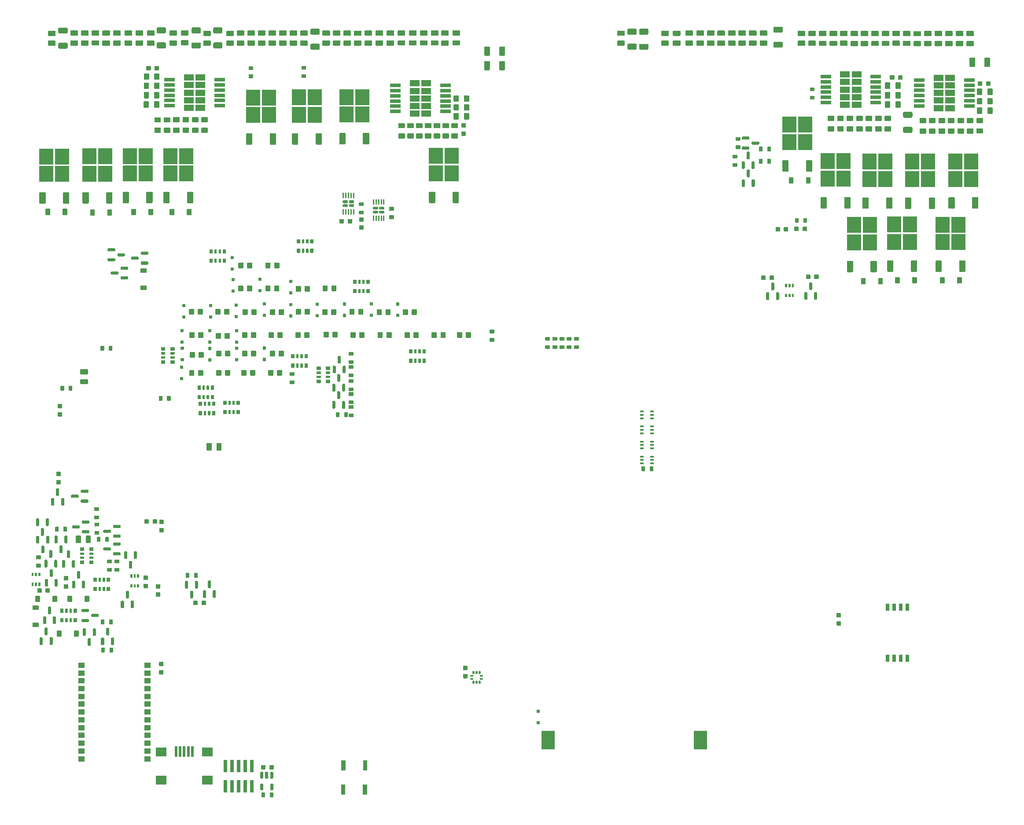
<source format=gtp>
G04 #@! TF.GenerationSoftware,KiCad,Pcbnew,(6.0.9)*
G04 #@! TF.CreationDate,2022-12-17T22:45:46+03:00*
G04 #@! TF.ProjectId,alphax_8ch,616c7068-6178-45f3-9863-682e6b696361,a*
G04 #@! TF.SameCoordinates,PX141f5e0PYa2cace0*
G04 #@! TF.FileFunction,Paste,Top*
G04 #@! TF.FilePolarity,Positive*
%FSLAX46Y46*%
G04 Gerber Fmt 4.6, Leading zero omitted, Abs format (unit mm)*
G04 Created by KiCad (PCBNEW (6.0.9)) date 2022-12-17 22:45:46*
%MOMM*%
%LPD*%
G01*
G04 APERTURE LIST*
%ADD10R,0.650000X0.400000*%
%ADD11R,1.950000X1.160000*%
%ADD12R,2.000000X0.650000*%
%ADD13R,2.750000X3.050000*%
%ADD14O,0.000001X0.000001*%
%ADD15R,0.500000X2.000000*%
%ADD16R,2.000000X1.700000*%
%ADD17R,1.300000X1.000000*%
%ADD18R,2.600000X3.600000*%
%ADD19R,0.690000X1.350000*%
%ADD20R,0.740000X2.400000*%
G04 APERTURE END LIST*
G04 #@! TO.C,D53*
G36*
G01*
X150270000Y119605000D02*
X150270000Y118585000D01*
G75*
G02*
X150180000Y118495000I-90000J0D01*
G01*
X149460000Y118495000D01*
G75*
G02*
X149370000Y118585000I0J90000D01*
G01*
X149370000Y119605000D01*
G75*
G02*
X149460000Y119695000I90000J0D01*
G01*
X150180000Y119695000D01*
G75*
G02*
X150270000Y119605000I0J-90000D01*
G01*
G37*
G36*
G01*
X146970000Y119605000D02*
X146970000Y118585000D01*
G75*
G02*
X146880000Y118495000I-90000J0D01*
G01*
X146160000Y118495000D01*
G75*
G02*
X146070000Y118585000I0J90000D01*
G01*
X146070000Y119605000D01*
G75*
G02*
X146160000Y119695000I90000J0D01*
G01*
X146880000Y119695000D01*
G75*
G02*
X146970000Y119605000I0J-90000D01*
G01*
G37*
G04 #@! TD*
G04 #@! TO.C,R8*
G36*
G01*
X159325000Y144929999D02*
X158075000Y144929999D01*
G75*
G02*
X157975000Y145029999I0J100000D01*
G01*
X157975000Y145829999D01*
G75*
G02*
X158075000Y145929999I100000J0D01*
G01*
X159325000Y145929999D01*
G75*
G02*
X159425000Y145829999I0J-100000D01*
G01*
X159425000Y145029999D01*
G75*
G02*
X159325000Y144929999I-100000J0D01*
G01*
G37*
G36*
G01*
X159325000Y146830021D02*
X158075000Y146830021D01*
G75*
G02*
X157975000Y146930021I0J100000D01*
G01*
X157975000Y147730021D01*
G75*
G02*
X158075000Y147830021I100000J0D01*
G01*
X159325000Y147830021D01*
G75*
G02*
X159425000Y147730021I0J-100000D01*
G01*
X159425000Y146930021D01*
G75*
G02*
X159325000Y146830021I-100000J0D01*
G01*
G37*
G04 #@! TD*
G04 #@! TO.C,D70*
G36*
G01*
X70532503Y92841498D02*
X70532503Y93321498D01*
G75*
G02*
X70592503Y93381498I60000J0D01*
G01*
X71072503Y93381498D01*
G75*
G02*
X71132503Y93321498I0J-60000D01*
G01*
X71132503Y92841498D01*
G75*
G02*
X71072503Y92781498I-60000J0D01*
G01*
X70592503Y92781498D01*
G75*
G02*
X70532503Y92841498I0J60000D01*
G01*
G37*
G36*
G01*
X70532503Y95041498D02*
X70532503Y95521498D01*
G75*
G02*
X70592503Y95581498I60000J0D01*
G01*
X71072503Y95581498D01*
G75*
G02*
X71132503Y95521498I0J-60000D01*
G01*
X71132503Y95041498D01*
G75*
G02*
X71072503Y94981498I-60000J0D01*
G01*
X70592503Y94981498D01*
G75*
G02*
X70532503Y95041498I0J60000D01*
G01*
G37*
G04 #@! TD*
G04 #@! TO.C,C18*
G36*
G01*
X184865001Y138054993D02*
X184865001Y137374993D01*
G75*
G02*
X184780001Y137289993I-85000J0D01*
G01*
X184100001Y137289993D01*
G75*
G02*
X184015001Y137374993I0J85000D01*
G01*
X184015001Y138054993D01*
G75*
G02*
X184100001Y138139993I85000J0D01*
G01*
X184780001Y138139993D01*
G75*
G02*
X184865001Y138054993I0J-85000D01*
G01*
G37*
G36*
G01*
X183284999Y138054993D02*
X183284999Y137374993D01*
G75*
G02*
X183199999Y137289993I-85000J0D01*
G01*
X182519999Y137289993D01*
G75*
G02*
X182434999Y137374993I0J85000D01*
G01*
X182434999Y138054993D01*
G75*
G02*
X182519999Y138139993I85000J0D01*
G01*
X183199999Y138139993D01*
G75*
G02*
X183284999Y138054993I0J-85000D01*
G01*
G37*
G04 #@! TD*
G04 #@! TO.C,R29*
G36*
G01*
X12610000Y53200010D02*
X13390000Y53200010D01*
G75*
G02*
X13460000Y53130010I0J-70000D01*
G01*
X13460000Y52570010D01*
G75*
G02*
X13390000Y52500010I-70000J0D01*
G01*
X12610000Y52500010D01*
G75*
G02*
X12540000Y52570010I0J70000D01*
G01*
X12540000Y53130010D01*
G75*
G02*
X12610000Y53200010I70000J0D01*
G01*
G37*
G36*
G01*
X12610000Y51600010D02*
X13390000Y51600010D01*
G75*
G02*
X13460000Y51530010I0J-70000D01*
G01*
X13460000Y50970010D01*
G75*
G02*
X13390000Y50900010I-70000J0D01*
G01*
X12610000Y50900010D01*
G75*
G02*
X12540000Y50970010I0J70000D01*
G01*
X12540000Y51530010D01*
G75*
G02*
X12610000Y51600010I70000J0D01*
G01*
G37*
G04 #@! TD*
G04 #@! TO.C,R1014*
G36*
G01*
X120050000Y63990000D02*
X120050000Y63210000D01*
G75*
G02*
X119980000Y63140000I-70000J0D01*
G01*
X119420000Y63140000D01*
G75*
G02*
X119350000Y63210000I0J70000D01*
G01*
X119350000Y63990000D01*
G75*
G02*
X119420000Y64060000I70000J0D01*
G01*
X119980000Y64060000D01*
G75*
G02*
X120050000Y63990000I0J-70000D01*
G01*
G37*
G36*
G01*
X118450000Y63990000D02*
X118450000Y63210000D01*
G75*
G02*
X118380000Y63140000I-70000J0D01*
G01*
X117820000Y63140000D01*
G75*
G02*
X117750000Y63210000I0J70000D01*
G01*
X117750000Y63990000D01*
G75*
G02*
X117820000Y64060000I70000J0D01*
G01*
X118380000Y64060000D01*
G75*
G02*
X118450000Y63990000I0J-70000D01*
G01*
G37*
G04 #@! TD*
G04 #@! TO.C,C19*
G36*
G01*
X167955001Y139184993D02*
X167955001Y138504993D01*
G75*
G02*
X167870001Y138419993I-85000J0D01*
G01*
X167190001Y138419993D01*
G75*
G02*
X167105001Y138504993I0J85000D01*
G01*
X167105001Y139184993D01*
G75*
G02*
X167190001Y139269993I85000J0D01*
G01*
X167870001Y139269993D01*
G75*
G02*
X167955001Y139184993I0J-85000D01*
G01*
G37*
G36*
G01*
X166374999Y139184993D02*
X166374999Y138504993D01*
G75*
G02*
X166289999Y138419993I-85000J0D01*
G01*
X165609999Y138419993D01*
G75*
G02*
X165524999Y138504993I0J85000D01*
G01*
X165524999Y139184993D01*
G75*
G02*
X165609999Y139269993I85000J0D01*
G01*
X166289999Y139269993D01*
G75*
G02*
X166374999Y139184993I0J-85000D01*
G01*
G37*
G04 #@! TD*
G04 #@! TO.C,R90*
G36*
G01*
X150190000Y136950000D02*
X150970000Y136950000D01*
G75*
G02*
X151040000Y136880000I0J-70000D01*
G01*
X151040000Y136320000D01*
G75*
G02*
X150970000Y136250000I-70000J0D01*
G01*
X150190000Y136250000D01*
G75*
G02*
X150120000Y136320000I0J70000D01*
G01*
X150120000Y136880000D01*
G75*
G02*
X150190000Y136950000I70000J0D01*
G01*
G37*
G36*
G01*
X150190000Y135350000D02*
X150970000Y135350000D01*
G75*
G02*
X151040000Y135280000I0J-70000D01*
G01*
X151040000Y134720000D01*
G75*
G02*
X150970000Y134650000I-70000J0D01*
G01*
X150190000Y134650000D01*
G75*
G02*
X150120000Y134720000I0J70000D01*
G01*
X150120000Y135280000D01*
G75*
G02*
X150190000Y135350000I70000J0D01*
G01*
G37*
G04 #@! TD*
G04 #@! TO.C,C26*
G36*
G01*
X31385000Y131240000D02*
X32435000Y131240000D01*
G75*
G02*
X32535000Y131140000I0J-100000D01*
G01*
X32535000Y130340000D01*
G75*
G02*
X32435000Y130240000I-100000J0D01*
G01*
X31385000Y130240000D01*
G75*
G02*
X31285000Y130340000I0J100000D01*
G01*
X31285000Y131140000D01*
G75*
G02*
X31385000Y131240000I100000J0D01*
G01*
G37*
G36*
G01*
X31385000Y129240000D02*
X32435000Y129240000D01*
G75*
G02*
X32535000Y129140000I0J-100000D01*
G01*
X32535000Y128340000D01*
G75*
G02*
X32435000Y128240000I-100000J0D01*
G01*
X31385000Y128240000D01*
G75*
G02*
X31285000Y128340000I0J100000D01*
G01*
X31285000Y129140000D01*
G75*
G02*
X31385000Y129240000I100000J0D01*
G01*
G37*
G04 #@! TD*
G04 #@! TO.C,R2*
G36*
G01*
X32600000Y73955000D02*
X32600000Y74625000D01*
G75*
G02*
X32665000Y74690000I65000J0D01*
G01*
X33185000Y74690000D01*
G75*
G02*
X33250000Y74625000I0J-65000D01*
G01*
X33250000Y73955000D01*
G75*
G02*
X33185000Y73890000I-65000J0D01*
G01*
X32665000Y73890000D01*
G75*
G02*
X32600000Y73955000I0J65000D01*
G01*
G37*
G36*
G01*
X33575000Y73935000D02*
X33575000Y74645000D01*
G75*
G02*
X33620000Y74690000I45000J0D01*
G01*
X33980000Y74690000D01*
G75*
G02*
X34025000Y74645000I0J-45000D01*
G01*
X34025000Y73935000D01*
G75*
G02*
X33980000Y73890000I-45000J0D01*
G01*
X33620000Y73890000D01*
G75*
G02*
X33575000Y73935000I0J45000D01*
G01*
G37*
G36*
G01*
X34375000Y73935000D02*
X34375000Y74645000D01*
G75*
G02*
X34420000Y74690000I45000J0D01*
G01*
X34780000Y74690000D01*
G75*
G02*
X34825000Y74645000I0J-45000D01*
G01*
X34825000Y73935000D01*
G75*
G02*
X34780000Y73890000I-45000J0D01*
G01*
X34420000Y73890000D01*
G75*
G02*
X34375000Y73935000I0J45000D01*
G01*
G37*
G36*
G01*
X35150000Y73955000D02*
X35150000Y74625000D01*
G75*
G02*
X35215000Y74690000I65000J0D01*
G01*
X35735000Y74690000D01*
G75*
G02*
X35800000Y74625000I0J-65000D01*
G01*
X35800000Y73955000D01*
G75*
G02*
X35735000Y73890000I-65000J0D01*
G01*
X35215000Y73890000D01*
G75*
G02*
X35150000Y73955000I0J65000D01*
G01*
G37*
G36*
G01*
X35150000Y75755000D02*
X35150000Y76425000D01*
G75*
G02*
X35215000Y76490000I65000J0D01*
G01*
X35735000Y76490000D01*
G75*
G02*
X35800000Y76425000I0J-65000D01*
G01*
X35800000Y75755000D01*
G75*
G02*
X35735000Y75690000I-65000J0D01*
G01*
X35215000Y75690000D01*
G75*
G02*
X35150000Y75755000I0J65000D01*
G01*
G37*
G36*
G01*
X34375000Y75735000D02*
X34375000Y76445000D01*
G75*
G02*
X34420000Y76490000I45000J0D01*
G01*
X34780000Y76490000D01*
G75*
G02*
X34825000Y76445000I0J-45000D01*
G01*
X34825000Y75735000D01*
G75*
G02*
X34780000Y75690000I-45000J0D01*
G01*
X34420000Y75690000D01*
G75*
G02*
X34375000Y75735000I0J45000D01*
G01*
G37*
G36*
G01*
X33575000Y75735000D02*
X33575000Y76445000D01*
G75*
G02*
X33620000Y76490000I45000J0D01*
G01*
X33980000Y76490000D01*
G75*
G02*
X34025000Y76445000I0J-45000D01*
G01*
X34025000Y75735000D01*
G75*
G02*
X33980000Y75690000I-45000J0D01*
G01*
X33620000Y75690000D01*
G75*
G02*
X33575000Y75735000I0J45000D01*
G01*
G37*
G36*
G01*
X32600000Y75755000D02*
X32600000Y76425000D01*
G75*
G02*
X32665000Y76490000I65000J0D01*
G01*
X33185000Y76490000D01*
G75*
G02*
X33250000Y76425000I0J-65000D01*
G01*
X33250000Y75755000D01*
G75*
G02*
X33185000Y75690000I-65000J0D01*
G01*
X32665000Y75690000D01*
G75*
G02*
X32600000Y75755000I0J65000D01*
G01*
G37*
G04 #@! TD*
G04 #@! TO.C,C44*
G36*
G01*
X22030000Y136755000D02*
X22030000Y137805000D01*
G75*
G02*
X22130000Y137905000I100000J0D01*
G01*
X22930000Y137905000D01*
G75*
G02*
X23030000Y137805000I0J-100000D01*
G01*
X23030000Y136755000D01*
G75*
G02*
X22930000Y136655000I-100000J0D01*
G01*
X22130000Y136655000D01*
G75*
G02*
X22030000Y136755000I0J100000D01*
G01*
G37*
G36*
G01*
X24030000Y136755000D02*
X24030000Y137805000D01*
G75*
G02*
X24130000Y137905000I100000J0D01*
G01*
X24930000Y137905000D01*
G75*
G02*
X25030000Y137805000I0J-100000D01*
G01*
X25030000Y136755000D01*
G75*
G02*
X24930000Y136655000I-100000J0D01*
G01*
X24130000Y136655000D01*
G75*
G02*
X24030000Y136755000I0J100000D01*
G01*
G37*
G04 #@! TD*
G04 #@! TO.C,D36*
G36*
G01*
X48649999Y82499998D02*
X48649999Y81599998D01*
G75*
G02*
X48549999Y81499998I-100000J0D01*
G01*
X47749999Y81499998D01*
G75*
G02*
X47649999Y81599998I0J100000D01*
G01*
X47649999Y82499998D01*
G75*
G02*
X47749999Y82599998I100000J0D01*
G01*
X48549999Y82599998D01*
G75*
G02*
X48649999Y82499998I0J-100000D01*
G01*
G37*
G36*
G01*
X46949999Y82499998D02*
X46949999Y81599998D01*
G75*
G02*
X46849999Y81499998I-100000J0D01*
G01*
X46049999Y81499998D01*
G75*
G02*
X45949999Y81599998I0J100000D01*
G01*
X45949999Y82499998D01*
G75*
G02*
X46049999Y82599998I100000J0D01*
G01*
X46849999Y82599998D01*
G75*
G02*
X46949999Y82499998I0J-100000D01*
G01*
G37*
G04 #@! TD*
G04 #@! TO.C,C49*
G36*
G01*
X167580000Y134195000D02*
X167580000Y133145000D01*
G75*
G02*
X167480000Y133045000I-100000J0D01*
G01*
X166680000Y133045000D01*
G75*
G02*
X166580000Y133145000I0J100000D01*
G01*
X166580000Y134195000D01*
G75*
G02*
X166680000Y134295000I100000J0D01*
G01*
X167480000Y134295000D01*
G75*
G02*
X167580000Y134195000I0J-100000D01*
G01*
G37*
G36*
G01*
X165580000Y134195000D02*
X165580000Y133145000D01*
G75*
G02*
X165480000Y133045000I-100000J0D01*
G01*
X164680000Y133045000D01*
G75*
G02*
X164580000Y133145000I0J100000D01*
G01*
X164580000Y134195000D01*
G75*
G02*
X164680000Y134295000I100000J0D01*
G01*
X165480000Y134295000D01*
G75*
G02*
X165580000Y134195000I0J-100000D01*
G01*
G37*
G04 #@! TD*
G04 #@! TO.C,R4*
G36*
G01*
X50380000Y83105000D02*
X50380000Y83775000D01*
G75*
G02*
X50445000Y83840000I65000J0D01*
G01*
X50965000Y83840000D01*
G75*
G02*
X51030000Y83775000I0J-65000D01*
G01*
X51030000Y83105000D01*
G75*
G02*
X50965000Y83040000I-65000J0D01*
G01*
X50445000Y83040000D01*
G75*
G02*
X50380000Y83105000I0J65000D01*
G01*
G37*
G36*
G01*
X51355000Y83085000D02*
X51355000Y83795000D01*
G75*
G02*
X51400000Y83840000I45000J0D01*
G01*
X51760000Y83840000D01*
G75*
G02*
X51805000Y83795000I0J-45000D01*
G01*
X51805000Y83085000D01*
G75*
G02*
X51760000Y83040000I-45000J0D01*
G01*
X51400000Y83040000D01*
G75*
G02*
X51355000Y83085000I0J45000D01*
G01*
G37*
G36*
G01*
X52155000Y83085000D02*
X52155000Y83795000D01*
G75*
G02*
X52200000Y83840000I45000J0D01*
G01*
X52560000Y83840000D01*
G75*
G02*
X52605000Y83795000I0J-45000D01*
G01*
X52605000Y83085000D01*
G75*
G02*
X52560000Y83040000I-45000J0D01*
G01*
X52200000Y83040000D01*
G75*
G02*
X52155000Y83085000I0J45000D01*
G01*
G37*
G36*
G01*
X52930000Y83105000D02*
X52930000Y83775000D01*
G75*
G02*
X52995000Y83840000I65000J0D01*
G01*
X53515000Y83840000D01*
G75*
G02*
X53580000Y83775000I0J-65000D01*
G01*
X53580000Y83105000D01*
G75*
G02*
X53515000Y83040000I-65000J0D01*
G01*
X52995000Y83040000D01*
G75*
G02*
X52930000Y83105000I0J65000D01*
G01*
G37*
G36*
G01*
X52930000Y84905000D02*
X52930000Y85575000D01*
G75*
G02*
X52995000Y85640000I65000J0D01*
G01*
X53515000Y85640000D01*
G75*
G02*
X53580000Y85575000I0J-65000D01*
G01*
X53580000Y84905000D01*
G75*
G02*
X53515000Y84840000I-65000J0D01*
G01*
X52995000Y84840000D01*
G75*
G02*
X52930000Y84905000I0J65000D01*
G01*
G37*
G36*
G01*
X52155000Y84885000D02*
X52155000Y85595000D01*
G75*
G02*
X52200000Y85640000I45000J0D01*
G01*
X52560000Y85640000D01*
G75*
G02*
X52605000Y85595000I0J-45000D01*
G01*
X52605000Y84885000D01*
G75*
G02*
X52560000Y84840000I-45000J0D01*
G01*
X52200000Y84840000D01*
G75*
G02*
X52155000Y84885000I0J45000D01*
G01*
G37*
G36*
G01*
X51355000Y84885000D02*
X51355000Y85595000D01*
G75*
G02*
X51400000Y85640000I45000J0D01*
G01*
X51760000Y85640000D01*
G75*
G02*
X51805000Y85595000I0J-45000D01*
G01*
X51805000Y84885000D01*
G75*
G02*
X51760000Y84840000I-45000J0D01*
G01*
X51400000Y84840000D01*
G75*
G02*
X51355000Y84885000I0J45000D01*
G01*
G37*
G36*
G01*
X50380000Y84905000D02*
X50380000Y85575000D01*
G75*
G02*
X50445000Y85640000I65000J0D01*
G01*
X50965000Y85640000D01*
G75*
G02*
X51030000Y85575000I0J-65000D01*
G01*
X51030000Y84905000D01*
G75*
G02*
X50965000Y84840000I-65000J0D01*
G01*
X50445000Y84840000D01*
G75*
G02*
X50380000Y84905000I0J65000D01*
G01*
G37*
G04 #@! TD*
G04 #@! TO.C,D30*
G36*
G01*
X38700001Y101771501D02*
X38700001Y102251501D01*
G75*
G02*
X38760001Y102311501I60000J0D01*
G01*
X39240001Y102311501D01*
G75*
G02*
X39300001Y102251501I0J-60000D01*
G01*
X39300001Y101771501D01*
G75*
G02*
X39240001Y101711501I-60000J0D01*
G01*
X38760001Y101711501D01*
G75*
G02*
X38700001Y101771501I0J60000D01*
G01*
G37*
G36*
G01*
X38700001Y103971501D02*
X38700001Y104451501D01*
G75*
G02*
X38760001Y104511501I60000J0D01*
G01*
X39240001Y104511501D01*
G75*
G02*
X39300001Y104451501I0J-60000D01*
G01*
X39300001Y103971501D01*
G75*
G02*
X39240001Y103911501I-60000J0D01*
G01*
X38760001Y103911501D01*
G75*
G02*
X38700001Y103971501I0J60000D01*
G01*
G37*
G04 #@! TD*
D10*
G04 #@! TO.C,U8*
X117850000Y74600000D03*
X117850000Y73950000D03*
X117850000Y73300000D03*
X119750000Y73300000D03*
X119750000Y73950000D03*
X119750000Y74600000D03*
G04 #@! TD*
G04 #@! TO.C,C3*
G36*
G01*
X25060000Y26435001D02*
X25740000Y26435001D01*
G75*
G02*
X25825000Y26350001I0J-85000D01*
G01*
X25825000Y25670001D01*
G75*
G02*
X25740000Y25585001I-85000J0D01*
G01*
X25060000Y25585001D01*
G75*
G02*
X24975000Y25670001I0J85000D01*
G01*
X24975000Y26350001D01*
G75*
G02*
X25060000Y26435001I85000J0D01*
G01*
G37*
G36*
G01*
X25060000Y24854999D02*
X25740000Y24854999D01*
G75*
G02*
X25825000Y24769999I0J-85000D01*
G01*
X25825000Y24089999D01*
G75*
G02*
X25740000Y24004999I-85000J0D01*
G01*
X25060000Y24004999D01*
G75*
G02*
X24975000Y24089999I0J85000D01*
G01*
X24975000Y24769999D01*
G75*
G02*
X25060000Y24854999I85000J0D01*
G01*
G37*
G04 #@! TD*
G04 #@! TO.C,D46*
G36*
G01*
X44052503Y97601498D02*
X44052503Y98081498D01*
G75*
G02*
X44112503Y98141498I60000J0D01*
G01*
X44592503Y98141498D01*
G75*
G02*
X44652503Y98081498I0J-60000D01*
G01*
X44652503Y97601498D01*
G75*
G02*
X44592503Y97541498I-60000J0D01*
G01*
X44112503Y97541498D01*
G75*
G02*
X44052503Y97601498I0J60000D01*
G01*
G37*
G36*
G01*
X44052503Y99801498D02*
X44052503Y100281498D01*
G75*
G02*
X44112503Y100341498I60000J0D01*
G01*
X44592503Y100341498D01*
G75*
G02*
X44652503Y100281498I0J-60000D01*
G01*
X44652503Y99801498D01*
G75*
G02*
X44592503Y99741498I-60000J0D01*
G01*
X44112503Y99741498D01*
G75*
G02*
X44052503Y99801498I0J60000D01*
G01*
G37*
G04 #@! TD*
G04 #@! TO.C,R87*
G36*
G01*
X61470000Y80820000D02*
X62250000Y80820000D01*
G75*
G02*
X62320000Y80750000I0J-70000D01*
G01*
X62320000Y80190000D01*
G75*
G02*
X62250000Y80120000I-70000J0D01*
G01*
X61470000Y80120000D01*
G75*
G02*
X61400000Y80190000I0J70000D01*
G01*
X61400000Y80750000D01*
G75*
G02*
X61470000Y80820000I70000J0D01*
G01*
G37*
G36*
G01*
X61470000Y79220000D02*
X62250000Y79220000D01*
G75*
G02*
X62320000Y79150000I0J-70000D01*
G01*
X62320000Y78590000D01*
G75*
G02*
X62250000Y78520000I-70000J0D01*
G01*
X61470000Y78520000D01*
G75*
G02*
X61400000Y78590000I0J70000D01*
G01*
X61400000Y79150000D01*
G75*
G02*
X61470000Y79220000I70000J0D01*
G01*
G37*
G04 #@! TD*
G04 #@! TO.C,R93*
G36*
G01*
X27043000Y147910001D02*
X28293000Y147910001D01*
G75*
G02*
X28393000Y147810001I0J-100000D01*
G01*
X28393000Y147010001D01*
G75*
G02*
X28293000Y146910001I-100000J0D01*
G01*
X27043000Y146910001D01*
G75*
G02*
X26943000Y147010001I0J100000D01*
G01*
X26943000Y147810001D01*
G75*
G02*
X27043000Y147910001I100000J0D01*
G01*
G37*
G36*
G01*
X27043000Y146009979D02*
X28293000Y146009979D01*
G75*
G02*
X28393000Y145909979I0J-100000D01*
G01*
X28393000Y145109979D01*
G75*
G02*
X28293000Y145009979I-100000J0D01*
G01*
X27043000Y145009979D01*
G75*
G02*
X26943000Y145109979I0J100000D01*
G01*
X26943000Y145909979D01*
G75*
G02*
X27043000Y146009979I100000J0D01*
G01*
G37*
G04 #@! TD*
G04 #@! TO.C,R95*
G36*
G01*
X101460000Y86640000D02*
X100680000Y86640000D01*
G75*
G02*
X100610000Y86710000I0J70000D01*
G01*
X100610000Y87270000D01*
G75*
G02*
X100680000Y87340000I70000J0D01*
G01*
X101460000Y87340000D01*
G75*
G02*
X101530000Y87270000I0J-70000D01*
G01*
X101530000Y86710000D01*
G75*
G02*
X101460000Y86640000I-70000J0D01*
G01*
G37*
G36*
G01*
X101460000Y88240000D02*
X100680000Y88240000D01*
G75*
G02*
X100610000Y88310000I0J70000D01*
G01*
X100610000Y88870000D01*
G75*
G02*
X100680000Y88940000I70000J0D01*
G01*
X101460000Y88940000D01*
G75*
G02*
X101530000Y88870000I0J-70000D01*
G01*
X101530000Y88310000D01*
G75*
G02*
X101460000Y88240000I-70000J0D01*
G01*
G37*
G04 #@! TD*
G04 #@! TO.C,D34*
G36*
G01*
X38649999Y82489998D02*
X38649999Y81589998D01*
G75*
G02*
X38549999Y81489998I-100000J0D01*
G01*
X37749999Y81489998D01*
G75*
G02*
X37649999Y81589998I0J100000D01*
G01*
X37649999Y82489998D01*
G75*
G02*
X37749999Y82589998I100000J0D01*
G01*
X38549999Y82589998D01*
G75*
G02*
X38649999Y82489998I0J-100000D01*
G01*
G37*
G36*
G01*
X36949999Y82489998D02*
X36949999Y81589998D01*
G75*
G02*
X36849999Y81489998I-100000J0D01*
G01*
X36049999Y81489998D01*
G75*
G02*
X35949999Y81589998I0J100000D01*
G01*
X35949999Y82489998D01*
G75*
G02*
X36049999Y82589998I100000J0D01*
G01*
X36849999Y82589998D01*
G75*
G02*
X36949999Y82489998I0J-100000D01*
G01*
G37*
G04 #@! TD*
G04 #@! TO.C,R59*
G36*
G01*
X79325000Y147900001D02*
X80575000Y147900001D01*
G75*
G02*
X80675000Y147800001I0J-100000D01*
G01*
X80675000Y147000001D01*
G75*
G02*
X80575000Y146900001I-100000J0D01*
G01*
X79325000Y146900001D01*
G75*
G02*
X79225000Y147000001I0J100000D01*
G01*
X79225000Y147800001D01*
G75*
G02*
X79325000Y147900001I100000J0D01*
G01*
G37*
G36*
G01*
X79325000Y145999979D02*
X80575000Y145999979D01*
G75*
G02*
X80675000Y145899979I0J-100000D01*
G01*
X80675000Y145099979D01*
G75*
G02*
X80575000Y144999979I-100000J0D01*
G01*
X79325000Y144999979D01*
G75*
G02*
X79225000Y145099979I0J100000D01*
G01*
X79225000Y145899979D01*
G75*
G02*
X79325000Y145999979I100000J0D01*
G01*
G37*
G04 #@! TD*
G04 #@! TO.C,R9*
G36*
G01*
X155275000Y144949999D02*
X154025000Y144949999D01*
G75*
G02*
X153925000Y145049999I0J100000D01*
G01*
X153925000Y145849999D01*
G75*
G02*
X154025000Y145949999I100000J0D01*
G01*
X155275000Y145949999D01*
G75*
G02*
X155375000Y145849999I0J-100000D01*
G01*
X155375000Y145049999D01*
G75*
G02*
X155275000Y144949999I-100000J0D01*
G01*
G37*
G36*
G01*
X155275000Y146850021D02*
X154025000Y146850021D01*
G75*
G02*
X153925000Y146950021I0J100000D01*
G01*
X153925000Y147750021D01*
G75*
G02*
X154025000Y147850021I100000J0D01*
G01*
X155275000Y147850021D01*
G75*
G02*
X155375000Y147750021I0J-100000D01*
G01*
X155375000Y146950021D01*
G75*
G02*
X155275000Y146850021I-100000J0D01*
G01*
G37*
G04 #@! TD*
G04 #@! TO.C,R68*
G36*
G01*
X53439000Y145009999D02*
X52189000Y145009999D01*
G75*
G02*
X52089000Y145109999I0J100000D01*
G01*
X52089000Y145909999D01*
G75*
G02*
X52189000Y146009999I100000J0D01*
G01*
X53439000Y146009999D01*
G75*
G02*
X53539000Y145909999I0J-100000D01*
G01*
X53539000Y145109999D01*
G75*
G02*
X53439000Y145009999I-100000J0D01*
G01*
G37*
G36*
G01*
X53439000Y146910021D02*
X52189000Y146910021D01*
G75*
G02*
X52089000Y147010021I0J100000D01*
G01*
X52089000Y147810021D01*
G75*
G02*
X52189000Y147910021I100000J0D01*
G01*
X53439000Y147910021D01*
G75*
G02*
X53539000Y147810021I0J-100000D01*
G01*
X53539000Y147010021D01*
G75*
G02*
X53439000Y146910021I-100000J0D01*
G01*
G37*
G04 #@! TD*
D11*
G04 #@! TO.C,U10*
X159102400Y135092022D03*
X159102400Y139472022D03*
X156852400Y133632022D03*
X156852400Y136552022D03*
X156852400Y139472022D03*
X159102400Y133632022D03*
X156852400Y138012022D03*
X159102400Y136552022D03*
X159102400Y138012022D03*
X156852400Y135092022D03*
D12*
X162777400Y134052022D03*
X162777400Y135052022D03*
X162777400Y136052022D03*
X162777400Y137052022D03*
X162777400Y138052022D03*
X162777400Y139052022D03*
X153177400Y139052022D03*
X153177400Y138052022D03*
X153177400Y137052022D03*
X153177400Y136052022D03*
X153177400Y135052022D03*
X153177400Y134052022D03*
G04 #@! TD*
G04 #@! TO.C,R82*
G36*
G01*
X3725000Y147870001D02*
X4975000Y147870001D01*
G75*
G02*
X5075000Y147770001I0J-100000D01*
G01*
X5075000Y146970001D01*
G75*
G02*
X4975000Y146870001I-100000J0D01*
G01*
X3725000Y146870001D01*
G75*
G02*
X3625000Y146970001I0J100000D01*
G01*
X3625000Y147770001D01*
G75*
G02*
X3725000Y147870001I100000J0D01*
G01*
G37*
G36*
G01*
X3725000Y145969979D02*
X4975000Y145969979D01*
G75*
G02*
X5075000Y145869979I0J-100000D01*
G01*
X5075000Y145069979D01*
G75*
G02*
X4975000Y144969979I-100000J0D01*
G01*
X3725000Y144969979D01*
G75*
G02*
X3625000Y145069979I0J100000D01*
G01*
X3625000Y145869979D01*
G75*
G02*
X3725000Y145969979I100000J0D01*
G01*
G37*
G04 #@! TD*
G04 #@! TO.C,D49*
G36*
G01*
X15064500Y105550500D02*
X15064500Y105850500D01*
G75*
G02*
X15214500Y106000500I150000J0D01*
G01*
X16389500Y106000500D01*
G75*
G02*
X16539500Y105850500I0J-150000D01*
G01*
X16539500Y105550500D01*
G75*
G02*
X16389500Y105400500I-150000J0D01*
G01*
X15214500Y105400500D01*
G75*
G02*
X15064500Y105550500I0J150000D01*
G01*
G37*
G36*
G01*
X16939500Y104600500D02*
X16939500Y104900500D01*
G75*
G02*
X17089500Y105050500I150000J0D01*
G01*
X18264500Y105050500D01*
G75*
G02*
X18414500Y104900500I0J-150000D01*
G01*
X18414500Y104600500D01*
G75*
G02*
X18264500Y104450500I-150000J0D01*
G01*
X17089500Y104450500D01*
G75*
G02*
X16939500Y104600500I0J150000D01*
G01*
G37*
G36*
G01*
X15064500Y103650500D02*
X15064500Y103950500D01*
G75*
G02*
X15214500Y104100500I150000J0D01*
G01*
X16389500Y104100500D01*
G75*
G02*
X16539500Y103950500I0J-150000D01*
G01*
X16539500Y103650500D01*
G75*
G02*
X16389500Y103500500I-150000J0D01*
G01*
X15214500Y103500500D01*
G75*
G02*
X15064500Y103650500I0J150000D01*
G01*
G37*
G04 #@! TD*
G04 #@! TO.C,F4*
G36*
G01*
X90605010Y142050000D02*
X91295010Y142050000D01*
G75*
G02*
X91525010Y141820000I0J-230000D01*
G01*
X91525010Y140480000D01*
G75*
G02*
X91295010Y140250000I-230000J0D01*
G01*
X90605010Y140250000D01*
G75*
G02*
X90375010Y140480000I0J230000D01*
G01*
X90375010Y141820000D01*
G75*
G02*
X90605010Y142050000I230000J0D01*
G01*
G37*
G36*
G01*
X87704990Y142050000D02*
X88394990Y142050000D01*
G75*
G02*
X88624990Y141820000I0J-230000D01*
G01*
X88624990Y140480000D01*
G75*
G02*
X88394990Y140250000I-230000J0D01*
G01*
X87704990Y140250000D01*
G75*
G02*
X87474990Y140480000I0J230000D01*
G01*
X87474990Y141820000D01*
G75*
G02*
X87704990Y142050000I230000J0D01*
G01*
G37*
G04 #@! TD*
G04 #@! TO.C,Q13*
G36*
G01*
X137460000Y121275000D02*
X137160000Y121275000D01*
G75*
G02*
X137010000Y121425000I0J150000D01*
G01*
X137010000Y122600000D01*
G75*
G02*
X137160000Y122750000I150000J0D01*
G01*
X137460000Y122750000D01*
G75*
G02*
X137610000Y122600000I0J-150000D01*
G01*
X137610000Y121425000D01*
G75*
G02*
X137460000Y121275000I-150000J0D01*
G01*
G37*
G36*
G01*
X138410000Y123150000D02*
X138110000Y123150000D01*
G75*
G02*
X137960000Y123300000I0J150000D01*
G01*
X137960000Y124475000D01*
G75*
G02*
X138110000Y124625000I150000J0D01*
G01*
X138410000Y124625000D01*
G75*
G02*
X138560000Y124475000I0J-150000D01*
G01*
X138560000Y123300000D01*
G75*
G02*
X138410000Y123150000I-150000J0D01*
G01*
G37*
G36*
G01*
X139360000Y121275000D02*
X139060000Y121275000D01*
G75*
G02*
X138910000Y121425000I0J150000D01*
G01*
X138910000Y122600000D01*
G75*
G02*
X139060000Y122750000I150000J0D01*
G01*
X139360000Y122750000D01*
G75*
G02*
X139510000Y122600000I0J-150000D01*
G01*
X139510000Y121425000D01*
G75*
G02*
X139360000Y121275000I-150000J0D01*
G01*
G37*
G04 #@! TD*
G04 #@! TO.C,R91*
G36*
G01*
X41247000Y145009999D02*
X39997000Y145009999D01*
G75*
G02*
X39897000Y145109999I0J100000D01*
G01*
X39897000Y145909999D01*
G75*
G02*
X39997000Y146009999I100000J0D01*
G01*
X41247000Y146009999D01*
G75*
G02*
X41347000Y145909999I0J-100000D01*
G01*
X41347000Y145109999D01*
G75*
G02*
X41247000Y145009999I-100000J0D01*
G01*
G37*
G36*
G01*
X41247000Y146910021D02*
X39997000Y146910021D01*
G75*
G02*
X39897000Y147010021I0J100000D01*
G01*
X39897000Y147810021D01*
G75*
G02*
X39997000Y147910021I100000J0D01*
G01*
X41247000Y147910021D01*
G75*
G02*
X41347000Y147810021I0J-100000D01*
G01*
X41347000Y147010021D01*
G75*
G02*
X41247000Y146910021I-100000J0D01*
G01*
G37*
G04 #@! TD*
G04 #@! TO.C,C43*
G36*
G01*
X24990000Y134215000D02*
X24990000Y133165000D01*
G75*
G02*
X24890000Y133065000I-100000J0D01*
G01*
X24090000Y133065000D01*
G75*
G02*
X23990000Y133165000I0J100000D01*
G01*
X23990000Y134215000D01*
G75*
G02*
X24090000Y134315000I100000J0D01*
G01*
X24890000Y134315000D01*
G75*
G02*
X24990000Y134215000I0J-100000D01*
G01*
G37*
G36*
G01*
X22990000Y134215000D02*
X22990000Y133165000D01*
G75*
G02*
X22890000Y133065000I-100000J0D01*
G01*
X22090000Y133065000D01*
G75*
G02*
X21990000Y133165000I0J100000D01*
G01*
X21990000Y134215000D01*
G75*
G02*
X22090000Y134315000I100000J0D01*
G01*
X22890000Y134315000D01*
G75*
G02*
X22990000Y134215000I0J-100000D01*
G01*
G37*
G04 #@! TD*
G04 #@! TO.C,D1*
G36*
G01*
X39500001Y100250002D02*
X39500001Y99770002D01*
G75*
G02*
X39440001Y99710002I-60000J0D01*
G01*
X38960001Y99710002D01*
G75*
G02*
X38900001Y99770002I0J60000D01*
G01*
X38900001Y100250002D01*
G75*
G02*
X38960001Y100310002I60000J0D01*
G01*
X39440001Y100310002D01*
G75*
G02*
X39500001Y100250002I0J-60000D01*
G01*
G37*
G36*
G01*
X39500001Y98050002D02*
X39500001Y97570002D01*
G75*
G02*
X39440001Y97510002I-60000J0D01*
G01*
X38960001Y97510002D01*
G75*
G02*
X38900001Y97570002I0J60000D01*
G01*
X38900001Y98050002D01*
G75*
G02*
X38960001Y98110002I60000J0D01*
G01*
X39440001Y98110002D01*
G75*
G02*
X39500001Y98050002I0J-60000D01*
G01*
G37*
G04 #@! TD*
G04 #@! TO.C,D15*
G36*
G01*
X38499999Y94239998D02*
X38499999Y93339998D01*
G75*
G02*
X38399999Y93239998I-100000J0D01*
G01*
X37599999Y93239998D01*
G75*
G02*
X37499999Y93339998I0J100000D01*
G01*
X37499999Y94239998D01*
G75*
G02*
X37599999Y94339998I100000J0D01*
G01*
X38399999Y94339998D01*
G75*
G02*
X38499999Y94239998I0J-100000D01*
G01*
G37*
G36*
G01*
X36799999Y94239998D02*
X36799999Y93339998D01*
G75*
G02*
X36699999Y93239998I-100000J0D01*
G01*
X35899999Y93239998D01*
G75*
G02*
X35799999Y93339998I0J100000D01*
G01*
X35799999Y94239998D01*
G75*
G02*
X35899999Y94339998I100000J0D01*
G01*
X36699999Y94339998D01*
G75*
G02*
X36799999Y94239998I0J-100000D01*
G01*
G37*
G04 #@! TD*
G04 #@! TO.C,D78*
G36*
G01*
X11375000Y57500000D02*
X11375000Y57200000D01*
G75*
G02*
X11225000Y57050000I-150000J0D01*
G01*
X10050000Y57050000D01*
G75*
G02*
X9900000Y57200000I0J150000D01*
G01*
X9900000Y57500000D01*
G75*
G02*
X10050000Y57650000I150000J0D01*
G01*
X11225000Y57650000D01*
G75*
G02*
X11375000Y57500000I0J-150000D01*
G01*
G37*
G36*
G01*
X11375000Y59400000D02*
X11375000Y59100000D01*
G75*
G02*
X11225000Y58950000I-150000J0D01*
G01*
X10050000Y58950000D01*
G75*
G02*
X9900000Y59100000I0J150000D01*
G01*
X9900000Y59400000D01*
G75*
G02*
X10050000Y59550000I150000J0D01*
G01*
X11225000Y59550000D01*
G75*
G02*
X11375000Y59400000I0J-150000D01*
G01*
G37*
G36*
G01*
X9500000Y58450000D02*
X9500000Y58150000D01*
G75*
G02*
X9350000Y58000000I-150000J0D01*
G01*
X8175000Y58000000D01*
G75*
G02*
X8025000Y58150000I0J150000D01*
G01*
X8025000Y58450000D01*
G75*
G02*
X8175000Y58600000I150000J0D01*
G01*
X9350000Y58600000D01*
G75*
G02*
X9500000Y58450000I0J-150000D01*
G01*
G37*
G04 #@! TD*
G04 #@! TO.C,C59*
G36*
G01*
X145965001Y110000010D02*
X145965001Y109320010D01*
G75*
G02*
X145880001Y109235010I-85000J0D01*
G01*
X145200001Y109235010D01*
G75*
G02*
X145115001Y109320010I0J85000D01*
G01*
X145115001Y110000010D01*
G75*
G02*
X145200001Y110085010I85000J0D01*
G01*
X145880001Y110085010D01*
G75*
G02*
X145965001Y110000010I0J-85000D01*
G01*
G37*
G36*
G01*
X144384999Y110000010D02*
X144384999Y109320010D01*
G75*
G02*
X144299999Y109235010I-85000J0D01*
G01*
X143619999Y109235010D01*
G75*
G02*
X143534999Y109320010I0J85000D01*
G01*
X143534999Y110000010D01*
G75*
G02*
X143619999Y110085010I85000J0D01*
G01*
X144299999Y110085010D01*
G75*
G02*
X144384999Y110000010I0J-85000D01*
G01*
G37*
G04 #@! TD*
G04 #@! TO.C,C1*
G36*
G01*
X63510000Y111985001D02*
X64190000Y111985001D01*
G75*
G02*
X64275000Y111900001I0J-85000D01*
G01*
X64275000Y111220001D01*
G75*
G02*
X64190000Y111135001I-85000J0D01*
G01*
X63510000Y111135001D01*
G75*
G02*
X63425000Y111220001I0J85000D01*
G01*
X63425000Y111900001D01*
G75*
G02*
X63510000Y111985001I85000J0D01*
G01*
G37*
G36*
G01*
X63510000Y110404999D02*
X64190000Y110404999D01*
G75*
G02*
X64275000Y110319999I0J-85000D01*
G01*
X64275000Y109639999D01*
G75*
G02*
X64190000Y109554999I-85000J0D01*
G01*
X63510000Y109554999D01*
G75*
G02*
X63425000Y109639999I0J85000D01*
G01*
X63425000Y110319999D01*
G75*
G02*
X63510000Y110404999I85000J0D01*
G01*
G37*
G04 #@! TD*
D13*
G04 #@! TO.C,Q29*
X161640000Y107140000D03*
X158590000Y107140000D03*
X158590000Y110490000D03*
X161640000Y110490000D03*
G36*
G01*
X158315000Y101415000D02*
X157355000Y101415000D01*
G75*
G02*
X157235000Y101535000I0J120000D01*
G01*
X157235000Y103495000D01*
G75*
G02*
X157355000Y103615000I120000J0D01*
G01*
X158315000Y103615000D01*
G75*
G02*
X158435000Y103495000I0J-120000D01*
G01*
X158435000Y101535000D01*
G75*
G02*
X158315000Y101415000I-120000J0D01*
G01*
G37*
G36*
G01*
X162875000Y101415000D02*
X161915000Y101415000D01*
G75*
G02*
X161795000Y101535000I0J120000D01*
G01*
X161795000Y103495000D01*
G75*
G02*
X161915000Y103615000I120000J0D01*
G01*
X162875000Y103615000D01*
G75*
G02*
X162995000Y103495000I0J-120000D01*
G01*
X162995000Y101535000D01*
G75*
G02*
X162875000Y101415000I-120000J0D01*
G01*
G37*
G04 #@! TD*
G04 #@! TO.C,S1*
G36*
G01*
X64950001Y2770000D02*
X64950001Y930000D01*
G75*
G02*
X64870001Y850000I-80000J0D01*
G01*
X64230001Y850000D01*
G75*
G02*
X64150001Y930000I0J80000D01*
G01*
X64150001Y2770000D01*
G75*
G02*
X64230001Y2850000I80000J0D01*
G01*
X64870001Y2850000D01*
G75*
G02*
X64950001Y2770000I0J-80000D01*
G01*
G37*
G36*
G01*
X60750000Y2770000D02*
X60750000Y930000D01*
G75*
G02*
X60670000Y850000I-80000J0D01*
G01*
X60030000Y850000D01*
G75*
G02*
X59950000Y930000I0J80000D01*
G01*
X59950000Y2770000D01*
G75*
G02*
X60030000Y2850000I80000J0D01*
G01*
X60670000Y2850000D01*
G75*
G02*
X60750000Y2770000I0J-80000D01*
G01*
G37*
G04 #@! TD*
G04 #@! TO.C,C32*
G36*
G01*
X22020000Y134955000D02*
X22020000Y136005000D01*
G75*
G02*
X22120000Y136105000I100000J0D01*
G01*
X22920000Y136105000D01*
G75*
G02*
X23020000Y136005000I0J-100000D01*
G01*
X23020000Y134955000D01*
G75*
G02*
X22920000Y134855000I-100000J0D01*
G01*
X22120000Y134855000D01*
G75*
G02*
X22020000Y134955000I0J100000D01*
G01*
G37*
G36*
G01*
X24020000Y134955000D02*
X24020000Y136005000D01*
G75*
G02*
X24120000Y136105000I100000J0D01*
G01*
X24920000Y136105000D01*
G75*
G02*
X25020000Y136005000I0J-100000D01*
G01*
X25020000Y134955000D01*
G75*
G02*
X24920000Y134855000I-100000J0D01*
G01*
X24120000Y134855000D01*
G75*
G02*
X24020000Y134955000I0J100000D01*
G01*
G37*
G04 #@! TD*
G04 #@! TO.C,D6*
G36*
G01*
X35020000Y90410000D02*
X35020000Y89930000D01*
G75*
G02*
X34960000Y89870000I-60000J0D01*
G01*
X34480000Y89870000D01*
G75*
G02*
X34420000Y89930000I0J60000D01*
G01*
X34420000Y90410000D01*
G75*
G02*
X34480000Y90470000I60000J0D01*
G01*
X34960000Y90470000D01*
G75*
G02*
X35020000Y90410000I0J-60000D01*
G01*
G37*
G36*
G01*
X35020000Y88210000D02*
X35020000Y87730000D01*
G75*
G02*
X34960000Y87670000I-60000J0D01*
G01*
X34480000Y87670000D01*
G75*
G02*
X34420000Y87730000I0J60000D01*
G01*
X34420000Y88210000D01*
G75*
G02*
X34480000Y88270000I60000J0D01*
G01*
X34960000Y88270000D01*
G75*
G02*
X35020000Y88210000I0J-60000D01*
G01*
G37*
G04 #@! TD*
D10*
G04 #@! TO.C,U14*
X117860000Y68800000D03*
X117860000Y68150000D03*
X117860000Y67500000D03*
X119760000Y67500000D03*
X119760000Y68150000D03*
X119760000Y68800000D03*
G04 #@! TD*
G04 #@! TO.C,C4*
G36*
G01*
X47015001Y6490000D02*
X47015001Y5810000D01*
G75*
G02*
X46930001Y5725000I-85000J0D01*
G01*
X46250001Y5725000D01*
G75*
G02*
X46165001Y5810000I0J85000D01*
G01*
X46165001Y6490000D01*
G75*
G02*
X46250001Y6575000I85000J0D01*
G01*
X46930001Y6575000D01*
G75*
G02*
X47015001Y6490000I0J-85000D01*
G01*
G37*
G36*
G01*
X45434999Y6490000D02*
X45434999Y5810000D01*
G75*
G02*
X45349999Y5725000I-85000J0D01*
G01*
X44669999Y5725000D01*
G75*
G02*
X44584999Y5810000I0J85000D01*
G01*
X44584999Y6490000D01*
G75*
G02*
X44669999Y6575000I85000J0D01*
G01*
X45349999Y6575000D01*
G75*
G02*
X45434999Y6490000I0J-85000D01*
G01*
G37*
G04 #@! TD*
G04 #@! TO.C,Q1*
G36*
G01*
X2450000Y29675010D02*
X2150000Y29675010D01*
G75*
G02*
X2000000Y29825010I0J150000D01*
G01*
X2000000Y31000010D01*
G75*
G02*
X2150000Y31150010I150000J0D01*
G01*
X2450000Y31150010D01*
G75*
G02*
X2600000Y31000010I0J-150000D01*
G01*
X2600000Y29825010D01*
G75*
G02*
X2450000Y29675010I-150000J0D01*
G01*
G37*
G36*
G01*
X3400000Y31550010D02*
X3100000Y31550010D01*
G75*
G02*
X2950000Y31700010I0J150000D01*
G01*
X2950000Y32875010D01*
G75*
G02*
X3100000Y33025010I150000J0D01*
G01*
X3400000Y33025010D01*
G75*
G02*
X3550000Y32875010I0J-150000D01*
G01*
X3550000Y31700010D01*
G75*
G02*
X3400000Y31550010I-150000J0D01*
G01*
G37*
G36*
G01*
X4350000Y29675010D02*
X4050000Y29675010D01*
G75*
G02*
X3900000Y29825010I0J150000D01*
G01*
X3900000Y31000010D01*
G75*
G02*
X4050000Y31150010I150000J0D01*
G01*
X4350000Y31150010D01*
G75*
G02*
X4500000Y31000010I0J-150000D01*
G01*
X4500000Y29825010D01*
G75*
G02*
X4350000Y29675010I-150000J0D01*
G01*
G37*
G04 #@! TD*
G04 #@! TO.C,R50*
G36*
G01*
X32350000Y77055000D02*
X32350000Y77725000D01*
G75*
G02*
X32415000Y77790000I65000J0D01*
G01*
X32935000Y77790000D01*
G75*
G02*
X33000000Y77725000I0J-65000D01*
G01*
X33000000Y77055000D01*
G75*
G02*
X32935000Y76990000I-65000J0D01*
G01*
X32415000Y76990000D01*
G75*
G02*
X32350000Y77055000I0J65000D01*
G01*
G37*
G36*
G01*
X33325000Y77035000D02*
X33325000Y77745000D01*
G75*
G02*
X33370000Y77790000I45000J0D01*
G01*
X33730000Y77790000D01*
G75*
G02*
X33775000Y77745000I0J-45000D01*
G01*
X33775000Y77035000D01*
G75*
G02*
X33730000Y76990000I-45000J0D01*
G01*
X33370000Y76990000D01*
G75*
G02*
X33325000Y77035000I0J45000D01*
G01*
G37*
G36*
G01*
X34125000Y77035000D02*
X34125000Y77745000D01*
G75*
G02*
X34170000Y77790000I45000J0D01*
G01*
X34530000Y77790000D01*
G75*
G02*
X34575000Y77745000I0J-45000D01*
G01*
X34575000Y77035000D01*
G75*
G02*
X34530000Y76990000I-45000J0D01*
G01*
X34170000Y76990000D01*
G75*
G02*
X34125000Y77035000I0J45000D01*
G01*
G37*
G36*
G01*
X34900000Y77055000D02*
X34900000Y77725000D01*
G75*
G02*
X34965000Y77790000I65000J0D01*
G01*
X35485000Y77790000D01*
G75*
G02*
X35550000Y77725000I0J-65000D01*
G01*
X35550000Y77055000D01*
G75*
G02*
X35485000Y76990000I-65000J0D01*
G01*
X34965000Y76990000D01*
G75*
G02*
X34900000Y77055000I0J65000D01*
G01*
G37*
G36*
G01*
X34900000Y78855000D02*
X34900000Y79525000D01*
G75*
G02*
X34965000Y79590000I65000J0D01*
G01*
X35485000Y79590000D01*
G75*
G02*
X35550000Y79525000I0J-65000D01*
G01*
X35550000Y78855000D01*
G75*
G02*
X35485000Y78790000I-65000J0D01*
G01*
X34965000Y78790000D01*
G75*
G02*
X34900000Y78855000I0J65000D01*
G01*
G37*
G36*
G01*
X34125000Y78835000D02*
X34125000Y79545000D01*
G75*
G02*
X34170000Y79590000I45000J0D01*
G01*
X34530000Y79590000D01*
G75*
G02*
X34575000Y79545000I0J-45000D01*
G01*
X34575000Y78835000D01*
G75*
G02*
X34530000Y78790000I-45000J0D01*
G01*
X34170000Y78790000D01*
G75*
G02*
X34125000Y78835000I0J45000D01*
G01*
G37*
G36*
G01*
X33325000Y78835000D02*
X33325000Y79545000D01*
G75*
G02*
X33370000Y79590000I45000J0D01*
G01*
X33730000Y79590000D01*
G75*
G02*
X33775000Y79545000I0J-45000D01*
G01*
X33775000Y78835000D01*
G75*
G02*
X33730000Y78790000I-45000J0D01*
G01*
X33370000Y78790000D01*
G75*
G02*
X33325000Y78835000I0J45000D01*
G01*
G37*
G36*
G01*
X32350000Y78855000D02*
X32350000Y79525000D01*
G75*
G02*
X32415000Y79590000I65000J0D01*
G01*
X32935000Y79590000D01*
G75*
G02*
X33000000Y79525000I0J-65000D01*
G01*
X33000000Y78855000D01*
G75*
G02*
X32935000Y78790000I-65000J0D01*
G01*
X32415000Y78790000D01*
G75*
G02*
X32350000Y78855000I0J65000D01*
G01*
G37*
G04 #@! TD*
G04 #@! TO.C,C63*
G36*
G01*
X149384999Y100170010D02*
X149384999Y100850010D01*
G75*
G02*
X149469999Y100935010I85000J0D01*
G01*
X150149999Y100935010D01*
G75*
G02*
X150234999Y100850010I0J-85000D01*
G01*
X150234999Y100170010D01*
G75*
G02*
X150149999Y100085010I-85000J0D01*
G01*
X149469999Y100085010D01*
G75*
G02*
X149384999Y100170010I0J85000D01*
G01*
G37*
G36*
G01*
X150965001Y100170010D02*
X150965001Y100850010D01*
G75*
G02*
X151050001Y100935010I85000J0D01*
G01*
X151730001Y100935010D01*
G75*
G02*
X151815001Y100850010I0J-85000D01*
G01*
X151815001Y100170010D01*
G75*
G02*
X151730001Y100085010I-85000J0D01*
G01*
X151050001Y100085010D01*
G75*
G02*
X150965001Y100170010I0J85000D01*
G01*
G37*
G04 #@! TD*
G04 #@! TO.C,U5*
G36*
G01*
X20780000Y43285000D02*
X21100000Y43285000D01*
G75*
G02*
X21140000Y43245000I0J-40000D01*
G01*
X21140000Y42675000D01*
G75*
G02*
X21100000Y42635000I-40000J0D01*
G01*
X20780000Y42635000D01*
G75*
G02*
X20740000Y42675000I0J40000D01*
G01*
X20740000Y43245000D01*
G75*
G02*
X20780000Y43285000I40000J0D01*
G01*
G37*
G36*
G01*
X20130000Y43285000D02*
X20450000Y43285000D01*
G75*
G02*
X20490000Y43245000I0J-40000D01*
G01*
X20490000Y42675000D01*
G75*
G02*
X20450000Y42635000I-40000J0D01*
G01*
X20130000Y42635000D01*
G75*
G02*
X20090000Y42675000I0J40000D01*
G01*
X20090000Y43245000D01*
G75*
G02*
X20130000Y43285000I40000J0D01*
G01*
G37*
G36*
G01*
X19480000Y43285000D02*
X19800000Y43285000D01*
G75*
G02*
X19840000Y43245000I0J-40000D01*
G01*
X19840000Y42675000D01*
G75*
G02*
X19800000Y42635000I-40000J0D01*
G01*
X19480000Y42635000D01*
G75*
G02*
X19440000Y42675000I0J40000D01*
G01*
X19440000Y43245000D01*
G75*
G02*
X19480000Y43285000I40000J0D01*
G01*
G37*
G36*
G01*
X19480000Y41385000D02*
X19800000Y41385000D01*
G75*
G02*
X19840000Y41345000I0J-40000D01*
G01*
X19840000Y40775000D01*
G75*
G02*
X19800000Y40735000I-40000J0D01*
G01*
X19480000Y40735000D01*
G75*
G02*
X19440000Y40775000I0J40000D01*
G01*
X19440000Y41345000D01*
G75*
G02*
X19480000Y41385000I40000J0D01*
G01*
G37*
G36*
G01*
X20130000Y41385000D02*
X20450000Y41385000D01*
G75*
G02*
X20490000Y41345000I0J-40000D01*
G01*
X20490000Y40775000D01*
G75*
G02*
X20450000Y40735000I-40000J0D01*
G01*
X20130000Y40735000D01*
G75*
G02*
X20090000Y40775000I0J40000D01*
G01*
X20090000Y41345000D01*
G75*
G02*
X20130000Y41385000I40000J0D01*
G01*
G37*
G36*
G01*
X20780000Y41385000D02*
X21100000Y41385000D01*
G75*
G02*
X21140000Y41345000I0J-40000D01*
G01*
X21140000Y40775000D01*
G75*
G02*
X21100000Y40735000I-40000J0D01*
G01*
X20780000Y40735000D01*
G75*
G02*
X20740000Y40775000I0J40000D01*
G01*
X20740000Y41345000D01*
G75*
G02*
X20780000Y41385000I40000J0D01*
G01*
G37*
G04 #@! TD*
D13*
G04 #@! TO.C,Q39*
X60975000Y131735000D03*
X60975000Y135085000D03*
X64025000Y131735000D03*
X64025000Y135085000D03*
G36*
G01*
X60700000Y126010000D02*
X59740000Y126010000D01*
G75*
G02*
X59620000Y126130000I0J120000D01*
G01*
X59620000Y128090000D01*
G75*
G02*
X59740000Y128210000I120000J0D01*
G01*
X60700000Y128210000D01*
G75*
G02*
X60820000Y128090000I0J-120000D01*
G01*
X60820000Y126130000D01*
G75*
G02*
X60700000Y126010000I-120000J0D01*
G01*
G37*
G36*
G01*
X65260000Y126010000D02*
X64300000Y126010000D01*
G75*
G02*
X64180000Y126130000I0J120000D01*
G01*
X64180000Y128090000D01*
G75*
G02*
X64300000Y128210000I120000J0D01*
G01*
X65260000Y128210000D01*
G75*
G02*
X65380000Y128090000I0J-120000D01*
G01*
X65380000Y126130000D01*
G75*
G02*
X65260000Y126010000I-120000J0D01*
G01*
G37*
G04 #@! TD*
G04 #@! TO.C,R1002*
G36*
G01*
X139775000Y145009999D02*
X138525000Y145009999D01*
G75*
G02*
X138425000Y145109999I0J100000D01*
G01*
X138425000Y145909999D01*
G75*
G02*
X138525000Y146009999I100000J0D01*
G01*
X139775000Y146009999D01*
G75*
G02*
X139875000Y145909999I0J-100000D01*
G01*
X139875000Y145109999D01*
G75*
G02*
X139775000Y145009999I-100000J0D01*
G01*
G37*
G36*
G01*
X139775000Y146910021D02*
X138525000Y146910021D01*
G75*
G02*
X138425000Y147010021I0J100000D01*
G01*
X138425000Y147810021D01*
G75*
G02*
X138525000Y147910021I100000J0D01*
G01*
X139775000Y147910021D01*
G75*
G02*
X139875000Y147810021I0J-100000D01*
G01*
X139875000Y147010021D01*
G75*
G02*
X139775000Y146910021I-100000J0D01*
G01*
G37*
G04 #@! TD*
D14*
G04 #@! TO.C,M16*
X87097501Y3859810D03*
X94077499Y5134844D03*
X86327507Y18684827D03*
G04 #@! TD*
G04 #@! TO.C,R1007*
G36*
G01*
X65855000Y144999978D02*
X64605000Y144999978D01*
G75*
G02*
X64505000Y145099978I0J100000D01*
G01*
X64505000Y145899978D01*
G75*
G02*
X64605000Y145999978I100000J0D01*
G01*
X65855000Y145999978D01*
G75*
G02*
X65955000Y145899978I0J-100000D01*
G01*
X65955000Y145099978D01*
G75*
G02*
X65855000Y144999978I-100000J0D01*
G01*
G37*
G36*
G01*
X65855000Y146900000D02*
X64605000Y146900000D01*
G75*
G02*
X64505000Y147000000I0J100000D01*
G01*
X64505000Y147800000D01*
G75*
G02*
X64605000Y147900000I100000J0D01*
G01*
X65855000Y147900000D01*
G75*
G02*
X65955000Y147800000I0J-100000D01*
G01*
X65955000Y147000000D01*
G75*
G02*
X65855000Y146900000I-100000J0D01*
G01*
G37*
G04 #@! TD*
G04 #@! TO.C,D28*
G36*
G01*
X5350000Y39060010D02*
X5350000Y38040010D01*
G75*
G02*
X5260000Y37950010I-90000J0D01*
G01*
X4540000Y37950010D01*
G75*
G02*
X4450000Y38040010I0J90000D01*
G01*
X4450000Y39060010D01*
G75*
G02*
X4540000Y39150010I90000J0D01*
G01*
X5260000Y39150010D01*
G75*
G02*
X5350000Y39060010I0J-90000D01*
G01*
G37*
G36*
G01*
X2050000Y39060010D02*
X2050000Y38040010D01*
G75*
G02*
X1960000Y37950010I-90000J0D01*
G01*
X1240000Y37950010D01*
G75*
G02*
X1150000Y38040010I0J90000D01*
G01*
X1150000Y39060010D01*
G75*
G02*
X1240000Y39150010I90000J0D01*
G01*
X1960000Y39150010D01*
G75*
G02*
X2050000Y39060010I0J-90000D01*
G01*
G37*
G04 #@! TD*
G04 #@! TO.C,C50*
G36*
G01*
X22040000Y138535000D02*
X22040000Y139585000D01*
G75*
G02*
X22140000Y139685000I100000J0D01*
G01*
X22940000Y139685000D01*
G75*
G02*
X23040000Y139585000I0J-100000D01*
G01*
X23040000Y138535000D01*
G75*
G02*
X22940000Y138435000I-100000J0D01*
G01*
X22140000Y138435000D01*
G75*
G02*
X22040000Y138535000I0J100000D01*
G01*
G37*
G36*
G01*
X24040000Y138535000D02*
X24040000Y139585000D01*
G75*
G02*
X24140000Y139685000I100000J0D01*
G01*
X24940000Y139685000D01*
G75*
G02*
X25040000Y139585000I0J-100000D01*
G01*
X25040000Y138535000D01*
G75*
G02*
X24940000Y138435000I-100000J0D01*
G01*
X24140000Y138435000D01*
G75*
G02*
X24040000Y138535000I0J100000D01*
G01*
G37*
G04 #@! TD*
G04 #@! TO.C,D12*
G36*
G01*
X53945001Y98660002D02*
X53945001Y97760002D01*
G75*
G02*
X53845001Y97660002I-100000J0D01*
G01*
X53045001Y97660002D01*
G75*
G02*
X52945001Y97760002I0J100000D01*
G01*
X52945001Y98660002D01*
G75*
G02*
X53045001Y98760002I100000J0D01*
G01*
X53845001Y98760002D01*
G75*
G02*
X53945001Y98660002I0J-100000D01*
G01*
G37*
G36*
G01*
X52245001Y98660002D02*
X52245001Y97760002D01*
G75*
G02*
X52145001Y97660002I-100000J0D01*
G01*
X51345001Y97660002D01*
G75*
G02*
X51245001Y97760002I0J100000D01*
G01*
X51245001Y98660002D01*
G75*
G02*
X51345001Y98760002I100000J0D01*
G01*
X52145001Y98760002D01*
G75*
G02*
X52245001Y98660002I0J-100000D01*
G01*
G37*
G04 #@! TD*
G04 #@! TO.C,D62*
G36*
G01*
X23820000Y113505000D02*
X23820000Y112485000D01*
G75*
G02*
X23730000Y112395000I-90000J0D01*
G01*
X23010000Y112395000D01*
G75*
G02*
X22920000Y112485000I0J90000D01*
G01*
X22920000Y113505000D01*
G75*
G02*
X23010000Y113595000I90000J0D01*
G01*
X23730000Y113595000D01*
G75*
G02*
X23820000Y113505000I0J-90000D01*
G01*
G37*
G36*
G01*
X20520000Y113505000D02*
X20520000Y112485000D01*
G75*
G02*
X20430000Y112395000I-90000J0D01*
G01*
X19710000Y112395000D01*
G75*
G02*
X19620000Y112485000I0J90000D01*
G01*
X19620000Y113505000D01*
G75*
G02*
X19710000Y113595000I90000J0D01*
G01*
X20430000Y113595000D01*
G75*
G02*
X20520000Y113505000I0J-90000D01*
G01*
G37*
G04 #@! TD*
G04 #@! TO.C,R38*
G36*
G01*
X13818000Y28324000D02*
X13818000Y29104000D01*
G75*
G02*
X13888000Y29174000I70000J0D01*
G01*
X14448000Y29174000D01*
G75*
G02*
X14518000Y29104000I0J-70000D01*
G01*
X14518000Y28324000D01*
G75*
G02*
X14448000Y28254000I-70000J0D01*
G01*
X13888000Y28254000D01*
G75*
G02*
X13818000Y28324000I0J70000D01*
G01*
G37*
G36*
G01*
X15418000Y28324000D02*
X15418000Y29104000D01*
G75*
G02*
X15488000Y29174000I70000J0D01*
G01*
X16048000Y29174000D01*
G75*
G02*
X16118000Y29104000I0J-70000D01*
G01*
X16118000Y28324000D01*
G75*
G02*
X16048000Y28254000I-70000J0D01*
G01*
X15488000Y28254000D01*
G75*
G02*
X15418000Y28324000I0J70000D01*
G01*
G37*
G04 #@! TD*
G04 #@! TO.C,D22*
G36*
G01*
X29587498Y83331499D02*
X29587498Y82851499D01*
G75*
G02*
X29527498Y82791499I-60000J0D01*
G01*
X29047498Y82791499D01*
G75*
G02*
X28987498Y82851499I0J60000D01*
G01*
X28987498Y83331499D01*
G75*
G02*
X29047498Y83391499I60000J0D01*
G01*
X29527498Y83391499D01*
G75*
G02*
X29587498Y83331499I0J-60000D01*
G01*
G37*
G36*
G01*
X29587498Y81131499D02*
X29587498Y80651499D01*
G75*
G02*
X29527498Y80591499I-60000J0D01*
G01*
X29047498Y80591499D01*
G75*
G02*
X28987498Y80651499I0J60000D01*
G01*
X28987498Y81131499D01*
G75*
G02*
X29047498Y81191499I60000J0D01*
G01*
X29527498Y81191499D01*
G75*
G02*
X29587498Y81131499I0J-60000D01*
G01*
G37*
G04 #@! TD*
D10*
G04 #@! TO.C,U9*
X117860000Y71700000D03*
X117860000Y71050000D03*
X117860000Y70400000D03*
X119760000Y70400000D03*
X119760000Y71050000D03*
X119760000Y71700000D03*
G04 #@! TD*
G04 #@! TO.C,C25*
G36*
G01*
X162775000Y131500000D02*
X163825000Y131500000D01*
G75*
G02*
X163925000Y131400000I0J-100000D01*
G01*
X163925000Y130600000D01*
G75*
G02*
X163825000Y130500000I-100000J0D01*
G01*
X162775000Y130500000D01*
G75*
G02*
X162675000Y130600000I0J100000D01*
G01*
X162675000Y131400000D01*
G75*
G02*
X162775000Y131500000I100000J0D01*
G01*
G37*
G36*
G01*
X162775000Y129500000D02*
X163825000Y129500000D01*
G75*
G02*
X163925000Y129400000I0J-100000D01*
G01*
X163925000Y128600000D01*
G75*
G02*
X163825000Y128500000I-100000J0D01*
G01*
X162775000Y128500000D01*
G75*
G02*
X162675000Y128600000I0J100000D01*
G01*
X162675000Y129400000D01*
G75*
G02*
X162775000Y129500000I100000J0D01*
G01*
G37*
G04 #@! TD*
G04 #@! TO.C,R32*
G36*
G01*
X140340000Y122370000D02*
X140340000Y123150000D01*
G75*
G02*
X140410000Y123220000I70000J0D01*
G01*
X140970000Y123220000D01*
G75*
G02*
X141040000Y123150000I0J-70000D01*
G01*
X141040000Y122370000D01*
G75*
G02*
X140970000Y122300000I-70000J0D01*
G01*
X140410000Y122300000D01*
G75*
G02*
X140340000Y122370000I0J70000D01*
G01*
G37*
G36*
G01*
X141940000Y122370000D02*
X141940000Y123150000D01*
G75*
G02*
X142010000Y123220000I70000J0D01*
G01*
X142570000Y123220000D01*
G75*
G02*
X142640000Y123150000I0J-70000D01*
G01*
X142640000Y122370000D01*
G75*
G02*
X142570000Y122300000I-70000J0D01*
G01*
X142010000Y122300000D01*
G75*
G02*
X141940000Y122370000I0J70000D01*
G01*
G37*
G04 #@! TD*
G04 #@! TO.C,F10*
G36*
G01*
X54070000Y147345010D02*
X54070000Y148035010D01*
G75*
G02*
X54300000Y148265010I230000J0D01*
G01*
X55640000Y148265010D01*
G75*
G02*
X55870000Y148035010I0J-230000D01*
G01*
X55870000Y147345010D01*
G75*
G02*
X55640000Y147115010I-230000J0D01*
G01*
X54300000Y147115010D01*
G75*
G02*
X54070000Y147345010I0J230000D01*
G01*
G37*
G36*
G01*
X54070000Y144444990D02*
X54070000Y145134990D01*
G75*
G02*
X54300000Y145364990I230000J0D01*
G01*
X55640000Y145364990D01*
G75*
G02*
X55870000Y145134990I0J-230000D01*
G01*
X55870000Y144444990D01*
G75*
G02*
X55640000Y144214990I-230000J0D01*
G01*
X54300000Y144214990D01*
G75*
G02*
X54070000Y144444990I0J230000D01*
G01*
G37*
G04 #@! TD*
G04 #@! TO.C,R1031*
G36*
G01*
X30090000Y42670000D02*
X30090000Y43450000D01*
G75*
G02*
X30160000Y43520000I70000J0D01*
G01*
X30720000Y43520000D01*
G75*
G02*
X30790000Y43450000I0J-70000D01*
G01*
X30790000Y42670000D01*
G75*
G02*
X30720000Y42600000I-70000J0D01*
G01*
X30160000Y42600000D01*
G75*
G02*
X30090000Y42670000I0J70000D01*
G01*
G37*
G36*
G01*
X31690000Y42670000D02*
X31690000Y43450000D01*
G75*
G02*
X31760000Y43520000I70000J0D01*
G01*
X32320000Y43520000D01*
G75*
G02*
X32390000Y43450000I0J-70000D01*
G01*
X32390000Y42670000D01*
G75*
G02*
X32320000Y42600000I-70000J0D01*
G01*
X31760000Y42600000D01*
G75*
G02*
X31690000Y42670000I0J70000D01*
G01*
G37*
G04 #@! TD*
G04 #@! TO.C,D11*
G36*
G01*
X42900000Y103160000D02*
X42900000Y102260000D01*
G75*
G02*
X42800000Y102160000I-100000J0D01*
G01*
X42000000Y102160000D01*
G75*
G02*
X41900000Y102260000I0J100000D01*
G01*
X41900000Y103160000D01*
G75*
G02*
X42000000Y103260000I100000J0D01*
G01*
X42800000Y103260000D01*
G75*
G02*
X42900000Y103160000I0J-100000D01*
G01*
G37*
G36*
G01*
X41200000Y103160000D02*
X41200000Y102260000D01*
G75*
G02*
X41100000Y102160000I-100000J0D01*
G01*
X40300000Y102160000D01*
G75*
G02*
X40200000Y102260000I0J100000D01*
G01*
X40200000Y103160000D01*
G75*
G02*
X40300000Y103260000I100000J0D01*
G01*
X41100000Y103260000D01*
G75*
G02*
X41200000Y103160000I0J-100000D01*
G01*
G37*
G04 #@! TD*
G04 #@! TO.C,D42*
G36*
G01*
X50000000Y92750000D02*
X50000000Y93230000D01*
G75*
G02*
X50060000Y93290000I60000J0D01*
G01*
X50540000Y93290000D01*
G75*
G02*
X50600000Y93230000I0J-60000D01*
G01*
X50600000Y92750000D01*
G75*
G02*
X50540000Y92690000I-60000J0D01*
G01*
X50060000Y92690000D01*
G75*
G02*
X50000000Y92750000I0J60000D01*
G01*
G37*
G36*
G01*
X50000000Y94950000D02*
X50000000Y95430000D01*
G75*
G02*
X50060000Y95490000I60000J0D01*
G01*
X50540000Y95490000D01*
G75*
G02*
X50600000Y95430000I0J-60000D01*
G01*
X50600000Y94950000D01*
G75*
G02*
X50540000Y94890000I-60000J0D01*
G01*
X50060000Y94890000D01*
G75*
G02*
X50000000Y94950000I0J60000D01*
G01*
G37*
G04 #@! TD*
G04 #@! TO.C,C23*
G36*
G01*
X33175000Y131240000D02*
X34225000Y131240000D01*
G75*
G02*
X34325000Y131140000I0J-100000D01*
G01*
X34325000Y130340000D01*
G75*
G02*
X34225000Y130240000I-100000J0D01*
G01*
X33175000Y130240000D01*
G75*
G02*
X33075000Y130340000I0J100000D01*
G01*
X33075000Y131140000D01*
G75*
G02*
X33175000Y131240000I100000J0D01*
G01*
G37*
G36*
G01*
X33175000Y129240000D02*
X34225000Y129240000D01*
G75*
G02*
X34325000Y129140000I0J-100000D01*
G01*
X34325000Y128340000D01*
G75*
G02*
X34225000Y128240000I-100000J0D01*
G01*
X33175000Y128240000D01*
G75*
G02*
X33075000Y128340000I0J100000D01*
G01*
X33075000Y129140000D01*
G75*
G02*
X33175000Y129240000I100000J0D01*
G01*
G37*
G04 #@! TD*
G04 #@! TO.C,C7*
G36*
G01*
X81285000Y130110000D02*
X82335000Y130110000D01*
G75*
G02*
X82435000Y130010000I0J-100000D01*
G01*
X82435000Y129210000D01*
G75*
G02*
X82335000Y129110000I-100000J0D01*
G01*
X81285000Y129110000D01*
G75*
G02*
X81185000Y129210000I0J100000D01*
G01*
X81185000Y130010000D01*
G75*
G02*
X81285000Y130110000I100000J0D01*
G01*
G37*
G36*
G01*
X81285000Y128110000D02*
X82335000Y128110000D01*
G75*
G02*
X82435000Y128010000I0J-100000D01*
G01*
X82435000Y127210000D01*
G75*
G02*
X82335000Y127110000I-100000J0D01*
G01*
X81285000Y127110000D01*
G75*
G02*
X81185000Y127210000I0J100000D01*
G01*
X81185000Y128010000D01*
G75*
G02*
X81285000Y128110000I100000J0D01*
G01*
G37*
G04 #@! TD*
G04 #@! TO.C,R11*
G36*
G01*
X157285000Y144979999D02*
X156035000Y144979999D01*
G75*
G02*
X155935000Y145079999I0J100000D01*
G01*
X155935000Y145879999D01*
G75*
G02*
X156035000Y145979999I100000J0D01*
G01*
X157285000Y145979999D01*
G75*
G02*
X157385000Y145879999I0J-100000D01*
G01*
X157385000Y145079999D01*
G75*
G02*
X157285000Y144979999I-100000J0D01*
G01*
G37*
G36*
G01*
X157285000Y146880021D02*
X156035000Y146880021D01*
G75*
G02*
X155935000Y146980021I0J100000D01*
G01*
X155935000Y147780021D01*
G75*
G02*
X156035000Y147880021I100000J0D01*
G01*
X157285000Y147880021D01*
G75*
G02*
X157385000Y147780021I0J-100000D01*
G01*
X157385000Y146980021D01*
G75*
G02*
X157285000Y146880021I-100000J0D01*
G01*
G37*
G04 #@! TD*
G04 #@! TO.C,R6*
G36*
G01*
X179545000Y144919999D02*
X178295000Y144919999D01*
G75*
G02*
X178195000Y145019999I0J100000D01*
G01*
X178195000Y145819999D01*
G75*
G02*
X178295000Y145919999I100000J0D01*
G01*
X179545000Y145919999D01*
G75*
G02*
X179645000Y145819999I0J-100000D01*
G01*
X179645000Y145019999D01*
G75*
G02*
X179545000Y144919999I-100000J0D01*
G01*
G37*
G36*
G01*
X179545000Y146820021D02*
X178295000Y146820021D01*
G75*
G02*
X178195000Y146920021I0J100000D01*
G01*
X178195000Y147720021D01*
G75*
G02*
X178295000Y147820021I100000J0D01*
G01*
X179545000Y147820021D01*
G75*
G02*
X179645000Y147720021I0J-100000D01*
G01*
X179645000Y146920021D01*
G75*
G02*
X179545000Y146820021I-100000J0D01*
G01*
G37*
G04 #@! TD*
G04 #@! TO.C,Q35*
G36*
G01*
X58810000Y81945000D02*
X58510000Y81945000D01*
G75*
G02*
X58360000Y82095000I0J150000D01*
G01*
X58360000Y83270000D01*
G75*
G02*
X58510000Y83420000I150000J0D01*
G01*
X58810000Y83420000D01*
G75*
G02*
X58960000Y83270000I0J-150000D01*
G01*
X58960000Y82095000D01*
G75*
G02*
X58810000Y81945000I-150000J0D01*
G01*
G37*
G36*
G01*
X59760000Y83820000D02*
X59460000Y83820000D01*
G75*
G02*
X59310000Y83970000I0J150000D01*
G01*
X59310000Y85145000D01*
G75*
G02*
X59460000Y85295000I150000J0D01*
G01*
X59760000Y85295000D01*
G75*
G02*
X59910000Y85145000I0J-150000D01*
G01*
X59910000Y83970000D01*
G75*
G02*
X59760000Y83820000I-150000J0D01*
G01*
G37*
G36*
G01*
X60710000Y81945000D02*
X60410000Y81945000D01*
G75*
G02*
X60260000Y82095000I0J150000D01*
G01*
X60260000Y83270000D01*
G75*
G02*
X60410000Y83420000I150000J0D01*
G01*
X60710000Y83420000D01*
G75*
G02*
X60860000Y83270000I0J-150000D01*
G01*
X60860000Y82095000D01*
G75*
G02*
X60710000Y81945000I-150000J0D01*
G01*
G37*
G04 #@! TD*
G04 #@! TO.C,R60*
G36*
G01*
X67945000Y145009999D02*
X66695000Y145009999D01*
G75*
G02*
X66595000Y145109999I0J100000D01*
G01*
X66595000Y145909999D01*
G75*
G02*
X66695000Y146009999I100000J0D01*
G01*
X67945000Y146009999D01*
G75*
G02*
X68045000Y145909999I0J-100000D01*
G01*
X68045000Y145109999D01*
G75*
G02*
X67945000Y145009999I-100000J0D01*
G01*
G37*
G36*
G01*
X67945000Y146910021D02*
X66695000Y146910021D01*
G75*
G02*
X66595000Y147010021I0J100000D01*
G01*
X66595000Y147810021D01*
G75*
G02*
X66695000Y147910021I100000J0D01*
G01*
X67945000Y147910021D01*
G75*
G02*
X68045000Y147810021I0J-100000D01*
G01*
X68045000Y147010021D01*
G75*
G02*
X67945000Y146910021I-100000J0D01*
G01*
G37*
G04 #@! TD*
D15*
G04 #@! TO.C,J1*
X28200000Y9200000D03*
X29000000Y9200000D03*
X29800000Y9200000D03*
X30600000Y9200000D03*
X31400000Y9200000D03*
D16*
X25350000Y9100000D03*
X34250000Y9100000D03*
X25350000Y3650000D03*
X34250000Y3650000D03*
G04 #@! TD*
G04 #@! TO.C,R1010*
G36*
G01*
X47343000Y145019999D02*
X46093000Y145019999D01*
G75*
G02*
X45993000Y145119999I0J100000D01*
G01*
X45993000Y145919999D01*
G75*
G02*
X46093000Y146019999I100000J0D01*
G01*
X47343000Y146019999D01*
G75*
G02*
X47443000Y145919999I0J-100000D01*
G01*
X47443000Y145119999D01*
G75*
G02*
X47343000Y145019999I-100000J0D01*
G01*
G37*
G36*
G01*
X47343000Y146920021D02*
X46093000Y146920021D01*
G75*
G02*
X45993000Y147020021I0J100000D01*
G01*
X45993000Y147820021D01*
G75*
G02*
X46093000Y147920021I100000J0D01*
G01*
X47343000Y147920021D01*
G75*
G02*
X47443000Y147820021I0J-100000D01*
G01*
X47443000Y147020021D01*
G75*
G02*
X47343000Y146920021I-100000J0D01*
G01*
G37*
G04 #@! TD*
G04 #@! TO.C,R36*
G36*
G01*
X135725000Y145009999D02*
X134475000Y145009999D01*
G75*
G02*
X134375000Y145109999I0J100000D01*
G01*
X134375000Y145909999D01*
G75*
G02*
X134475000Y146009999I100000J0D01*
G01*
X135725000Y146009999D01*
G75*
G02*
X135825000Y145909999I0J-100000D01*
G01*
X135825000Y145109999D01*
G75*
G02*
X135725000Y145009999I-100000J0D01*
G01*
G37*
G36*
G01*
X135725000Y146910021D02*
X134475000Y146910021D01*
G75*
G02*
X134375000Y147010021I0J100000D01*
G01*
X134375000Y147810021D01*
G75*
G02*
X134475000Y147910021I100000J0D01*
G01*
X135725000Y147910021D01*
G75*
G02*
X135825000Y147810021I0J-100000D01*
G01*
X135825000Y147010021D01*
G75*
G02*
X135725000Y146910021I-100000J0D01*
G01*
G37*
G04 #@! TD*
G04 #@! TO.C,R1023*
G36*
G01*
X102850000Y86640000D02*
X102070000Y86640000D01*
G75*
G02*
X102000000Y86710000I0J70000D01*
G01*
X102000000Y87270000D01*
G75*
G02*
X102070000Y87340000I70000J0D01*
G01*
X102850000Y87340000D01*
G75*
G02*
X102920000Y87270000I0J-70000D01*
G01*
X102920000Y86710000D01*
G75*
G02*
X102850000Y86640000I-70000J0D01*
G01*
G37*
G36*
G01*
X102850000Y88240000D02*
X102070000Y88240000D01*
G75*
G02*
X102000000Y88310000I0J70000D01*
G01*
X102000000Y88870000D01*
G75*
G02*
X102070000Y88940000I70000J0D01*
G01*
X102850000Y88940000D01*
G75*
G02*
X102920000Y88870000I0J-70000D01*
G01*
X102920000Y88310000D01*
G75*
G02*
X102850000Y88240000I-70000J0D01*
G01*
G37*
G04 #@! TD*
G04 #@! TO.C,R88*
G36*
G01*
X62250000Y81220000D02*
X61470000Y81220000D01*
G75*
G02*
X61400000Y81290000I0J70000D01*
G01*
X61400000Y81850000D01*
G75*
G02*
X61470000Y81920000I70000J0D01*
G01*
X62250000Y81920000D01*
G75*
G02*
X62320000Y81850000I0J-70000D01*
G01*
X62320000Y81290000D01*
G75*
G02*
X62250000Y81220000I-70000J0D01*
G01*
G37*
G36*
G01*
X62250000Y82820000D02*
X61470000Y82820000D01*
G75*
G02*
X61400000Y82890000I0J70000D01*
G01*
X61400000Y83450000D01*
G75*
G02*
X61470000Y83520000I70000J0D01*
G01*
X62250000Y83520000D01*
G75*
G02*
X62320000Y83450000I0J-70000D01*
G01*
X62320000Y82890000D01*
G75*
G02*
X62250000Y82820000I-70000J0D01*
G01*
G37*
G04 #@! TD*
G04 #@! TO.C,C24*
G36*
G01*
X180435000Y131078000D02*
X181485000Y131078000D01*
G75*
G02*
X181585000Y130978000I0J-100000D01*
G01*
X181585000Y130178000D01*
G75*
G02*
X181485000Y130078000I-100000J0D01*
G01*
X180435000Y130078000D01*
G75*
G02*
X180335000Y130178000I0J100000D01*
G01*
X180335000Y130978000D01*
G75*
G02*
X180435000Y131078000I100000J0D01*
G01*
G37*
G36*
G01*
X180435000Y129078000D02*
X181485000Y129078000D01*
G75*
G02*
X181585000Y128978000I0J-100000D01*
G01*
X181585000Y128178000D01*
G75*
G02*
X181485000Y128078000I-100000J0D01*
G01*
X180435000Y128078000D01*
G75*
G02*
X180335000Y128178000I0J100000D01*
G01*
X180335000Y128978000D01*
G75*
G02*
X180435000Y129078000I100000J0D01*
G01*
G37*
G04 #@! TD*
G04 #@! TO.C,R96*
G36*
G01*
X62290000Y97435000D02*
X62290000Y98105000D01*
G75*
G02*
X62355000Y98170000I65000J0D01*
G01*
X62875000Y98170000D01*
G75*
G02*
X62940000Y98105000I0J-65000D01*
G01*
X62940000Y97435000D01*
G75*
G02*
X62875000Y97370000I-65000J0D01*
G01*
X62355000Y97370000D01*
G75*
G02*
X62290000Y97435000I0J65000D01*
G01*
G37*
G36*
G01*
X63265000Y97415000D02*
X63265000Y98125000D01*
G75*
G02*
X63310000Y98170000I45000J0D01*
G01*
X63670000Y98170000D01*
G75*
G02*
X63715000Y98125000I0J-45000D01*
G01*
X63715000Y97415000D01*
G75*
G02*
X63670000Y97370000I-45000J0D01*
G01*
X63310000Y97370000D01*
G75*
G02*
X63265000Y97415000I0J45000D01*
G01*
G37*
G36*
G01*
X64065000Y97415000D02*
X64065000Y98125000D01*
G75*
G02*
X64110000Y98170000I45000J0D01*
G01*
X64470000Y98170000D01*
G75*
G02*
X64515000Y98125000I0J-45000D01*
G01*
X64515000Y97415000D01*
G75*
G02*
X64470000Y97370000I-45000J0D01*
G01*
X64110000Y97370000D01*
G75*
G02*
X64065000Y97415000I0J45000D01*
G01*
G37*
G36*
G01*
X64840000Y97435000D02*
X64840000Y98105000D01*
G75*
G02*
X64905000Y98170000I65000J0D01*
G01*
X65425000Y98170000D01*
G75*
G02*
X65490000Y98105000I0J-65000D01*
G01*
X65490000Y97435000D01*
G75*
G02*
X65425000Y97370000I-65000J0D01*
G01*
X64905000Y97370000D01*
G75*
G02*
X64840000Y97435000I0J65000D01*
G01*
G37*
G36*
G01*
X64840000Y99235000D02*
X64840000Y99905000D01*
G75*
G02*
X64905000Y99970000I65000J0D01*
G01*
X65425000Y99970000D01*
G75*
G02*
X65490000Y99905000I0J-65000D01*
G01*
X65490000Y99235000D01*
G75*
G02*
X65425000Y99170000I-65000J0D01*
G01*
X64905000Y99170000D01*
G75*
G02*
X64840000Y99235000I0J65000D01*
G01*
G37*
G36*
G01*
X64065000Y99215000D02*
X64065000Y99925000D01*
G75*
G02*
X64110000Y99970000I45000J0D01*
G01*
X64470000Y99970000D01*
G75*
G02*
X64515000Y99925000I0J-45000D01*
G01*
X64515000Y99215000D01*
G75*
G02*
X64470000Y99170000I-45000J0D01*
G01*
X64110000Y99170000D01*
G75*
G02*
X64065000Y99215000I0J45000D01*
G01*
G37*
G36*
G01*
X63265000Y99215000D02*
X63265000Y99925000D01*
G75*
G02*
X63310000Y99970000I45000J0D01*
G01*
X63670000Y99970000D01*
G75*
G02*
X63715000Y99925000I0J-45000D01*
G01*
X63715000Y99215000D01*
G75*
G02*
X63670000Y99170000I-45000J0D01*
G01*
X63310000Y99170000D01*
G75*
G02*
X63265000Y99215000I0J45000D01*
G01*
G37*
G36*
G01*
X62290000Y99235000D02*
X62290000Y99905000D01*
G75*
G02*
X62355000Y99970000I65000J0D01*
G01*
X62875000Y99970000D01*
G75*
G02*
X62940000Y99905000I0J-65000D01*
G01*
X62940000Y99235000D01*
G75*
G02*
X62875000Y99170000I-65000J0D01*
G01*
X62355000Y99170000D01*
G75*
G02*
X62290000Y99235000I0J65000D01*
G01*
G37*
G04 #@! TD*
D13*
G04 #@! TO.C,Q8*
X30180000Y123750000D03*
X30180000Y120400000D03*
X27130000Y120400000D03*
X27130000Y123750000D03*
G36*
G01*
X26855000Y114675000D02*
X25895000Y114675000D01*
G75*
G02*
X25775000Y114795000I0J120000D01*
G01*
X25775000Y116755000D01*
G75*
G02*
X25895000Y116875000I120000J0D01*
G01*
X26855000Y116875000D01*
G75*
G02*
X26975000Y116755000I0J-120000D01*
G01*
X26975000Y114795000D01*
G75*
G02*
X26855000Y114675000I-120000J0D01*
G01*
G37*
G36*
G01*
X31415000Y114675000D02*
X30455000Y114675000D01*
G75*
G02*
X30335000Y114795000I0J120000D01*
G01*
X30335000Y116755000D01*
G75*
G02*
X30455000Y116875000I120000J0D01*
G01*
X31415000Y116875000D01*
G75*
G02*
X31535000Y116755000I0J-120000D01*
G01*
X31535000Y114795000D01*
G75*
G02*
X31415000Y114675000I-120000J0D01*
G01*
G37*
G04 #@! TD*
D11*
G04 #@! TO.C,U12*
X30656300Y133023989D03*
X30656300Y135943989D03*
X32906300Y135943989D03*
X32906300Y133023989D03*
X32906300Y138863989D03*
X32906300Y137403989D03*
X30656300Y134483989D03*
X32906300Y134483989D03*
X30656300Y137403989D03*
X30656300Y138863989D03*
D12*
X26981300Y138443989D03*
X26981300Y137443989D03*
X26981300Y136443989D03*
X26981300Y135443989D03*
X26981300Y134443989D03*
X26981300Y133443989D03*
X36581300Y133443989D03*
X36581300Y134443989D03*
X36581300Y135443989D03*
X36581300Y136443989D03*
X36581300Y137443989D03*
X36581300Y138443989D03*
G04 #@! TD*
G04 #@! TO.C,Q4*
G36*
G01*
X3400000Y50675010D02*
X3700000Y50675010D01*
G75*
G02*
X3850000Y50525010I0J-150000D01*
G01*
X3850000Y49350010D01*
G75*
G02*
X3700000Y49200010I-150000J0D01*
G01*
X3400000Y49200010D01*
G75*
G02*
X3250000Y49350010I0J150000D01*
G01*
X3250000Y50525010D01*
G75*
G02*
X3400000Y50675010I150000J0D01*
G01*
G37*
G36*
G01*
X2450000Y48800010D02*
X2750000Y48800010D01*
G75*
G02*
X2900000Y48650010I0J-150000D01*
G01*
X2900000Y47475010D01*
G75*
G02*
X2750000Y47325010I-150000J0D01*
G01*
X2450000Y47325010D01*
G75*
G02*
X2300000Y47475010I0J150000D01*
G01*
X2300000Y48650010D01*
G75*
G02*
X2450000Y48800010I150000J0D01*
G01*
G37*
G36*
G01*
X1500000Y50675010D02*
X1800000Y50675010D01*
G75*
G02*
X1950000Y50525010I0J-150000D01*
G01*
X1950000Y49350010D01*
G75*
G02*
X1800000Y49200010I-150000J0D01*
G01*
X1500000Y49200010D01*
G75*
G02*
X1350000Y49350010I0J150000D01*
G01*
X1350000Y50525010D01*
G75*
G02*
X1500000Y50675010I150000J0D01*
G01*
G37*
G04 #@! TD*
G04 #@! TO.C,Q3*
G36*
G01*
X3100000Y33725000D02*
X2800000Y33725000D01*
G75*
G02*
X2650000Y33875000I0J150000D01*
G01*
X2650000Y35050000D01*
G75*
G02*
X2800000Y35200000I150000J0D01*
G01*
X3100000Y35200000D01*
G75*
G02*
X3250000Y35050000I0J-150000D01*
G01*
X3250000Y33875000D01*
G75*
G02*
X3100000Y33725000I-150000J0D01*
G01*
G37*
G36*
G01*
X4050000Y35600000D02*
X3750000Y35600000D01*
G75*
G02*
X3600000Y35750000I0J150000D01*
G01*
X3600000Y36925000D01*
G75*
G02*
X3750000Y37075000I150000J0D01*
G01*
X4050000Y37075000D01*
G75*
G02*
X4200000Y36925000I0J-150000D01*
G01*
X4200000Y35750000D01*
G75*
G02*
X4050000Y35600000I-150000J0D01*
G01*
G37*
G36*
G01*
X5000000Y33725000D02*
X4700000Y33725000D01*
G75*
G02*
X4550000Y33875000I0J150000D01*
G01*
X4550000Y35050000D01*
G75*
G02*
X4700000Y35200000I150000J0D01*
G01*
X5000000Y35200000D01*
G75*
G02*
X5150000Y35050000I0J-150000D01*
G01*
X5150000Y33875000D01*
G75*
G02*
X5000000Y33725000I-150000J0D01*
G01*
G37*
G04 #@! TD*
D11*
G04 #@! TO.C,U6*
X74110000Y136300000D03*
X74110000Y131920000D03*
X74110000Y137760000D03*
X76360000Y131920000D03*
X76360000Y133380000D03*
X76360000Y134840000D03*
X76360000Y137760000D03*
X74110000Y134840000D03*
X74110000Y133380000D03*
X76360000Y136300000D03*
D12*
X80035000Y132340000D03*
X80035000Y133340000D03*
X80035000Y134340000D03*
X80035000Y135340000D03*
X80035000Y136340000D03*
X80035000Y137340000D03*
X70435000Y137340000D03*
X70435000Y136340000D03*
X70435000Y135340000D03*
X70435000Y134340000D03*
X70435000Y133340000D03*
X70435000Y132340000D03*
G04 #@! TD*
G04 #@! TO.C,C55*
G36*
G01*
X83520000Y25685001D02*
X84200000Y25685001D01*
G75*
G02*
X84285000Y25600001I0J-85000D01*
G01*
X84285000Y24920001D01*
G75*
G02*
X84200000Y24835001I-85000J0D01*
G01*
X83520000Y24835001D01*
G75*
G02*
X83435000Y24920001I0J85000D01*
G01*
X83435000Y25600001D01*
G75*
G02*
X83520000Y25685001I85000J0D01*
G01*
G37*
G36*
G01*
X83520000Y24104999D02*
X84200000Y24104999D01*
G75*
G02*
X84285000Y24019999I0J-85000D01*
G01*
X84285000Y23339999D01*
G75*
G02*
X84200000Y23254999I-85000J0D01*
G01*
X83520000Y23254999D01*
G75*
G02*
X83435000Y23339999I0J85000D01*
G01*
X83435000Y24019999D01*
G75*
G02*
X83520000Y24104999I85000J0D01*
G01*
G37*
G04 #@! TD*
D13*
G04 #@! TO.C,Q38*
X14650000Y120340000D03*
X11600000Y120340000D03*
X14650000Y123690000D03*
X11600000Y123690000D03*
G36*
G01*
X11325000Y114615000D02*
X10365000Y114615000D01*
G75*
G02*
X10245000Y114735000I0J120000D01*
G01*
X10245000Y116695000D01*
G75*
G02*
X10365000Y116815000I120000J0D01*
G01*
X11325000Y116815000D01*
G75*
G02*
X11445000Y116695000I0J-120000D01*
G01*
X11445000Y114735000D01*
G75*
G02*
X11325000Y114615000I-120000J0D01*
G01*
G37*
G36*
G01*
X15885000Y114615000D02*
X14925000Y114615000D01*
G75*
G02*
X14805000Y114735000I0J120000D01*
G01*
X14805000Y116695000D01*
G75*
G02*
X14925000Y116815000I120000J0D01*
G01*
X15885000Y116815000D01*
G75*
G02*
X16005000Y116695000I0J-120000D01*
G01*
X16005000Y114735000D01*
G75*
G02*
X15885000Y114615000I-120000J0D01*
G01*
G37*
G04 #@! TD*
G04 #@! TO.C,R1016*
G36*
G01*
X43020000Y138740000D02*
X42240000Y138740000D01*
G75*
G02*
X42170000Y138810000I0J70000D01*
G01*
X42170000Y139370000D01*
G75*
G02*
X42240000Y139440000I70000J0D01*
G01*
X43020000Y139440000D01*
G75*
G02*
X43090000Y139370000I0J-70000D01*
G01*
X43090000Y138810000D01*
G75*
G02*
X43020000Y138740000I-70000J0D01*
G01*
G37*
G36*
G01*
X43020000Y140340000D02*
X42240000Y140340000D01*
G75*
G02*
X42170000Y140410000I0J70000D01*
G01*
X42170000Y140970000D01*
G75*
G02*
X42240000Y141040000I70000J0D01*
G01*
X43020000Y141040000D01*
G75*
G02*
X43090000Y140970000I0J-70000D01*
G01*
X43090000Y140410000D01*
G75*
G02*
X43020000Y140340000I-70000J0D01*
G01*
G37*
G04 #@! TD*
G04 #@! TO.C,R1015*
G36*
G01*
X53180000Y138770000D02*
X52400000Y138770000D01*
G75*
G02*
X52330000Y138840000I0J70000D01*
G01*
X52330000Y139400000D01*
G75*
G02*
X52400000Y139470000I70000J0D01*
G01*
X53180000Y139470000D01*
G75*
G02*
X53250000Y139400000I0J-70000D01*
G01*
X53250000Y138840000D01*
G75*
G02*
X53180000Y138770000I-70000J0D01*
G01*
G37*
G36*
G01*
X53180000Y140370000D02*
X52400000Y140370000D01*
G75*
G02*
X52330000Y140440000I0J70000D01*
G01*
X52330000Y141000000D01*
G75*
G02*
X52400000Y141070000I70000J0D01*
G01*
X53180000Y141070000D01*
G75*
G02*
X53250000Y141000000I0J-70000D01*
G01*
X53250000Y140440000D01*
G75*
G02*
X53180000Y140370000I-70000J0D01*
G01*
G37*
G04 #@! TD*
G04 #@! TO.C,C34*
G36*
G01*
X155485000Y131500000D02*
X156535000Y131500000D01*
G75*
G02*
X156635000Y131400000I0J-100000D01*
G01*
X156635000Y130600000D01*
G75*
G02*
X156535000Y130500000I-100000J0D01*
G01*
X155485000Y130500000D01*
G75*
G02*
X155385000Y130600000I0J100000D01*
G01*
X155385000Y131400000D01*
G75*
G02*
X155485000Y131500000I100000J0D01*
G01*
G37*
G36*
G01*
X155485000Y129500000D02*
X156535000Y129500000D01*
G75*
G02*
X156635000Y129400000I0J-100000D01*
G01*
X156635000Y128600000D01*
G75*
G02*
X156535000Y128500000I-100000J0D01*
G01*
X155485000Y128500000D01*
G75*
G02*
X155385000Y128600000I0J100000D01*
G01*
X155385000Y129400000D01*
G75*
G02*
X155485000Y129500000I100000J0D01*
G01*
G37*
G04 #@! TD*
G04 #@! TO.C,C46*
G36*
G01*
X157315000Y131500000D02*
X158365000Y131500000D01*
G75*
G02*
X158465000Y131400000I0J-100000D01*
G01*
X158465000Y130600000D01*
G75*
G02*
X158365000Y130500000I-100000J0D01*
G01*
X157315000Y130500000D01*
G75*
G02*
X157215000Y130600000I0J100000D01*
G01*
X157215000Y131400000D01*
G75*
G02*
X157315000Y131500000I100000J0D01*
G01*
G37*
G36*
G01*
X157315000Y129500000D02*
X158365000Y129500000D01*
G75*
G02*
X158465000Y129400000I0J-100000D01*
G01*
X158465000Y128600000D01*
G75*
G02*
X158365000Y128500000I-100000J0D01*
G01*
X157315000Y128500000D01*
G75*
G02*
X157215000Y128600000I0J100000D01*
G01*
X157215000Y129400000D01*
G75*
G02*
X157315000Y129500000I100000J0D01*
G01*
G37*
G04 #@! TD*
G04 #@! TO.C,C16*
G36*
G01*
X84610000Y135345000D02*
X84610000Y134295000D01*
G75*
G02*
X84510000Y134195000I-100000J0D01*
G01*
X83710000Y134195000D01*
G75*
G02*
X83610000Y134295000I0J100000D01*
G01*
X83610000Y135345000D01*
G75*
G02*
X83710000Y135445000I100000J0D01*
G01*
X84510000Y135445000D01*
G75*
G02*
X84610000Y135345000I0J-100000D01*
G01*
G37*
G36*
G01*
X82610000Y135345000D02*
X82610000Y134295000D01*
G75*
G02*
X82510000Y134195000I-100000J0D01*
G01*
X81710000Y134195000D01*
G75*
G02*
X81610000Y134295000I0J100000D01*
G01*
X81610000Y135345000D01*
G75*
G02*
X81710000Y135445000I100000J0D01*
G01*
X82510000Y135445000D01*
G75*
G02*
X82610000Y135345000I0J-100000D01*
G01*
G37*
G04 #@! TD*
G04 #@! TO.C,R30*
G36*
G01*
X135920000Y127410000D02*
X136700000Y127410000D01*
G75*
G02*
X136770000Y127340000I0J-70000D01*
G01*
X136770000Y126780000D01*
G75*
G02*
X136700000Y126710000I-70000J0D01*
G01*
X135920000Y126710000D01*
G75*
G02*
X135850000Y126780000I0J70000D01*
G01*
X135850000Y127340000D01*
G75*
G02*
X135920000Y127410000I70000J0D01*
G01*
G37*
G36*
G01*
X135920000Y125810000D02*
X136700000Y125810000D01*
G75*
G02*
X136770000Y125740000I0J-70000D01*
G01*
X136770000Y125180000D01*
G75*
G02*
X136700000Y125110000I-70000J0D01*
G01*
X135920000Y125110000D01*
G75*
G02*
X135850000Y125180000I0J70000D01*
G01*
X135850000Y125740000D01*
G75*
G02*
X135920000Y125810000I70000J0D01*
G01*
G37*
G04 #@! TD*
G04 #@! TO.C,R41*
G36*
G01*
X15060000Y46100000D02*
X15840000Y46100000D01*
G75*
G02*
X15910000Y46030000I0J-70000D01*
G01*
X15910000Y45470000D01*
G75*
G02*
X15840000Y45400000I-70000J0D01*
G01*
X15060000Y45400000D01*
G75*
G02*
X14990000Y45470000I0J70000D01*
G01*
X14990000Y46030000D01*
G75*
G02*
X15060000Y46100000I70000J0D01*
G01*
G37*
G36*
G01*
X15060000Y44500000D02*
X15840000Y44500000D01*
G75*
G02*
X15910000Y44430000I0J-70000D01*
G01*
X15910000Y43870000D01*
G75*
G02*
X15840000Y43800000I-70000J0D01*
G01*
X15060000Y43800000D01*
G75*
G02*
X14990000Y43870000I0J70000D01*
G01*
X14990000Y44430000D01*
G75*
G02*
X15060000Y44500000I70000J0D01*
G01*
G37*
G04 #@! TD*
G04 #@! TO.C,D72*
G36*
G01*
X64265000Y94220000D02*
X64265000Y93320000D01*
G75*
G02*
X64165000Y93220000I-100000J0D01*
G01*
X63365000Y93220000D01*
G75*
G02*
X63265000Y93320000I0J100000D01*
G01*
X63265000Y94220000D01*
G75*
G02*
X63365000Y94320000I100000J0D01*
G01*
X64165000Y94320000D01*
G75*
G02*
X64265000Y94220000I0J-100000D01*
G01*
G37*
G36*
G01*
X62565000Y94220000D02*
X62565000Y93320000D01*
G75*
G02*
X62465000Y93220000I-100000J0D01*
G01*
X61665000Y93220000D01*
G75*
G02*
X61565000Y93320000I0J100000D01*
G01*
X61565000Y94220000D01*
G75*
G02*
X61665000Y94320000I100000J0D01*
G01*
X62465000Y94320000D01*
G75*
G02*
X62565000Y94220000I0J-100000D01*
G01*
G37*
G04 #@! TD*
G04 #@! TO.C,C48*
G36*
G01*
X185280000Y136645000D02*
X185280000Y135595000D01*
G75*
G02*
X185180000Y135495000I-100000J0D01*
G01*
X184380000Y135495000D01*
G75*
G02*
X184280000Y135595000I0J100000D01*
G01*
X184280000Y136645000D01*
G75*
G02*
X184380000Y136745000I100000J0D01*
G01*
X185180000Y136745000D01*
G75*
G02*
X185280000Y136645000I0J-100000D01*
G01*
G37*
G36*
G01*
X183280000Y136645000D02*
X183280000Y135595000D01*
G75*
G02*
X183180000Y135495000I-100000J0D01*
G01*
X182380000Y135495000D01*
G75*
G02*
X182280000Y135595000I0J100000D01*
G01*
X182280000Y136645000D01*
G75*
G02*
X182380000Y136745000I100000J0D01*
G01*
X183180000Y136745000D01*
G75*
G02*
X183280000Y136645000I0J-100000D01*
G01*
G37*
G04 #@! TD*
G04 #@! TO.C,U2*
G36*
G01*
X1780000Y43565000D02*
X2100000Y43565000D01*
G75*
G02*
X2140000Y43525000I0J-40000D01*
G01*
X2140000Y42955000D01*
G75*
G02*
X2100000Y42915000I-40000J0D01*
G01*
X1780000Y42915000D01*
G75*
G02*
X1740000Y42955000I0J40000D01*
G01*
X1740000Y43525000D01*
G75*
G02*
X1780000Y43565000I40000J0D01*
G01*
G37*
G36*
G01*
X1130000Y43565000D02*
X1450000Y43565000D01*
G75*
G02*
X1490000Y43525000I0J-40000D01*
G01*
X1490000Y42955000D01*
G75*
G02*
X1450000Y42915000I-40000J0D01*
G01*
X1130000Y42915000D01*
G75*
G02*
X1090000Y42955000I0J40000D01*
G01*
X1090000Y43525000D01*
G75*
G02*
X1130000Y43565000I40000J0D01*
G01*
G37*
G36*
G01*
X480000Y43565000D02*
X800000Y43565000D01*
G75*
G02*
X840000Y43525000I0J-40000D01*
G01*
X840000Y42955000D01*
G75*
G02*
X800000Y42915000I-40000J0D01*
G01*
X480000Y42915000D01*
G75*
G02*
X440000Y42955000I0J40000D01*
G01*
X440000Y43525000D01*
G75*
G02*
X480000Y43565000I40000J0D01*
G01*
G37*
G36*
G01*
X480000Y41665000D02*
X800000Y41665000D01*
G75*
G02*
X840000Y41625000I0J-40000D01*
G01*
X840000Y41055000D01*
G75*
G02*
X800000Y41015000I-40000J0D01*
G01*
X480000Y41015000D01*
G75*
G02*
X440000Y41055000I0J40000D01*
G01*
X440000Y41625000D01*
G75*
G02*
X480000Y41665000I40000J0D01*
G01*
G37*
G36*
G01*
X1130000Y41665000D02*
X1450000Y41665000D01*
G75*
G02*
X1490000Y41625000I0J-40000D01*
G01*
X1490000Y41055000D01*
G75*
G02*
X1450000Y41015000I-40000J0D01*
G01*
X1130000Y41015000D01*
G75*
G02*
X1090000Y41055000I0J40000D01*
G01*
X1090000Y41625000D01*
G75*
G02*
X1130000Y41665000I40000J0D01*
G01*
G37*
G36*
G01*
X1780000Y41665000D02*
X2100000Y41665000D01*
G75*
G02*
X2140000Y41625000I0J-40000D01*
G01*
X2140000Y41055000D01*
G75*
G02*
X2100000Y41015000I-40000J0D01*
G01*
X1780000Y41015000D01*
G75*
G02*
X1740000Y41055000I0J40000D01*
G01*
X1740000Y41625000D01*
G75*
G02*
X1780000Y41665000I40000J0D01*
G01*
G37*
G04 #@! TD*
G04 #@! TO.C,D67*
G36*
G01*
X55082503Y92831498D02*
X55082503Y93311498D01*
G75*
G02*
X55142503Y93371498I60000J0D01*
G01*
X55622503Y93371498D01*
G75*
G02*
X55682503Y93311498I0J-60000D01*
G01*
X55682503Y92831498D01*
G75*
G02*
X55622503Y92771498I-60000J0D01*
G01*
X55142503Y92771498D01*
G75*
G02*
X55082503Y92831498I0J60000D01*
G01*
G37*
G36*
G01*
X55082503Y95031498D02*
X55082503Y95511498D01*
G75*
G02*
X55142503Y95571498I60000J0D01*
G01*
X55622503Y95571498D01*
G75*
G02*
X55682503Y95511498I0J-60000D01*
G01*
X55682503Y95031498D01*
G75*
G02*
X55622503Y94971498I-60000J0D01*
G01*
X55142503Y94971498D01*
G75*
G02*
X55082503Y95031498I0J60000D01*
G01*
G37*
G04 #@! TD*
G04 #@! TO.C,R94*
G36*
G01*
X100070000Y86640000D02*
X99290000Y86640000D01*
G75*
G02*
X99220000Y86710000I0J70000D01*
G01*
X99220000Y87270000D01*
G75*
G02*
X99290000Y87340000I70000J0D01*
G01*
X100070000Y87340000D01*
G75*
G02*
X100140000Y87270000I0J-70000D01*
G01*
X100140000Y86710000D01*
G75*
G02*
X100070000Y86640000I-70000J0D01*
G01*
G37*
G36*
G01*
X100070000Y88240000D02*
X99290000Y88240000D01*
G75*
G02*
X99220000Y88310000I0J70000D01*
G01*
X99220000Y88870000D01*
G75*
G02*
X99290000Y88940000I70000J0D01*
G01*
X100070000Y88940000D01*
G75*
G02*
X100140000Y88870000I0J-70000D01*
G01*
X100140000Y88310000D01*
G75*
G02*
X100070000Y88240000I-70000J0D01*
G01*
G37*
G04 #@! TD*
G04 #@! TO.C,R66*
G36*
G01*
X9275000Y145019999D02*
X8025000Y145019999D01*
G75*
G02*
X7925000Y145119999I0J100000D01*
G01*
X7925000Y145919999D01*
G75*
G02*
X8025000Y146019999I100000J0D01*
G01*
X9275000Y146019999D01*
G75*
G02*
X9375000Y145919999I0J-100000D01*
G01*
X9375000Y145119999D01*
G75*
G02*
X9275000Y145019999I-100000J0D01*
G01*
G37*
G36*
G01*
X9275000Y146920021D02*
X8025000Y146920021D01*
G75*
G02*
X7925000Y147020021I0J100000D01*
G01*
X7925000Y147820021D01*
G75*
G02*
X8025000Y147920021I100000J0D01*
G01*
X9275000Y147920021D01*
G75*
G02*
X9375000Y147820021I0J-100000D01*
G01*
X9375000Y147020021D01*
G75*
G02*
X9275000Y146920021I-100000J0D01*
G01*
G37*
G04 #@! TD*
G04 #@! TO.C,Q15*
G36*
G01*
X6750000Y44525000D02*
X6450000Y44525000D01*
G75*
G02*
X6300000Y44675000I0J150000D01*
G01*
X6300000Y45850000D01*
G75*
G02*
X6450000Y46000000I150000J0D01*
G01*
X6750000Y46000000D01*
G75*
G02*
X6900000Y45850000I0J-150000D01*
G01*
X6900000Y44675000D01*
G75*
G02*
X6750000Y44525000I-150000J0D01*
G01*
G37*
G36*
G01*
X7700000Y46400000D02*
X7400000Y46400000D01*
G75*
G02*
X7250000Y46550000I0J150000D01*
G01*
X7250000Y47725000D01*
G75*
G02*
X7400000Y47875000I150000J0D01*
G01*
X7700000Y47875000D01*
G75*
G02*
X7850000Y47725000I0J-150000D01*
G01*
X7850000Y46550000D01*
G75*
G02*
X7700000Y46400000I-150000J0D01*
G01*
G37*
G36*
G01*
X8650000Y44525000D02*
X8350000Y44525000D01*
G75*
G02*
X8200000Y44675000I0J150000D01*
G01*
X8200000Y45850000D01*
G75*
G02*
X8350000Y46000000I150000J0D01*
G01*
X8650000Y46000000D01*
G75*
G02*
X8800000Y45850000I0J-150000D01*
G01*
X8800000Y44675000D01*
G75*
G02*
X8650000Y44525000I-150000J0D01*
G01*
G37*
G04 #@! TD*
G04 #@! TO.C,R1012*
G36*
G01*
X23985000Y144999999D02*
X22735000Y144999999D01*
G75*
G02*
X22635000Y145099999I0J100000D01*
G01*
X22635000Y145899999D01*
G75*
G02*
X22735000Y145999999I100000J0D01*
G01*
X23985000Y145999999D01*
G75*
G02*
X24085000Y145899999I0J-100000D01*
G01*
X24085000Y145099999D01*
G75*
G02*
X23985000Y144999999I-100000J0D01*
G01*
G37*
G36*
G01*
X23985000Y146900021D02*
X22735000Y146900021D01*
G75*
G02*
X22635000Y147000021I0J100000D01*
G01*
X22635000Y147800021D01*
G75*
G02*
X22735000Y147900021I100000J0D01*
G01*
X23985000Y147900021D01*
G75*
G02*
X24085000Y147800021I0J-100000D01*
G01*
X24085000Y147000021D01*
G75*
G02*
X23985000Y146900021I-100000J0D01*
G01*
G37*
G04 #@! TD*
G04 #@! TO.C,R1022*
G36*
G01*
X4960000Y51570000D02*
X4960000Y52350000D01*
G75*
G02*
X5030000Y52420000I70000J0D01*
G01*
X5590000Y52420000D01*
G75*
G02*
X5660000Y52350000I0J-70000D01*
G01*
X5660000Y51570000D01*
G75*
G02*
X5590000Y51500000I-70000J0D01*
G01*
X5030000Y51500000D01*
G75*
G02*
X4960000Y51570000I0J70000D01*
G01*
G37*
G36*
G01*
X6560000Y51570000D02*
X6560000Y52350000D01*
G75*
G02*
X6630000Y52420000I70000J0D01*
G01*
X7190000Y52420000D01*
G75*
G02*
X7260000Y52350000I0J-70000D01*
G01*
X7260000Y51570000D01*
G75*
G02*
X7190000Y51500000I-70000J0D01*
G01*
X6630000Y51500000D01*
G75*
G02*
X6560000Y51570000I0J70000D01*
G01*
G37*
G04 #@! TD*
G04 #@! TO.C,R17*
G36*
G01*
X169385000Y144939999D02*
X168135000Y144939999D01*
G75*
G02*
X168035000Y145039999I0J100000D01*
G01*
X168035000Y145839999D01*
G75*
G02*
X168135000Y145939999I100000J0D01*
G01*
X169385000Y145939999D01*
G75*
G02*
X169485000Y145839999I0J-100000D01*
G01*
X169485000Y145039999D01*
G75*
G02*
X169385000Y144939999I-100000J0D01*
G01*
G37*
G36*
G01*
X169385000Y146840021D02*
X168135000Y146840021D01*
G75*
G02*
X168035000Y146940021I0J100000D01*
G01*
X168035000Y147740021D01*
G75*
G02*
X168135000Y147840021I100000J0D01*
G01*
X169385000Y147840021D01*
G75*
G02*
X169485000Y147740021I0J-100000D01*
G01*
X169485000Y146940021D01*
G75*
G02*
X169385000Y146840021I-100000J0D01*
G01*
G37*
G04 #@! TD*
G04 #@! TO.C,R79*
G36*
G01*
X62300000Y73520000D02*
X61520000Y73520000D01*
G75*
G02*
X61450000Y73590000I0J70000D01*
G01*
X61450000Y74150000D01*
G75*
G02*
X61520000Y74220000I70000J0D01*
G01*
X62300000Y74220000D01*
G75*
G02*
X62370000Y74150000I0J-70000D01*
G01*
X62370000Y73590000D01*
G75*
G02*
X62300000Y73520000I-70000J0D01*
G01*
G37*
G36*
G01*
X62300000Y75120000D02*
X61520000Y75120000D01*
G75*
G02*
X61450000Y75190000I0J70000D01*
G01*
X61450000Y75750000D01*
G75*
G02*
X61520000Y75820000I70000J0D01*
G01*
X62300000Y75820000D01*
G75*
G02*
X62370000Y75750000I0J-70000D01*
G01*
X62370000Y75190000D01*
G75*
G02*
X62300000Y75120000I-70000J0D01*
G01*
G37*
G04 #@! TD*
G04 #@! TO.C,D69*
G36*
G01*
X65490000Y92870000D02*
X65490000Y93350000D01*
G75*
G02*
X65550000Y93410000I60000J0D01*
G01*
X66030000Y93410000D01*
G75*
G02*
X66090000Y93350000I0J-60000D01*
G01*
X66090000Y92870000D01*
G75*
G02*
X66030000Y92810000I-60000J0D01*
G01*
X65550000Y92810000D01*
G75*
G02*
X65490000Y92870000I0J60000D01*
G01*
G37*
G36*
G01*
X65490000Y95070000D02*
X65490000Y95550000D01*
G75*
G02*
X65550000Y95610000I60000J0D01*
G01*
X66030000Y95610000D01*
G75*
G02*
X66090000Y95550000I0J-60000D01*
G01*
X66090000Y95070000D01*
G75*
G02*
X66030000Y95010000I-60000J0D01*
G01*
X65550000Y95010000D01*
G75*
G02*
X65490000Y95070000I0J60000D01*
G01*
G37*
G04 #@! TD*
G04 #@! TO.C,R33*
G36*
G01*
X140350000Y124700000D02*
X140350000Y125480000D01*
G75*
G02*
X140420000Y125550000I70000J0D01*
G01*
X140980000Y125550000D01*
G75*
G02*
X141050000Y125480000I0J-70000D01*
G01*
X141050000Y124700000D01*
G75*
G02*
X140980000Y124630000I-70000J0D01*
G01*
X140420000Y124630000D01*
G75*
G02*
X140350000Y124700000I0J70000D01*
G01*
G37*
G36*
G01*
X141950000Y124700000D02*
X141950000Y125480000D01*
G75*
G02*
X142020000Y125550000I70000J0D01*
G01*
X142580000Y125550000D01*
G75*
G02*
X142650000Y125480000I0J-70000D01*
G01*
X142650000Y124700000D01*
G75*
G02*
X142580000Y124630000I-70000J0D01*
G01*
X142020000Y124630000D01*
G75*
G02*
X141950000Y124700000I0J70000D01*
G01*
G37*
G04 #@! TD*
G04 #@! TO.C,R81*
G36*
G01*
X62250000Y83770000D02*
X61470000Y83770000D01*
G75*
G02*
X61400000Y83840000I0J70000D01*
G01*
X61400000Y84400000D01*
G75*
G02*
X61470000Y84470000I70000J0D01*
G01*
X62250000Y84470000D01*
G75*
G02*
X62320000Y84400000I0J-70000D01*
G01*
X62320000Y83840000D01*
G75*
G02*
X62250000Y83770000I-70000J0D01*
G01*
G37*
G36*
G01*
X62250000Y85370000D02*
X61470000Y85370000D01*
G75*
G02*
X61400000Y85440000I0J70000D01*
G01*
X61400000Y86000000D01*
G75*
G02*
X61470000Y86070000I70000J0D01*
G01*
X62250000Y86070000D01*
G75*
G02*
X62320000Y86000000I0J-70000D01*
G01*
X62320000Y85440000D01*
G75*
G02*
X62250000Y85370000I-70000J0D01*
G01*
G37*
G04 #@! TD*
G04 #@! TO.C,Q33*
G36*
G01*
X58710000Y75145000D02*
X58410000Y75145000D01*
G75*
G02*
X58260000Y75295000I0J150000D01*
G01*
X58260000Y76470000D01*
G75*
G02*
X58410000Y76620000I150000J0D01*
G01*
X58710000Y76620000D01*
G75*
G02*
X58860000Y76470000I0J-150000D01*
G01*
X58860000Y75295000D01*
G75*
G02*
X58710000Y75145000I-150000J0D01*
G01*
G37*
G36*
G01*
X59660000Y77020000D02*
X59360000Y77020000D01*
G75*
G02*
X59210000Y77170000I0J150000D01*
G01*
X59210000Y78345000D01*
G75*
G02*
X59360000Y78495000I150000J0D01*
G01*
X59660000Y78495000D01*
G75*
G02*
X59810000Y78345000I0J-150000D01*
G01*
X59810000Y77170000D01*
G75*
G02*
X59660000Y77020000I-150000J0D01*
G01*
G37*
G36*
G01*
X60610000Y75145000D02*
X60310000Y75145000D01*
G75*
G02*
X60160000Y75295000I0J150000D01*
G01*
X60160000Y76470000D01*
G75*
G02*
X60310000Y76620000I150000J0D01*
G01*
X60610000Y76620000D01*
G75*
G02*
X60760000Y76470000I0J-150000D01*
G01*
X60760000Y75295000D01*
G75*
G02*
X60610000Y75145000I-150000J0D01*
G01*
G37*
G04 #@! TD*
G04 #@! TO.C,Q19*
G36*
G01*
X14250000Y29625000D02*
X13950000Y29625000D01*
G75*
G02*
X13800000Y29775000I0J150000D01*
G01*
X13800000Y30950000D01*
G75*
G02*
X13950000Y31100000I150000J0D01*
G01*
X14250000Y31100000D01*
G75*
G02*
X14400000Y30950000I0J-150000D01*
G01*
X14400000Y29775000D01*
G75*
G02*
X14250000Y29625000I-150000J0D01*
G01*
G37*
G36*
G01*
X15200000Y31500000D02*
X14900000Y31500000D01*
G75*
G02*
X14750000Y31650000I0J150000D01*
G01*
X14750000Y32825000D01*
G75*
G02*
X14900000Y32975000I150000J0D01*
G01*
X15200000Y32975000D01*
G75*
G02*
X15350000Y32825000I0J-150000D01*
G01*
X15350000Y31650000D01*
G75*
G02*
X15200000Y31500000I-150000J0D01*
G01*
G37*
G36*
G01*
X16150000Y29625000D02*
X15850000Y29625000D01*
G75*
G02*
X15700000Y29775000I0J150000D01*
G01*
X15700000Y30950000D01*
G75*
G02*
X15850000Y31100000I150000J0D01*
G01*
X16150000Y31100000D01*
G75*
G02*
X16300000Y30950000I0J-150000D01*
G01*
X16300000Y29775000D01*
G75*
G02*
X16150000Y29625000I-150000J0D01*
G01*
G37*
G04 #@! TD*
G04 #@! TO.C,S2*
G36*
G01*
X65000001Y7420000D02*
X65000001Y5580000D01*
G75*
G02*
X64920001Y5500000I-80000J0D01*
G01*
X64280001Y5500000D01*
G75*
G02*
X64200001Y5580000I0J80000D01*
G01*
X64200001Y7420000D01*
G75*
G02*
X64280001Y7500000I80000J0D01*
G01*
X64920001Y7500000D01*
G75*
G02*
X65000001Y7420000I0J-80000D01*
G01*
G37*
G36*
G01*
X60800000Y7420000D02*
X60800000Y5580000D01*
G75*
G02*
X60720000Y5500000I-80000J0D01*
G01*
X60080000Y5500000D01*
G75*
G02*
X60000000Y5580000I0J80000D01*
G01*
X60000000Y7420000D01*
G75*
G02*
X60080000Y7500000I80000J0D01*
G01*
X60720000Y7500000D01*
G75*
G02*
X60800000Y7420000I0J-80000D01*
G01*
G37*
G04 #@! TD*
G04 #@! TO.C,D65*
G36*
G01*
X80085000Y89750000D02*
X80085000Y88850000D01*
G75*
G02*
X79985000Y88750000I-100000J0D01*
G01*
X79185000Y88750000D01*
G75*
G02*
X79085000Y88850000I0J100000D01*
G01*
X79085000Y89750000D01*
G75*
G02*
X79185000Y89850000I100000J0D01*
G01*
X79985000Y89850000D01*
G75*
G02*
X80085000Y89750000I0J-100000D01*
G01*
G37*
G36*
G01*
X78385000Y89750000D02*
X78385000Y88850000D01*
G75*
G02*
X78285000Y88750000I-100000J0D01*
G01*
X77485000Y88750000D01*
G75*
G02*
X77385000Y88850000I0J100000D01*
G01*
X77385000Y89750000D01*
G75*
G02*
X77485000Y89850000I100000J0D01*
G01*
X78285000Y89850000D01*
G75*
G02*
X78385000Y89750000I0J-100000D01*
G01*
G37*
G04 #@! TD*
G04 #@! TO.C,D47*
G36*
G01*
X48999999Y94189998D02*
X48999999Y93289998D01*
G75*
G02*
X48899999Y93189998I-100000J0D01*
G01*
X48099999Y93189998D01*
G75*
G02*
X47999999Y93289998I0J100000D01*
G01*
X47999999Y94189998D01*
G75*
G02*
X48099999Y94289998I100000J0D01*
G01*
X48899999Y94289998D01*
G75*
G02*
X48999999Y94189998I0J-100000D01*
G01*
G37*
G36*
G01*
X47299999Y94189998D02*
X47299999Y93289998D01*
G75*
G02*
X47199999Y93189998I-100000J0D01*
G01*
X46399999Y93189998D01*
G75*
G02*
X46299999Y93289998I0J100000D01*
G01*
X46299999Y94189998D01*
G75*
G02*
X46399999Y94289998I100000J0D01*
G01*
X47199999Y94289998D01*
G75*
G02*
X47299999Y94189998I0J-100000D01*
G01*
G37*
G04 #@! TD*
G04 #@! TO.C,D63*
G36*
G01*
X69689999Y89769998D02*
X69689999Y88869998D01*
G75*
G02*
X69589999Y88769998I-100000J0D01*
G01*
X68789999Y88769998D01*
G75*
G02*
X68689999Y88869998I0J100000D01*
G01*
X68689999Y89769998D01*
G75*
G02*
X68789999Y89869998I100000J0D01*
G01*
X69589999Y89869998D01*
G75*
G02*
X69689999Y89769998I0J-100000D01*
G01*
G37*
G36*
G01*
X67989999Y89769998D02*
X67989999Y88869998D01*
G75*
G02*
X67889999Y88769998I-100000J0D01*
G01*
X67089999Y88769998D01*
G75*
G02*
X66989999Y88869998I0J100000D01*
G01*
X66989999Y89769998D01*
G75*
G02*
X67089999Y89869998I100000J0D01*
G01*
X67889999Y89869998D01*
G75*
G02*
X67989999Y89769998I0J-100000D01*
G01*
G37*
G04 #@! TD*
G04 #@! TO.C,D39*
G36*
G01*
X48949999Y86189998D02*
X48949999Y85289998D01*
G75*
G02*
X48849999Y85189998I-100000J0D01*
G01*
X48049999Y85189998D01*
G75*
G02*
X47949999Y85289998I0J100000D01*
G01*
X47949999Y86189998D01*
G75*
G02*
X48049999Y86289998I100000J0D01*
G01*
X48849999Y86289998D01*
G75*
G02*
X48949999Y86189998I0J-100000D01*
G01*
G37*
G36*
G01*
X47249999Y86189998D02*
X47249999Y85289998D01*
G75*
G02*
X47149999Y85189998I-100000J0D01*
G01*
X46349999Y85189998D01*
G75*
G02*
X46249999Y85289998I0J100000D01*
G01*
X46249999Y86189998D01*
G75*
G02*
X46349999Y86289998I100000J0D01*
G01*
X47149999Y86289998D01*
G75*
G02*
X47249999Y86189998I0J-100000D01*
G01*
G37*
G04 #@! TD*
G04 #@! TO.C,D60*
G36*
G01*
X18060000Y36735000D02*
X17760000Y36735000D01*
G75*
G02*
X17610000Y36885000I0J150000D01*
G01*
X17610000Y38060000D01*
G75*
G02*
X17760000Y38210000I150000J0D01*
G01*
X18060000Y38210000D01*
G75*
G02*
X18210000Y38060000I0J-150000D01*
G01*
X18210000Y36885000D01*
G75*
G02*
X18060000Y36735000I-150000J0D01*
G01*
G37*
G36*
G01*
X19960000Y36735000D02*
X19660000Y36735000D01*
G75*
G02*
X19510000Y36885000I0J150000D01*
G01*
X19510000Y38060000D01*
G75*
G02*
X19660000Y38210000I150000J0D01*
G01*
X19960000Y38210000D01*
G75*
G02*
X20110000Y38060000I0J-150000D01*
G01*
X20110000Y36885000D01*
G75*
G02*
X19960000Y36735000I-150000J0D01*
G01*
G37*
G36*
G01*
X19010000Y38610000D02*
X18710000Y38610000D01*
G75*
G02*
X18560000Y38760000I0J150000D01*
G01*
X18560000Y39935000D01*
G75*
G02*
X18710000Y40085000I150000J0D01*
G01*
X19010000Y40085000D01*
G75*
G02*
X19160000Y39935000I0J-150000D01*
G01*
X19160000Y38760000D01*
G75*
G02*
X19010000Y38610000I-150000J0D01*
G01*
G37*
G04 #@! TD*
G04 #@! TO.C,R63*
G36*
G01*
X21805000Y145009999D02*
X20555000Y145009999D01*
G75*
G02*
X20455000Y145109999I0J100000D01*
G01*
X20455000Y145909999D01*
G75*
G02*
X20555000Y146009999I100000J0D01*
G01*
X21805000Y146009999D01*
G75*
G02*
X21905000Y145909999I0J-100000D01*
G01*
X21905000Y145109999D01*
G75*
G02*
X21805000Y145009999I-100000J0D01*
G01*
G37*
G36*
G01*
X21805000Y146910021D02*
X20555000Y146910021D01*
G75*
G02*
X20455000Y147010021I0J100000D01*
G01*
X20455000Y147810021D01*
G75*
G02*
X20555000Y147910021I100000J0D01*
G01*
X21805000Y147910021D01*
G75*
G02*
X21905000Y147810021I0J-100000D01*
G01*
X21905000Y147010021D01*
G75*
G02*
X21805000Y146910021I-100000J0D01*
G01*
G37*
G04 #@! TD*
G04 #@! TO.C,Q18*
G36*
G01*
X12350000Y32875000D02*
X12650000Y32875000D01*
G75*
G02*
X12800000Y32725000I0J-150000D01*
G01*
X12800000Y31550000D01*
G75*
G02*
X12650000Y31400000I-150000J0D01*
G01*
X12350000Y31400000D01*
G75*
G02*
X12200000Y31550000I0J150000D01*
G01*
X12200000Y32725000D01*
G75*
G02*
X12350000Y32875000I150000J0D01*
G01*
G37*
G36*
G01*
X11400000Y31000000D02*
X11700000Y31000000D01*
G75*
G02*
X11850000Y30850000I0J-150000D01*
G01*
X11850000Y29675000D01*
G75*
G02*
X11700000Y29525000I-150000J0D01*
G01*
X11400000Y29525000D01*
G75*
G02*
X11250000Y29675000I0J150000D01*
G01*
X11250000Y30850000D01*
G75*
G02*
X11400000Y31000000I150000J0D01*
G01*
G37*
G36*
G01*
X10450000Y32875000D02*
X10750000Y32875000D01*
G75*
G02*
X10900000Y32725000I0J-150000D01*
G01*
X10900000Y31550000D01*
G75*
G02*
X10750000Y31400000I-150000J0D01*
G01*
X10450000Y31400000D01*
G75*
G02*
X10300000Y31550000I0J150000D01*
G01*
X10300000Y32725000D01*
G75*
G02*
X10450000Y32875000I150000J0D01*
G01*
G37*
G04 #@! TD*
G04 #@! TO.C,R74*
G36*
G01*
X45311000Y145009999D02*
X44061000Y145009999D01*
G75*
G02*
X43961000Y145109999I0J100000D01*
G01*
X43961000Y145909999D01*
G75*
G02*
X44061000Y146009999I100000J0D01*
G01*
X45311000Y146009999D01*
G75*
G02*
X45411000Y145909999I0J-100000D01*
G01*
X45411000Y145109999D01*
G75*
G02*
X45311000Y145009999I-100000J0D01*
G01*
G37*
G36*
G01*
X45311000Y146910021D02*
X44061000Y146910021D01*
G75*
G02*
X43961000Y147010021I0J100000D01*
G01*
X43961000Y147810021D01*
G75*
G02*
X44061000Y147910021I100000J0D01*
G01*
X45311000Y147910021D01*
G75*
G02*
X45411000Y147810021I0J-100000D01*
G01*
X45411000Y147010021D01*
G75*
G02*
X45311000Y146910021I-100000J0D01*
G01*
G37*
G04 #@! TD*
G04 #@! TO.C,D48*
G36*
G01*
X53949999Y94239998D02*
X53949999Y93339998D01*
G75*
G02*
X53849999Y93239998I-100000J0D01*
G01*
X53049999Y93239998D01*
G75*
G02*
X52949999Y93339998I0J100000D01*
G01*
X52949999Y94239998D01*
G75*
G02*
X53049999Y94339998I100000J0D01*
G01*
X53849999Y94339998D01*
G75*
G02*
X53949999Y94239998I0J-100000D01*
G01*
G37*
G36*
G01*
X52249999Y94239998D02*
X52249999Y93339998D01*
G75*
G02*
X52149999Y93239998I-100000J0D01*
G01*
X51349999Y93239998D01*
G75*
G02*
X51249999Y93339998I0J100000D01*
G01*
X51249999Y94239998D01*
G75*
G02*
X51349999Y94339998I100000J0D01*
G01*
X52149999Y94339998D01*
G75*
G02*
X52249999Y94239998I0J-100000D01*
G01*
G37*
G04 #@! TD*
G04 #@! TO.C,D77*
G36*
G01*
X142170000Y96065010D02*
X141870000Y96065010D01*
G75*
G02*
X141720000Y96215010I0J150000D01*
G01*
X141720000Y97390010D01*
G75*
G02*
X141870000Y97540010I150000J0D01*
G01*
X142170000Y97540010D01*
G75*
G02*
X142320000Y97390010I0J-150000D01*
G01*
X142320000Y96215010D01*
G75*
G02*
X142170000Y96065010I-150000J0D01*
G01*
G37*
G36*
G01*
X144070000Y96065010D02*
X143770000Y96065010D01*
G75*
G02*
X143620000Y96215010I0J150000D01*
G01*
X143620000Y97390010D01*
G75*
G02*
X143770000Y97540010I150000J0D01*
G01*
X144070000Y97540010D01*
G75*
G02*
X144220000Y97390010I0J-150000D01*
G01*
X144220000Y96215010D01*
G75*
G02*
X144070000Y96065010I-150000J0D01*
G01*
G37*
G36*
G01*
X143120000Y97940010D02*
X142820000Y97940010D01*
G75*
G02*
X142670000Y98090010I0J150000D01*
G01*
X142670000Y99265010D01*
G75*
G02*
X142820000Y99415010I150000J0D01*
G01*
X143120000Y99415010D01*
G75*
G02*
X143270000Y99265010I0J-150000D01*
G01*
X143270000Y98090010D01*
G75*
G02*
X143120000Y97940010I-150000J0D01*
G01*
G37*
G04 #@! TD*
G04 #@! TO.C,R34*
G36*
G01*
X137735000Y145009999D02*
X136485000Y145009999D01*
G75*
G02*
X136385000Y145109999I0J100000D01*
G01*
X136385000Y145909999D01*
G75*
G02*
X136485000Y146009999I100000J0D01*
G01*
X137735000Y146009999D01*
G75*
G02*
X137835000Y145909999I0J-100000D01*
G01*
X137835000Y145109999D01*
G75*
G02*
X137735000Y145009999I-100000J0D01*
G01*
G37*
G36*
G01*
X137735000Y146910021D02*
X136485000Y146910021D01*
G75*
G02*
X136385000Y147010021I0J100000D01*
G01*
X136385000Y147810021D01*
G75*
G02*
X136485000Y147910021I100000J0D01*
G01*
X137735000Y147910021D01*
G75*
G02*
X137835000Y147810021I0J-100000D01*
G01*
X137835000Y147010021D01*
G75*
G02*
X137735000Y146910021I-100000J0D01*
G01*
G37*
G04 #@! TD*
G04 #@! TO.C,D26*
G36*
G01*
X170700000Y100375000D02*
X170700000Y99355000D01*
G75*
G02*
X170610000Y99265000I-90000J0D01*
G01*
X169890000Y99265000D01*
G75*
G02*
X169800000Y99355000I0J90000D01*
G01*
X169800000Y100375000D01*
G75*
G02*
X169890000Y100465000I90000J0D01*
G01*
X170610000Y100465000D01*
G75*
G02*
X170700000Y100375000I0J-90000D01*
G01*
G37*
G36*
G01*
X167400000Y100375000D02*
X167400000Y99355000D01*
G75*
G02*
X167310000Y99265000I-90000J0D01*
G01*
X166590000Y99265000D01*
G75*
G02*
X166500000Y99355000I0J90000D01*
G01*
X166500000Y100375000D01*
G75*
G02*
X166590000Y100465000I90000J0D01*
G01*
X167310000Y100465000D01*
G75*
G02*
X167400000Y100375000I0J-90000D01*
G01*
G37*
G04 #@! TD*
G04 #@! TO.C,R1005*
G36*
G01*
X74405000Y145034999D02*
X73155000Y145034999D01*
G75*
G02*
X73055000Y145134999I0J100000D01*
G01*
X73055000Y145934999D01*
G75*
G02*
X73155000Y146034999I100000J0D01*
G01*
X74405000Y146034999D01*
G75*
G02*
X74505000Y145934999I0J-100000D01*
G01*
X74505000Y145134999D01*
G75*
G02*
X74405000Y145034999I-100000J0D01*
G01*
G37*
G36*
G01*
X74405000Y146935021D02*
X73155000Y146935021D01*
G75*
G02*
X73055000Y147035021I0J100000D01*
G01*
X73055000Y147835021D01*
G75*
G02*
X73155000Y147935021I100000J0D01*
G01*
X74405000Y147935021D01*
G75*
G02*
X74505000Y147835021I0J-100000D01*
G01*
X74505000Y147035021D01*
G75*
G02*
X74405000Y146935021I-100000J0D01*
G01*
G37*
G04 #@! TD*
G04 #@! TO.C,C51*
G36*
G01*
X155340000Y35815000D02*
X156020000Y35815000D01*
G75*
G02*
X156105000Y35730000I0J-85000D01*
G01*
X156105000Y35050000D01*
G75*
G02*
X156020000Y34965000I-85000J0D01*
G01*
X155340000Y34965000D01*
G75*
G02*
X155255000Y35050000I0J85000D01*
G01*
X155255000Y35730000D01*
G75*
G02*
X155340000Y35815000I85000J0D01*
G01*
G37*
G36*
G01*
X155340000Y34234998D02*
X156020000Y34234998D01*
G75*
G02*
X156105000Y34149998I0J-85000D01*
G01*
X156105000Y33469998D01*
G75*
G02*
X156020000Y33384998I-85000J0D01*
G01*
X155340000Y33384998D01*
G75*
G02*
X155255000Y33469998I0J85000D01*
G01*
X155255000Y34149998D01*
G75*
G02*
X155340000Y34234998I85000J0D01*
G01*
G37*
G04 #@! TD*
G04 #@! TO.C,R1009*
G36*
G01*
X49375000Y145009999D02*
X48125000Y145009999D01*
G75*
G02*
X48025000Y145109999I0J100000D01*
G01*
X48025000Y145909999D01*
G75*
G02*
X48125000Y146009999I100000J0D01*
G01*
X49375000Y146009999D01*
G75*
G02*
X49475000Y145909999I0J-100000D01*
G01*
X49475000Y145109999D01*
G75*
G02*
X49375000Y145009999I-100000J0D01*
G01*
G37*
G36*
G01*
X49375000Y146910021D02*
X48125000Y146910021D01*
G75*
G02*
X48025000Y147010021I0J100000D01*
G01*
X48025000Y147810021D01*
G75*
G02*
X48125000Y147910021I100000J0D01*
G01*
X49375000Y147910021D01*
G75*
G02*
X49475000Y147810021I0J-100000D01*
G01*
X49475000Y147010021D01*
G75*
G02*
X49375000Y146910021I-100000J0D01*
G01*
G37*
G04 #@! TD*
G04 #@! TO.C,R16*
G36*
G01*
X73070000Y84025000D02*
X73070000Y84695000D01*
G75*
G02*
X73135000Y84760000I65000J0D01*
G01*
X73655000Y84760000D01*
G75*
G02*
X73720000Y84695000I0J-65000D01*
G01*
X73720000Y84025000D01*
G75*
G02*
X73655000Y83960000I-65000J0D01*
G01*
X73135000Y83960000D01*
G75*
G02*
X73070000Y84025000I0J65000D01*
G01*
G37*
G36*
G01*
X74045000Y84005000D02*
X74045000Y84715000D01*
G75*
G02*
X74090000Y84760000I45000J0D01*
G01*
X74450000Y84760000D01*
G75*
G02*
X74495000Y84715000I0J-45000D01*
G01*
X74495000Y84005000D01*
G75*
G02*
X74450000Y83960000I-45000J0D01*
G01*
X74090000Y83960000D01*
G75*
G02*
X74045000Y84005000I0J45000D01*
G01*
G37*
G36*
G01*
X74845000Y84005000D02*
X74845000Y84715000D01*
G75*
G02*
X74890000Y84760000I45000J0D01*
G01*
X75250000Y84760000D01*
G75*
G02*
X75295000Y84715000I0J-45000D01*
G01*
X75295000Y84005000D01*
G75*
G02*
X75250000Y83960000I-45000J0D01*
G01*
X74890000Y83960000D01*
G75*
G02*
X74845000Y84005000I0J45000D01*
G01*
G37*
G36*
G01*
X75620000Y84025000D02*
X75620000Y84695000D01*
G75*
G02*
X75685000Y84760000I65000J0D01*
G01*
X76205000Y84760000D01*
G75*
G02*
X76270000Y84695000I0J-65000D01*
G01*
X76270000Y84025000D01*
G75*
G02*
X76205000Y83960000I-65000J0D01*
G01*
X75685000Y83960000D01*
G75*
G02*
X75620000Y84025000I0J65000D01*
G01*
G37*
G36*
G01*
X75620000Y85825000D02*
X75620000Y86495000D01*
G75*
G02*
X75685000Y86560000I65000J0D01*
G01*
X76205000Y86560000D01*
G75*
G02*
X76270000Y86495000I0J-65000D01*
G01*
X76270000Y85825000D01*
G75*
G02*
X76205000Y85760000I-65000J0D01*
G01*
X75685000Y85760000D01*
G75*
G02*
X75620000Y85825000I0J65000D01*
G01*
G37*
G36*
G01*
X74845000Y85805000D02*
X74845000Y86515000D01*
G75*
G02*
X74890000Y86560000I45000J0D01*
G01*
X75250000Y86560000D01*
G75*
G02*
X75295000Y86515000I0J-45000D01*
G01*
X75295000Y85805000D01*
G75*
G02*
X75250000Y85760000I-45000J0D01*
G01*
X74890000Y85760000D01*
G75*
G02*
X74845000Y85805000I0J45000D01*
G01*
G37*
G36*
G01*
X74045000Y85805000D02*
X74045000Y86515000D01*
G75*
G02*
X74090000Y86560000I45000J0D01*
G01*
X74450000Y86560000D01*
G75*
G02*
X74495000Y86515000I0J-45000D01*
G01*
X74495000Y85805000D01*
G75*
G02*
X74450000Y85760000I-45000J0D01*
G01*
X74090000Y85760000D01*
G75*
G02*
X74045000Y85805000I0J45000D01*
G01*
G37*
G36*
G01*
X73070000Y85825000D02*
X73070000Y86495000D01*
G75*
G02*
X73135000Y86560000I65000J0D01*
G01*
X73655000Y86560000D01*
G75*
G02*
X73720000Y86495000I0J-65000D01*
G01*
X73720000Y85825000D01*
G75*
G02*
X73655000Y85760000I-65000J0D01*
G01*
X73135000Y85760000D01*
G75*
G02*
X73070000Y85825000I0J65000D01*
G01*
G37*
G04 #@! TD*
G04 #@! TO.C,R70*
G36*
G01*
X63785000Y144989999D02*
X62535000Y144989999D01*
G75*
G02*
X62435000Y145089999I0J100000D01*
G01*
X62435000Y145889999D01*
G75*
G02*
X62535000Y145989999I100000J0D01*
G01*
X63785000Y145989999D01*
G75*
G02*
X63885000Y145889999I0J-100000D01*
G01*
X63885000Y145089999D01*
G75*
G02*
X63785000Y144989999I-100000J0D01*
G01*
G37*
G36*
G01*
X63785000Y146890021D02*
X62535000Y146890021D01*
G75*
G02*
X62435000Y146990021I0J100000D01*
G01*
X62435000Y147790021D01*
G75*
G02*
X62535000Y147890021I100000J0D01*
G01*
X63785000Y147890021D01*
G75*
G02*
X63885000Y147790021I0J-100000D01*
G01*
X63885000Y146990021D01*
G75*
G02*
X63785000Y146890021I-100000J0D01*
G01*
G37*
G04 #@! TD*
G04 #@! TO.C,D33*
G36*
G01*
X48100000Y103160000D02*
X48100000Y102260000D01*
G75*
G02*
X48000000Y102160000I-100000J0D01*
G01*
X47200000Y102160000D01*
G75*
G02*
X47100000Y102260000I0J100000D01*
G01*
X47100000Y103160000D01*
G75*
G02*
X47200000Y103260000I100000J0D01*
G01*
X48000000Y103260000D01*
G75*
G02*
X48100000Y103160000I0J-100000D01*
G01*
G37*
G36*
G01*
X46400000Y103160000D02*
X46400000Y102260000D01*
G75*
G02*
X46300000Y102160000I-100000J0D01*
G01*
X45500000Y102160000D01*
G75*
G02*
X45400000Y102260000I0J100000D01*
G01*
X45400000Y103160000D01*
G75*
G02*
X45500000Y103260000I100000J0D01*
G01*
X46300000Y103260000D01*
G75*
G02*
X46400000Y103160000I0J-100000D01*
G01*
G37*
G04 #@! TD*
G04 #@! TO.C,R1004*
G36*
G01*
X82725000Y145035020D02*
X81475000Y145035020D01*
G75*
G02*
X81375000Y145135020I0J100000D01*
G01*
X81375000Y145935020D01*
G75*
G02*
X81475000Y146035020I100000J0D01*
G01*
X82725000Y146035020D01*
G75*
G02*
X82825000Y145935020I0J-100000D01*
G01*
X82825000Y145135020D01*
G75*
G02*
X82725000Y145035020I-100000J0D01*
G01*
G37*
G36*
G01*
X82725000Y146935042D02*
X81475000Y146935042D01*
G75*
G02*
X81375000Y147035042I0J100000D01*
G01*
X81375000Y147835042D01*
G75*
G02*
X81475000Y147935042I100000J0D01*
G01*
X82725000Y147935042D01*
G75*
G02*
X82825000Y147835042I0J-100000D01*
G01*
X82825000Y147035042D01*
G75*
G02*
X82725000Y146935042I-100000J0D01*
G01*
G37*
G04 #@! TD*
D14*
G04 #@! TO.C,M7*
X53075001Y7024997D03*
G04 #@! TD*
G04 #@! TO.C,D9*
G36*
G01*
X42888001Y98734002D02*
X42888001Y97834002D01*
G75*
G02*
X42788001Y97734002I-100000J0D01*
G01*
X41988001Y97734002D01*
G75*
G02*
X41888001Y97834002I0J100000D01*
G01*
X41888001Y98734002D01*
G75*
G02*
X41988001Y98834002I100000J0D01*
G01*
X42788001Y98834002D01*
G75*
G02*
X42888001Y98734002I0J-100000D01*
G01*
G37*
G36*
G01*
X41188001Y98734002D02*
X41188001Y97834002D01*
G75*
G02*
X41088001Y97734002I-100000J0D01*
G01*
X40288001Y97734002D01*
G75*
G02*
X40188001Y97834002I0J100000D01*
G01*
X40188001Y98734002D01*
G75*
G02*
X40288001Y98834002I100000J0D01*
G01*
X41088001Y98834002D01*
G75*
G02*
X41188001Y98734002I0J-100000D01*
G01*
G37*
G04 #@! TD*
G04 #@! TO.C,D44*
G36*
G01*
X33399999Y94239998D02*
X33399999Y93339998D01*
G75*
G02*
X33299999Y93239998I-100000J0D01*
G01*
X32499999Y93239998D01*
G75*
G02*
X32399999Y93339998I0J100000D01*
G01*
X32399999Y94239998D01*
G75*
G02*
X32499999Y94339998I100000J0D01*
G01*
X33299999Y94339998D01*
G75*
G02*
X33399999Y94239998I0J-100000D01*
G01*
G37*
G36*
G01*
X31699999Y94239998D02*
X31699999Y93339998D01*
G75*
G02*
X31599999Y93239998I-100000J0D01*
G01*
X30799999Y93239998D01*
G75*
G02*
X30699999Y93339998I0J100000D01*
G01*
X30699999Y94239998D01*
G75*
G02*
X30799999Y94339998I100000J0D01*
G01*
X31599999Y94339998D01*
G75*
G02*
X31699999Y94239998I0J-100000D01*
G01*
G37*
G04 #@! TD*
D13*
G04 #@! TO.C,Q30*
X178135000Y119355000D03*
X181185000Y119355000D03*
X178135000Y122705000D03*
X181185000Y122705000D03*
G36*
G01*
X177860000Y113630000D02*
X176900000Y113630000D01*
G75*
G02*
X176780000Y113750000I0J120000D01*
G01*
X176780000Y115710000D01*
G75*
G02*
X176900000Y115830000I120000J0D01*
G01*
X177860000Y115830000D01*
G75*
G02*
X177980000Y115710000I0J-120000D01*
G01*
X177980000Y113750000D01*
G75*
G02*
X177860000Y113630000I-120000J0D01*
G01*
G37*
G36*
G01*
X182420000Y113630000D02*
X181460000Y113630000D01*
G75*
G02*
X181340000Y113750000I0J120000D01*
G01*
X181340000Y115710000D01*
G75*
G02*
X181460000Y115830000I120000J0D01*
G01*
X182420000Y115830000D01*
G75*
G02*
X182540000Y115710000I0J-120000D01*
G01*
X182540000Y113750000D01*
G75*
G02*
X182420000Y113630000I-120000J0D01*
G01*
G37*
G04 #@! TD*
G04 #@! TO.C,R1017*
G36*
G01*
X8300000Y79490000D02*
X8300000Y78710000D01*
G75*
G02*
X8230000Y78640000I-70000J0D01*
G01*
X7670000Y78640000D01*
G75*
G02*
X7600000Y78710000I0J70000D01*
G01*
X7600000Y79490000D01*
G75*
G02*
X7670000Y79560000I70000J0D01*
G01*
X8230000Y79560000D01*
G75*
G02*
X8300000Y79490000I0J-70000D01*
G01*
G37*
G36*
G01*
X6700000Y79490000D02*
X6700000Y78710000D01*
G75*
G02*
X6630000Y78640000I-70000J0D01*
G01*
X6070000Y78640000D01*
G75*
G02*
X6000000Y78710000I0J70000D01*
G01*
X6000000Y79490000D01*
G75*
G02*
X6070000Y79560000I70000J0D01*
G01*
X6630000Y79560000D01*
G75*
G02*
X6700000Y79490000I0J-70000D01*
G01*
G37*
G04 #@! TD*
G04 #@! TO.C,D8*
G36*
G01*
X39500000Y92600000D02*
X39500000Y93080000D01*
G75*
G02*
X39560000Y93140000I60000J0D01*
G01*
X40040000Y93140000D01*
G75*
G02*
X40100000Y93080000I0J-60000D01*
G01*
X40100000Y92600000D01*
G75*
G02*
X40040000Y92540000I-60000J0D01*
G01*
X39560000Y92540000D01*
G75*
G02*
X39500000Y92600000I0J60000D01*
G01*
G37*
G36*
G01*
X39500000Y94800000D02*
X39500000Y95280000D01*
G75*
G02*
X39560000Y95340000I60000J0D01*
G01*
X40040000Y95340000D01*
G75*
G02*
X40100000Y95280000I0J-60000D01*
G01*
X40100000Y94800000D01*
G75*
G02*
X40040000Y94740000I-60000J0D01*
G01*
X39560000Y94740000D01*
G75*
G02*
X39500000Y94800000I0J60000D01*
G01*
G37*
G04 #@! TD*
G04 #@! TO.C,F9*
G36*
G01*
X168050000Y131355010D02*
X168050000Y132045010D01*
G75*
G02*
X168280000Y132275010I230000J0D01*
G01*
X169620000Y132275010D01*
G75*
G02*
X169850000Y132045010I0J-230000D01*
G01*
X169850000Y131355010D01*
G75*
G02*
X169620000Y131125010I-230000J0D01*
G01*
X168280000Y131125010D01*
G75*
G02*
X168050000Y131355010I0J230000D01*
G01*
G37*
G36*
G01*
X168050000Y128454990D02*
X168050000Y129144990D01*
G75*
G02*
X168280000Y129374990I230000J0D01*
G01*
X169620000Y129374990D01*
G75*
G02*
X169850000Y129144990I0J-230000D01*
G01*
X169850000Y128454990D01*
G75*
G02*
X169620000Y128224990I-230000J0D01*
G01*
X168280000Y128224990D01*
G75*
G02*
X168050000Y128454990I0J230000D01*
G01*
G37*
G04 #@! TD*
G04 #@! TO.C,R49*
G36*
G01*
X37300000Y74155000D02*
X37300000Y74825000D01*
G75*
G02*
X37365000Y74890000I65000J0D01*
G01*
X37885000Y74890000D01*
G75*
G02*
X37950000Y74825000I0J-65000D01*
G01*
X37950000Y74155000D01*
G75*
G02*
X37885000Y74090000I-65000J0D01*
G01*
X37365000Y74090000D01*
G75*
G02*
X37300000Y74155000I0J65000D01*
G01*
G37*
G36*
G01*
X38275000Y74135000D02*
X38275000Y74845000D01*
G75*
G02*
X38320000Y74890000I45000J0D01*
G01*
X38680000Y74890000D01*
G75*
G02*
X38725000Y74845000I0J-45000D01*
G01*
X38725000Y74135000D01*
G75*
G02*
X38680000Y74090000I-45000J0D01*
G01*
X38320000Y74090000D01*
G75*
G02*
X38275000Y74135000I0J45000D01*
G01*
G37*
G36*
G01*
X39075000Y74135000D02*
X39075000Y74845000D01*
G75*
G02*
X39120000Y74890000I45000J0D01*
G01*
X39480000Y74890000D01*
G75*
G02*
X39525000Y74845000I0J-45000D01*
G01*
X39525000Y74135000D01*
G75*
G02*
X39480000Y74090000I-45000J0D01*
G01*
X39120000Y74090000D01*
G75*
G02*
X39075000Y74135000I0J45000D01*
G01*
G37*
G36*
G01*
X39850000Y74155000D02*
X39850000Y74825000D01*
G75*
G02*
X39915000Y74890000I65000J0D01*
G01*
X40435000Y74890000D01*
G75*
G02*
X40500000Y74825000I0J-65000D01*
G01*
X40500000Y74155000D01*
G75*
G02*
X40435000Y74090000I-65000J0D01*
G01*
X39915000Y74090000D01*
G75*
G02*
X39850000Y74155000I0J65000D01*
G01*
G37*
G36*
G01*
X39850000Y75955000D02*
X39850000Y76625000D01*
G75*
G02*
X39915000Y76690000I65000J0D01*
G01*
X40435000Y76690000D01*
G75*
G02*
X40500000Y76625000I0J-65000D01*
G01*
X40500000Y75955000D01*
G75*
G02*
X40435000Y75890000I-65000J0D01*
G01*
X39915000Y75890000D01*
G75*
G02*
X39850000Y75955000I0J65000D01*
G01*
G37*
G36*
G01*
X39075000Y75935000D02*
X39075000Y76645000D01*
G75*
G02*
X39120000Y76690000I45000J0D01*
G01*
X39480000Y76690000D01*
G75*
G02*
X39525000Y76645000I0J-45000D01*
G01*
X39525000Y75935000D01*
G75*
G02*
X39480000Y75890000I-45000J0D01*
G01*
X39120000Y75890000D01*
G75*
G02*
X39075000Y75935000I0J45000D01*
G01*
G37*
G36*
G01*
X38275000Y75935000D02*
X38275000Y76645000D01*
G75*
G02*
X38320000Y76690000I45000J0D01*
G01*
X38680000Y76690000D01*
G75*
G02*
X38725000Y76645000I0J-45000D01*
G01*
X38725000Y75935000D01*
G75*
G02*
X38680000Y75890000I-45000J0D01*
G01*
X38320000Y75890000D01*
G75*
G02*
X38275000Y75935000I0J45000D01*
G01*
G37*
G36*
G01*
X37300000Y75955000D02*
X37300000Y76625000D01*
G75*
G02*
X37365000Y76690000I65000J0D01*
G01*
X37885000Y76690000D01*
G75*
G02*
X37950000Y76625000I0J-65000D01*
G01*
X37950000Y75955000D01*
G75*
G02*
X37885000Y75890000I-65000J0D01*
G01*
X37365000Y75890000D01*
G75*
G02*
X37300000Y75955000I0J65000D01*
G01*
G37*
G04 #@! TD*
G04 #@! TO.C,C62*
G36*
G01*
X24444994Y41375001D02*
X25124994Y41375001D01*
G75*
G02*
X25209994Y41290001I0J-85000D01*
G01*
X25209994Y40610001D01*
G75*
G02*
X25124994Y40525001I-85000J0D01*
G01*
X24444994Y40525001D01*
G75*
G02*
X24359994Y40610001I0J85000D01*
G01*
X24359994Y41290001D01*
G75*
G02*
X24444994Y41375001I85000J0D01*
G01*
G37*
G36*
G01*
X24444994Y39794999D02*
X25124994Y39794999D01*
G75*
G02*
X25209994Y39709999I0J-85000D01*
G01*
X25209994Y39029999D01*
G75*
G02*
X25124994Y38944999I-85000J0D01*
G01*
X24444994Y38944999D01*
G75*
G02*
X24359994Y39029999I0J85000D01*
G01*
X24359994Y39709999D01*
G75*
G02*
X24444994Y39794999I85000J0D01*
G01*
G37*
G04 #@! TD*
G04 #@! TO.C,C21*
G36*
G01*
X182245000Y131088000D02*
X183295000Y131088000D01*
G75*
G02*
X183395000Y130988000I0J-100000D01*
G01*
X183395000Y130188000D01*
G75*
G02*
X183295000Y130088000I-100000J0D01*
G01*
X182245000Y130088000D01*
G75*
G02*
X182145000Y130188000I0J100000D01*
G01*
X182145000Y130988000D01*
G75*
G02*
X182245000Y131088000I100000J0D01*
G01*
G37*
G36*
G01*
X182245000Y129088000D02*
X183295000Y129088000D01*
G75*
G02*
X183395000Y128988000I0J-100000D01*
G01*
X183395000Y128188000D01*
G75*
G02*
X183295000Y128088000I-100000J0D01*
G01*
X182245000Y128088000D01*
G75*
G02*
X182145000Y128188000I0J100000D01*
G01*
X182145000Y128988000D01*
G75*
G02*
X182245000Y129088000I100000J0D01*
G01*
G37*
G04 #@! TD*
G04 #@! TO.C,D14*
G36*
G01*
X38582000Y89616000D02*
X38582000Y88716000D01*
G75*
G02*
X38482000Y88616000I-100000J0D01*
G01*
X37682000Y88616000D01*
G75*
G02*
X37582000Y88716000I0J100000D01*
G01*
X37582000Y89616000D01*
G75*
G02*
X37682000Y89716000I100000J0D01*
G01*
X38482000Y89716000D01*
G75*
G02*
X38582000Y89616000I0J-100000D01*
G01*
G37*
G36*
G01*
X36882000Y89616000D02*
X36882000Y88716000D01*
G75*
G02*
X36782000Y88616000I-100000J0D01*
G01*
X35982000Y88616000D01*
G75*
G02*
X35882000Y88716000I0J100000D01*
G01*
X35882000Y89616000D01*
G75*
G02*
X35982000Y89716000I100000J0D01*
G01*
X36782000Y89716000D01*
G75*
G02*
X36882000Y89616000I0J-100000D01*
G01*
G37*
G04 #@! TD*
D14*
G04 #@! TO.C,M1*
X32437887Y27258985D03*
X37940452Y27173784D03*
G36*
G01*
X42362884Y18433989D02*
X42362884Y18433989D01*
X42362884Y18433989D01*
X42362884Y18433989D01*
X42362884Y18433989D01*
G37*
X39362887Y17933980D03*
G04 #@! TD*
G04 #@! TO.C,U15*
G36*
G01*
X61145000Y113950000D02*
X60415000Y113950000D01*
G75*
G02*
X60280000Y114085000I0J135000D01*
G01*
X60280000Y114355000D01*
G75*
G02*
X60415000Y114490000I135000J0D01*
G01*
X61145000Y114490000D01*
G75*
G02*
X61280000Y114355000I0J-135000D01*
G01*
X61280000Y114085000D01*
G75*
G02*
X61145000Y113950000I-135000J0D01*
G01*
G37*
G36*
G01*
X61145000Y114690000D02*
X60415000Y114690000D01*
G75*
G02*
X60280000Y114825000I0J135000D01*
G01*
X60280000Y115095000D01*
G75*
G02*
X60415000Y115230000I135000J0D01*
G01*
X61145000Y115230000D01*
G75*
G02*
X61280000Y115095000I0J-135000D01*
G01*
X61280000Y114825000D01*
G75*
G02*
X61145000Y114690000I-135000J0D01*
G01*
G37*
G36*
G01*
X62345000Y113950000D02*
X61615000Y113950000D01*
G75*
G02*
X61480000Y114085000I0J135000D01*
G01*
X61480000Y114355000D01*
G75*
G02*
X61615000Y114490000I135000J0D01*
G01*
X62345000Y114490000D01*
G75*
G02*
X62480000Y114355000I0J-135000D01*
G01*
X62480000Y114085000D01*
G75*
G02*
X62345000Y113950000I-135000J0D01*
G01*
G37*
G36*
G01*
X62345000Y114690000D02*
X61615000Y114690000D01*
G75*
G02*
X61480000Y114825000I0J135000D01*
G01*
X61480000Y115095000D01*
G75*
G02*
X61615000Y115230000I135000J0D01*
G01*
X62345000Y115230000D01*
G75*
G02*
X62480000Y115095000I0J-135000D01*
G01*
X62480000Y114825000D01*
G75*
G02*
X62345000Y114690000I-135000J0D01*
G01*
G37*
G36*
G01*
X60442500Y112490000D02*
X60317500Y112490000D01*
G75*
G02*
X60255000Y112552500I0J62500D01*
G01*
X60255000Y113477500D01*
G75*
G02*
X60317500Y113540000I62500J0D01*
G01*
X60442500Y113540000D01*
G75*
G02*
X60505000Y113477500I0J-62500D01*
G01*
X60505000Y112552500D01*
G75*
G02*
X60442500Y112490000I-62500J0D01*
G01*
G37*
G36*
G01*
X60942500Y112490000D02*
X60817500Y112490000D01*
G75*
G02*
X60755000Y112552500I0J62500D01*
G01*
X60755000Y113477500D01*
G75*
G02*
X60817500Y113540000I62500J0D01*
G01*
X60942500Y113540000D01*
G75*
G02*
X61005000Y113477500I0J-62500D01*
G01*
X61005000Y112552500D01*
G75*
G02*
X60942500Y112490000I-62500J0D01*
G01*
G37*
G36*
G01*
X61442500Y112490000D02*
X61317500Y112490000D01*
G75*
G02*
X61255000Y112552500I0J62500D01*
G01*
X61255000Y113477500D01*
G75*
G02*
X61317500Y113540000I62500J0D01*
G01*
X61442500Y113540000D01*
G75*
G02*
X61505000Y113477500I0J-62500D01*
G01*
X61505000Y112552500D01*
G75*
G02*
X61442500Y112490000I-62500J0D01*
G01*
G37*
G36*
G01*
X61942500Y112490000D02*
X61817500Y112490000D01*
G75*
G02*
X61755000Y112552500I0J62500D01*
G01*
X61755000Y113477500D01*
G75*
G02*
X61817500Y113540000I62500J0D01*
G01*
X61942500Y113540000D01*
G75*
G02*
X62005000Y113477500I0J-62500D01*
G01*
X62005000Y112552500D01*
G75*
G02*
X61942500Y112490000I-62500J0D01*
G01*
G37*
G36*
G01*
X62442500Y112490000D02*
X62317500Y112490000D01*
G75*
G02*
X62255000Y112552500I0J62500D01*
G01*
X62255000Y113477500D01*
G75*
G02*
X62317500Y113540000I62500J0D01*
G01*
X62442500Y113540000D01*
G75*
G02*
X62505000Y113477500I0J-62500D01*
G01*
X62505000Y112552500D01*
G75*
G02*
X62442500Y112490000I-62500J0D01*
G01*
G37*
G36*
G01*
X62442500Y115640000D02*
X62317500Y115640000D01*
G75*
G02*
X62255000Y115702500I0J62500D01*
G01*
X62255000Y116627500D01*
G75*
G02*
X62317500Y116690000I62500J0D01*
G01*
X62442500Y116690000D01*
G75*
G02*
X62505000Y116627500I0J-62500D01*
G01*
X62505000Y115702500D01*
G75*
G02*
X62442500Y115640000I-62500J0D01*
G01*
G37*
G36*
G01*
X61942500Y115640000D02*
X61817500Y115640000D01*
G75*
G02*
X61755000Y115702500I0J62500D01*
G01*
X61755000Y116627500D01*
G75*
G02*
X61817500Y116690000I62500J0D01*
G01*
X61942500Y116690000D01*
G75*
G02*
X62005000Y116627500I0J-62500D01*
G01*
X62005000Y115702500D01*
G75*
G02*
X61942500Y115640000I-62500J0D01*
G01*
G37*
G36*
G01*
X61442500Y115640000D02*
X61317500Y115640000D01*
G75*
G02*
X61255000Y115702500I0J62500D01*
G01*
X61255000Y116627500D01*
G75*
G02*
X61317500Y116690000I62500J0D01*
G01*
X61442500Y116690000D01*
G75*
G02*
X61505000Y116627500I0J-62500D01*
G01*
X61505000Y115702500D01*
G75*
G02*
X61442500Y115640000I-62500J0D01*
G01*
G37*
G36*
G01*
X60942500Y115640000D02*
X60817500Y115640000D01*
G75*
G02*
X60755000Y115702500I0J62500D01*
G01*
X60755000Y116627500D01*
G75*
G02*
X60817500Y116690000I62500J0D01*
G01*
X60942500Y116690000D01*
G75*
G02*
X61005000Y116627500I0J-62500D01*
G01*
X61005000Y115702500D01*
G75*
G02*
X60942500Y115640000I-62500J0D01*
G01*
G37*
G36*
G01*
X60442500Y115640000D02*
X60317500Y115640000D01*
G75*
G02*
X60255000Y115702500I0J62500D01*
G01*
X60255000Y116627500D01*
G75*
G02*
X60317500Y116690000I62500J0D01*
G01*
X60442500Y116690000D01*
G75*
G02*
X60505000Y116627500I0J-62500D01*
G01*
X60505000Y115702500D01*
G75*
G02*
X60442500Y115640000I-62500J0D01*
G01*
G37*
G04 #@! TD*
G04 #@! TO.C,Q14*
G36*
G01*
X137490000Y117805000D02*
X137190000Y117805000D01*
G75*
G02*
X137040000Y117955000I0J150000D01*
G01*
X137040000Y119130000D01*
G75*
G02*
X137190000Y119280000I150000J0D01*
G01*
X137490000Y119280000D01*
G75*
G02*
X137640000Y119130000I0J-150000D01*
G01*
X137640000Y117955000D01*
G75*
G02*
X137490000Y117805000I-150000J0D01*
G01*
G37*
G36*
G01*
X138440000Y119680000D02*
X138140000Y119680000D01*
G75*
G02*
X137990000Y119830000I0J150000D01*
G01*
X137990000Y121005000D01*
G75*
G02*
X138140000Y121155000I150000J0D01*
G01*
X138440000Y121155000D01*
G75*
G02*
X138590000Y121005000I0J-150000D01*
G01*
X138590000Y119830000D01*
G75*
G02*
X138440000Y119680000I-150000J0D01*
G01*
G37*
G36*
G01*
X139390000Y117805000D02*
X139090000Y117805000D01*
G75*
G02*
X138940000Y117955000I0J150000D01*
G01*
X138940000Y119130000D01*
G75*
G02*
X139090000Y119280000I150000J0D01*
G01*
X139390000Y119280000D01*
G75*
G02*
X139540000Y119130000I0J-150000D01*
G01*
X139540000Y117955000D01*
G75*
G02*
X139390000Y117805000I-150000J0D01*
G01*
G37*
G04 #@! TD*
G04 #@! TO.C,Q27*
G36*
G01*
X22914500Y103300500D02*
X22914500Y103000500D01*
G75*
G02*
X22764500Y102850500I-150000J0D01*
G01*
X21589500Y102850500D01*
G75*
G02*
X21439500Y103000500I0J150000D01*
G01*
X21439500Y103300500D01*
G75*
G02*
X21589500Y103450500I150000J0D01*
G01*
X22764500Y103450500D01*
G75*
G02*
X22914500Y103300500I0J-150000D01*
G01*
G37*
G36*
G01*
X21039500Y104250500D02*
X21039500Y103950500D01*
G75*
G02*
X20889500Y103800500I-150000J0D01*
G01*
X19714500Y103800500D01*
G75*
G02*
X19564500Y103950500I0J150000D01*
G01*
X19564500Y104250500D01*
G75*
G02*
X19714500Y104400500I150000J0D01*
G01*
X20889500Y104400500D01*
G75*
G02*
X21039500Y104250500I0J-150000D01*
G01*
G37*
G36*
G01*
X22914500Y105200500D02*
X22914500Y104900500D01*
G75*
G02*
X22764500Y104750500I-150000J0D01*
G01*
X21589500Y104750500D01*
G75*
G02*
X21439500Y104900500I0J150000D01*
G01*
X21439500Y105200500D01*
G75*
G02*
X21589500Y105350500I150000J0D01*
G01*
X22764500Y105350500D01*
G75*
G02*
X22914500Y105200500I0J-150000D01*
G01*
G37*
G04 #@! TD*
G04 #@! TO.C,D29*
G36*
G01*
X5300000Y31340000D02*
X5300000Y32360000D01*
G75*
G02*
X5390000Y32450000I90000J0D01*
G01*
X6110000Y32450000D01*
G75*
G02*
X6200000Y32360000I0J-90000D01*
G01*
X6200000Y31340000D01*
G75*
G02*
X6110000Y31250000I-90000J0D01*
G01*
X5390000Y31250000D01*
G75*
G02*
X5300000Y31340000I0J90000D01*
G01*
G37*
G36*
G01*
X8600000Y31340000D02*
X8600000Y32360000D01*
G75*
G02*
X8690000Y32450000I90000J0D01*
G01*
X9410000Y32450000D01*
G75*
G02*
X9500000Y32360000I0J-90000D01*
G01*
X9500000Y31340000D01*
G75*
G02*
X9410000Y31250000I-90000J0D01*
G01*
X8690000Y31250000D01*
G75*
G02*
X8600000Y31340000I0J90000D01*
G01*
G37*
G04 #@! TD*
G04 #@! TO.C,R1025*
G36*
G01*
X105610000Y86640000D02*
X104830000Y86640000D01*
G75*
G02*
X104760000Y86710000I0J70000D01*
G01*
X104760000Y87270000D01*
G75*
G02*
X104830000Y87340000I70000J0D01*
G01*
X105610000Y87340000D01*
G75*
G02*
X105680000Y87270000I0J-70000D01*
G01*
X105680000Y86710000D01*
G75*
G02*
X105610000Y86640000I-70000J0D01*
G01*
G37*
G36*
G01*
X105610000Y88240000D02*
X104830000Y88240000D01*
G75*
G02*
X104760000Y88310000I0J70000D01*
G01*
X104760000Y88870000D01*
G75*
G02*
X104830000Y88940000I70000J0D01*
G01*
X105610000Y88940000D01*
G75*
G02*
X105680000Y88870000I0J-70000D01*
G01*
X105680000Y88310000D01*
G75*
G02*
X105610000Y88240000I-70000J0D01*
G01*
G37*
G04 #@! TD*
G04 #@! TO.C,Q34*
G36*
G01*
X58710000Y78457500D02*
X58410000Y78457500D01*
G75*
G02*
X58260000Y78607500I0J150000D01*
G01*
X58260000Y79782500D01*
G75*
G02*
X58410000Y79932500I150000J0D01*
G01*
X58710000Y79932500D01*
G75*
G02*
X58860000Y79782500I0J-150000D01*
G01*
X58860000Y78607500D01*
G75*
G02*
X58710000Y78457500I-150000J0D01*
G01*
G37*
G36*
G01*
X59660000Y80332500D02*
X59360000Y80332500D01*
G75*
G02*
X59210000Y80482500I0J150000D01*
G01*
X59210000Y81657500D01*
G75*
G02*
X59360000Y81807500I150000J0D01*
G01*
X59660000Y81807500D01*
G75*
G02*
X59810000Y81657500I0J-150000D01*
G01*
X59810000Y80482500D01*
G75*
G02*
X59660000Y80332500I-150000J0D01*
G01*
G37*
G36*
G01*
X60610000Y78457500D02*
X60310000Y78457500D01*
G75*
G02*
X60160000Y78607500I0J150000D01*
G01*
X60160000Y79782500D01*
G75*
G02*
X60310000Y79932500I150000J0D01*
G01*
X60610000Y79932500D01*
G75*
G02*
X60760000Y79782500I0J-150000D01*
G01*
X60760000Y78607500D01*
G75*
G02*
X60610000Y78457500I-150000J0D01*
G01*
G37*
G04 #@! TD*
G04 #@! TO.C,R47*
G36*
G01*
X8949999Y49375000D02*
X8949999Y50625000D01*
G75*
G02*
X9049999Y50725000I100000J0D01*
G01*
X9849999Y50725000D01*
G75*
G02*
X9949999Y50625000I0J-100000D01*
G01*
X9949999Y49375000D01*
G75*
G02*
X9849999Y49275000I-100000J0D01*
G01*
X9049999Y49275000D01*
G75*
G02*
X8949999Y49375000I0J100000D01*
G01*
G37*
G36*
G01*
X10850021Y49375000D02*
X10850021Y50625000D01*
G75*
G02*
X10950021Y50725000I100000J0D01*
G01*
X11750021Y50725000D01*
G75*
G02*
X11850021Y50625000I0J-100000D01*
G01*
X11850021Y49375000D01*
G75*
G02*
X11750021Y49275000I-100000J0D01*
G01*
X10950021Y49275000D01*
G75*
G02*
X10850021Y49375000I0J100000D01*
G01*
G37*
G04 #@! TD*
G04 #@! TO.C,D32*
G36*
G01*
X38649999Y86189998D02*
X38649999Y85289998D01*
G75*
G02*
X38549999Y85189998I-100000J0D01*
G01*
X37749999Y85189998D01*
G75*
G02*
X37649999Y85289998I0J100000D01*
G01*
X37649999Y86189998D01*
G75*
G02*
X37749999Y86289998I100000J0D01*
G01*
X38549999Y86289998D01*
G75*
G02*
X38649999Y86189998I0J-100000D01*
G01*
G37*
G36*
G01*
X36949999Y86189998D02*
X36949999Y85289998D01*
G75*
G02*
X36849999Y85189998I-100000J0D01*
G01*
X36049999Y85189998D01*
G75*
G02*
X35949999Y85289998I0J100000D01*
G01*
X35949999Y86189998D01*
G75*
G02*
X36049999Y86289998I100000J0D01*
G01*
X36849999Y86289998D01*
G75*
G02*
X36949999Y86189998I0J-100000D01*
G01*
G37*
G04 #@! TD*
G04 #@! TO.C,C28*
G36*
G01*
X160955000Y131490000D02*
X162005000Y131490000D01*
G75*
G02*
X162105000Y131390000I0J-100000D01*
G01*
X162105000Y130590000D01*
G75*
G02*
X162005000Y130490000I-100000J0D01*
G01*
X160955000Y130490000D01*
G75*
G02*
X160855000Y130590000I0J100000D01*
G01*
X160855000Y131390000D01*
G75*
G02*
X160955000Y131490000I100000J0D01*
G01*
G37*
G36*
G01*
X160955000Y129490000D02*
X162005000Y129490000D01*
G75*
G02*
X162105000Y129390000I0J-100000D01*
G01*
X162105000Y128590000D01*
G75*
G02*
X162005000Y128490000I-100000J0D01*
G01*
X160955000Y128490000D01*
G75*
G02*
X160855000Y128590000I0J100000D01*
G01*
X160855000Y129390000D01*
G75*
G02*
X160955000Y129490000I100000J0D01*
G01*
G37*
G04 #@! TD*
G04 #@! TO.C,C9*
G36*
G01*
X71085000Y130110000D02*
X72135000Y130110000D01*
G75*
G02*
X72235000Y130010000I0J-100000D01*
G01*
X72235000Y129210000D01*
G75*
G02*
X72135000Y129110000I-100000J0D01*
G01*
X71085000Y129110000D01*
G75*
G02*
X70985000Y129210000I0J100000D01*
G01*
X70985000Y130010000D01*
G75*
G02*
X71085000Y130110000I100000J0D01*
G01*
G37*
G36*
G01*
X71085000Y128110000D02*
X72135000Y128110000D01*
G75*
G02*
X72235000Y128010000I0J-100000D01*
G01*
X72235000Y127210000D01*
G75*
G02*
X72135000Y127110000I-100000J0D01*
G01*
X71085000Y127110000D01*
G75*
G02*
X70985000Y127210000I0J100000D01*
G01*
X70985000Y128010000D01*
G75*
G02*
X71085000Y128110000I100000J0D01*
G01*
G37*
G04 #@! TD*
G04 #@! TO.C,U18*
G36*
G01*
X84825000Y23640000D02*
X84825000Y23840000D01*
G75*
G02*
X84925000Y23940000I100000J0D01*
G01*
X85275000Y23940000D01*
G75*
G02*
X85375000Y23840000I0J-100000D01*
G01*
X85375000Y23640000D01*
G75*
G02*
X85275000Y23540000I-100000J0D01*
G01*
X84925000Y23540000D01*
G75*
G02*
X84825000Y23640000I0J100000D01*
G01*
G37*
G36*
G01*
X84825000Y23040000D02*
X84825000Y23240000D01*
G75*
G02*
X84925000Y23340000I100000J0D01*
G01*
X85275000Y23340000D01*
G75*
G02*
X85375000Y23240000I0J-100000D01*
G01*
X85375000Y23040000D01*
G75*
G02*
X85275000Y22940000I-100000J0D01*
G01*
X84925000Y22940000D01*
G75*
G02*
X84825000Y23040000I0J100000D01*
G01*
G37*
G36*
G01*
X85225000Y22340000D02*
X85225000Y22690000D01*
G75*
G02*
X85325000Y22790000I100000J0D01*
G01*
X85525000Y22790000D01*
G75*
G02*
X85625000Y22690000I0J-100000D01*
G01*
X85625000Y22340000D01*
G75*
G02*
X85525000Y22240000I-100000J0D01*
G01*
X85325000Y22240000D01*
G75*
G02*
X85225000Y22340000I0J100000D01*
G01*
G37*
G36*
G01*
X85825000Y22340000D02*
X85825000Y22690000D01*
G75*
G02*
X85925000Y22790000I100000J0D01*
G01*
X86125000Y22790000D01*
G75*
G02*
X86225000Y22690000I0J-100000D01*
G01*
X86225000Y22340000D01*
G75*
G02*
X86125000Y22240000I-100000J0D01*
G01*
X85925000Y22240000D01*
G75*
G02*
X85825000Y22340000I0J100000D01*
G01*
G37*
G36*
G01*
X86425000Y22340000D02*
X86425000Y22690000D01*
G75*
G02*
X86525000Y22790000I100000J0D01*
G01*
X86725000Y22790000D01*
G75*
G02*
X86825000Y22690000I0J-100000D01*
G01*
X86825000Y22340000D01*
G75*
G02*
X86725000Y22240000I-100000J0D01*
G01*
X86525000Y22240000D01*
G75*
G02*
X86425000Y22340000I0J100000D01*
G01*
G37*
G36*
G01*
X86675000Y23040000D02*
X86675000Y23240000D01*
G75*
G02*
X86775000Y23340000I100000J0D01*
G01*
X87125000Y23340000D01*
G75*
G02*
X87225000Y23240000I0J-100000D01*
G01*
X87225000Y23040000D01*
G75*
G02*
X87125000Y22940000I-100000J0D01*
G01*
X86775000Y22940000D01*
G75*
G02*
X86675000Y23040000I0J100000D01*
G01*
G37*
G36*
G01*
X86675000Y23640000D02*
X86675000Y23840000D01*
G75*
G02*
X86775000Y23940000I100000J0D01*
G01*
X87125000Y23940000D01*
G75*
G02*
X87225000Y23840000I0J-100000D01*
G01*
X87225000Y23640000D01*
G75*
G02*
X87125000Y23540000I-100000J0D01*
G01*
X86775000Y23540000D01*
G75*
G02*
X86675000Y23640000I0J100000D01*
G01*
G37*
G36*
G01*
X86425000Y24190000D02*
X86425000Y24540000D01*
G75*
G02*
X86525000Y24640000I100000J0D01*
G01*
X86725000Y24640000D01*
G75*
G02*
X86825000Y24540000I0J-100000D01*
G01*
X86825000Y24190000D01*
G75*
G02*
X86725000Y24090000I-100000J0D01*
G01*
X86525000Y24090000D01*
G75*
G02*
X86425000Y24190000I0J100000D01*
G01*
G37*
G36*
G01*
X85825000Y24190000D02*
X85825000Y24540000D01*
G75*
G02*
X85925000Y24640000I100000J0D01*
G01*
X86125000Y24640000D01*
G75*
G02*
X86225000Y24540000I0J-100000D01*
G01*
X86225000Y24190000D01*
G75*
G02*
X86125000Y24090000I-100000J0D01*
G01*
X85925000Y24090000D01*
G75*
G02*
X85825000Y24190000I0J100000D01*
G01*
G37*
G36*
G01*
X85225000Y24190000D02*
X85225000Y24540000D01*
G75*
G02*
X85325000Y24640000I100000J0D01*
G01*
X85525000Y24640000D01*
G75*
G02*
X85625000Y24540000I0J-100000D01*
G01*
X85625000Y24190000D01*
G75*
G02*
X85525000Y24090000I-100000J0D01*
G01*
X85325000Y24090000D01*
G75*
G02*
X85225000Y24190000I0J100000D01*
G01*
G37*
G04 #@! TD*
G04 #@! TO.C,C5*
G36*
G01*
X3975001Y40478010D02*
X3975001Y39798010D01*
G75*
G02*
X3890001Y39713010I-85000J0D01*
G01*
X3210001Y39713010D01*
G75*
G02*
X3125001Y39798010I0J85000D01*
G01*
X3125001Y40478010D01*
G75*
G02*
X3210001Y40563010I85000J0D01*
G01*
X3890001Y40563010D01*
G75*
G02*
X3975001Y40478010I0J-85000D01*
G01*
G37*
G36*
G01*
X2394999Y40478010D02*
X2394999Y39798010D01*
G75*
G02*
X2309999Y39713010I-85000J0D01*
G01*
X1629999Y39713010D01*
G75*
G02*
X1544999Y39798010I0J85000D01*
G01*
X1544999Y40478010D01*
G75*
G02*
X1629999Y40563010I85000J0D01*
G01*
X2309999Y40563010D01*
G75*
G02*
X2394999Y40478010I0J-85000D01*
G01*
G37*
G04 #@! TD*
G04 #@! TO.C,R1019*
G36*
G01*
X24900000Y76760000D02*
X24900000Y77540000D01*
G75*
G02*
X24970000Y77610000I70000J0D01*
G01*
X25530000Y77610000D01*
G75*
G02*
X25600000Y77540000I0J-70000D01*
G01*
X25600000Y76760000D01*
G75*
G02*
X25530000Y76690000I-70000J0D01*
G01*
X24970000Y76690000D01*
G75*
G02*
X24900000Y76760000I0J70000D01*
G01*
G37*
G36*
G01*
X26500000Y76760000D02*
X26500000Y77540000D01*
G75*
G02*
X26570000Y77610000I70000J0D01*
G01*
X27130000Y77610000D01*
G75*
G02*
X27200000Y77540000I0J-70000D01*
G01*
X27200000Y76760000D01*
G75*
G02*
X27130000Y76690000I-70000J0D01*
G01*
X26570000Y76690000D01*
G75*
G02*
X26500000Y76760000I0J70000D01*
G01*
G37*
G04 #@! TD*
G04 #@! TO.C,D16*
G36*
G01*
X43699997Y94189998D02*
X43699997Y93289998D01*
G75*
G02*
X43599997Y93189998I-100000J0D01*
G01*
X42799997Y93189998D01*
G75*
G02*
X42699997Y93289998I0J100000D01*
G01*
X42699997Y94189998D01*
G75*
G02*
X42799997Y94289998I100000J0D01*
G01*
X43599997Y94289998D01*
G75*
G02*
X43699997Y94189998I0J-100000D01*
G01*
G37*
G36*
G01*
X41999997Y94189998D02*
X41999997Y93289998D01*
G75*
G02*
X41899997Y93189998I-100000J0D01*
G01*
X41099997Y93189998D01*
G75*
G02*
X40999997Y93289998I0J100000D01*
G01*
X40999997Y94189998D01*
G75*
G02*
X41099997Y94289998I100000J0D01*
G01*
X41899997Y94289998D01*
G75*
G02*
X41999997Y94189998I0J-100000D01*
G01*
G37*
G04 #@! TD*
G04 #@! TO.C,R1013*
G36*
G01*
X17505000Y145019999D02*
X16255000Y145019999D01*
G75*
G02*
X16155000Y145119999I0J100000D01*
G01*
X16155000Y145919999D01*
G75*
G02*
X16255000Y146019999I100000J0D01*
G01*
X17505000Y146019999D01*
G75*
G02*
X17605000Y145919999I0J-100000D01*
G01*
X17605000Y145119999D01*
G75*
G02*
X17505000Y145019999I-100000J0D01*
G01*
G37*
G36*
G01*
X17505000Y146920021D02*
X16255000Y146920021D01*
G75*
G02*
X16155000Y147020021I0J100000D01*
G01*
X16155000Y147820021D01*
G75*
G02*
X16255000Y147920021I100000J0D01*
G01*
X17505000Y147920021D01*
G75*
G02*
X17605000Y147820021I0J-100000D01*
G01*
X17605000Y147020021D01*
G75*
G02*
X17505000Y146920021I-100000J0D01*
G01*
G37*
G04 #@! TD*
G04 #@! TO.C,D24*
G36*
G01*
X64449999Y89789998D02*
X64449999Y88889998D01*
G75*
G02*
X64349999Y88789998I-100000J0D01*
G01*
X63549999Y88789998D01*
G75*
G02*
X63449999Y88889998I0J100000D01*
G01*
X63449999Y89789998D01*
G75*
G02*
X63549999Y89889998I100000J0D01*
G01*
X64349999Y89889998D01*
G75*
G02*
X64449999Y89789998I0J-100000D01*
G01*
G37*
G36*
G01*
X62749999Y89789998D02*
X62749999Y88889998D01*
G75*
G02*
X62649999Y88789998I-100000J0D01*
G01*
X61849999Y88789998D01*
G75*
G02*
X61749999Y88889998I0J100000D01*
G01*
X61749999Y89789998D01*
G75*
G02*
X61849999Y89889998I100000J0D01*
G01*
X62649999Y89889998D01*
G75*
G02*
X62749999Y89789998I0J-100000D01*
G01*
G37*
G04 #@! TD*
G04 #@! TO.C,R3*
G36*
G01*
X69260000Y113950000D02*
X70040000Y113950000D01*
G75*
G02*
X70110000Y113880000I0J-70000D01*
G01*
X70110000Y113320000D01*
G75*
G02*
X70040000Y113250000I-70000J0D01*
G01*
X69260000Y113250000D01*
G75*
G02*
X69190000Y113320000I0J70000D01*
G01*
X69190000Y113880000D01*
G75*
G02*
X69260000Y113950000I70000J0D01*
G01*
G37*
G36*
G01*
X69260000Y112350000D02*
X70040000Y112350000D01*
G75*
G02*
X70110000Y112280000I0J-70000D01*
G01*
X70110000Y111720000D01*
G75*
G02*
X70040000Y111650000I-70000J0D01*
G01*
X69260000Y111650000D01*
G75*
G02*
X69190000Y111720000I0J70000D01*
G01*
X69190000Y112280000D01*
G75*
G02*
X69260000Y112350000I70000J0D01*
G01*
G37*
G04 #@! TD*
G04 #@! TO.C,D58*
G36*
G01*
X4660000Y56475000D02*
X4360000Y56475000D01*
G75*
G02*
X4210000Y56625000I0J150000D01*
G01*
X4210000Y57800000D01*
G75*
G02*
X4360000Y57950000I150000J0D01*
G01*
X4660000Y57950000D01*
G75*
G02*
X4810000Y57800000I0J-150000D01*
G01*
X4810000Y56625000D01*
G75*
G02*
X4660000Y56475000I-150000J0D01*
G01*
G37*
G36*
G01*
X6560000Y56475000D02*
X6260000Y56475000D01*
G75*
G02*
X6110000Y56625000I0J150000D01*
G01*
X6110000Y57800000D01*
G75*
G02*
X6260000Y57950000I150000J0D01*
G01*
X6560000Y57950000D01*
G75*
G02*
X6710000Y57800000I0J-150000D01*
G01*
X6710000Y56625000D01*
G75*
G02*
X6560000Y56475000I-150000J0D01*
G01*
G37*
G36*
G01*
X5610000Y58350000D02*
X5310000Y58350000D01*
G75*
G02*
X5160000Y58500000I0J150000D01*
G01*
X5160000Y59675000D01*
G75*
G02*
X5310000Y59825000I150000J0D01*
G01*
X5610000Y59825000D01*
G75*
G02*
X5760000Y59675000I0J-150000D01*
G01*
X5760000Y58500000D01*
G75*
G02*
X5610000Y58350000I-150000J0D01*
G01*
G37*
G04 #@! TD*
G04 #@! TO.C,D50*
G36*
G01*
X7310000Y113525000D02*
X7310000Y112505000D01*
G75*
G02*
X7220000Y112415000I-90000J0D01*
G01*
X6500000Y112415000D01*
G75*
G02*
X6410000Y112505000I0J90000D01*
G01*
X6410000Y113525000D01*
G75*
G02*
X6500000Y113615000I90000J0D01*
G01*
X7220000Y113615000D01*
G75*
G02*
X7310000Y113525000I0J-90000D01*
G01*
G37*
G36*
G01*
X4010000Y113525000D02*
X4010000Y112505000D01*
G75*
G02*
X3920000Y112415000I-90000J0D01*
G01*
X3200000Y112415000D01*
G75*
G02*
X3110000Y112505000I0J90000D01*
G01*
X3110000Y113525000D01*
G75*
G02*
X3200000Y113615000I90000J0D01*
G01*
X3920000Y113615000D01*
G75*
G02*
X4010000Y113525000I0J-90000D01*
G01*
G37*
G04 #@! TD*
G04 #@! TO.C,R1006*
G36*
G01*
X70065000Y145019999D02*
X68815000Y145019999D01*
G75*
G02*
X68715000Y145119999I0J100000D01*
G01*
X68715000Y145919999D01*
G75*
G02*
X68815000Y146019999I100000J0D01*
G01*
X70065000Y146019999D01*
G75*
G02*
X70165000Y145919999I0J-100000D01*
G01*
X70165000Y145119999D01*
G75*
G02*
X70065000Y145019999I-100000J0D01*
G01*
G37*
G36*
G01*
X70065000Y146920021D02*
X68815000Y146920021D01*
G75*
G02*
X68715000Y147020021I0J100000D01*
G01*
X68715000Y147820021D01*
G75*
G02*
X68815000Y147920021I100000J0D01*
G01*
X70065000Y147920021D01*
G75*
G02*
X70165000Y147820021I0J-100000D01*
G01*
X70165000Y147020021D01*
G75*
G02*
X70065000Y146920021I-100000J0D01*
G01*
G37*
G04 #@! TD*
G04 #@! TO.C,R10*
G36*
G01*
X165285000Y144939999D02*
X164035000Y144939999D01*
G75*
G02*
X163935000Y145039999I0J100000D01*
G01*
X163935000Y145839999D01*
G75*
G02*
X164035000Y145939999I100000J0D01*
G01*
X165285000Y145939999D01*
G75*
G02*
X165385000Y145839999I0J-100000D01*
G01*
X165385000Y145039999D01*
G75*
G02*
X165285000Y144939999I-100000J0D01*
G01*
G37*
G36*
G01*
X165285000Y146840021D02*
X164035000Y146840021D01*
G75*
G02*
X163935000Y146940021I0J100000D01*
G01*
X163935000Y147740021D01*
G75*
G02*
X164035000Y147840021I100000J0D01*
G01*
X165285000Y147840021D01*
G75*
G02*
X165385000Y147740021I0J-100000D01*
G01*
X165385000Y146940021D01*
G75*
G02*
X165285000Y146840021I-100000J0D01*
G01*
G37*
G04 #@! TD*
G04 #@! TO.C,R76*
G36*
G01*
X14155000Y147910001D02*
X15405000Y147910001D01*
G75*
G02*
X15505000Y147810001I0J-100000D01*
G01*
X15505000Y147010001D01*
G75*
G02*
X15405000Y146910001I-100000J0D01*
G01*
X14155000Y146910001D01*
G75*
G02*
X14055000Y147010001I0J100000D01*
G01*
X14055000Y147810001D01*
G75*
G02*
X14155000Y147910001I100000J0D01*
G01*
G37*
G36*
G01*
X14155000Y146009979D02*
X15405000Y146009979D01*
G75*
G02*
X15505000Y145909979I0J-100000D01*
G01*
X15505000Y145109979D01*
G75*
G02*
X15405000Y145009979I-100000J0D01*
G01*
X14155000Y145009979D01*
G75*
G02*
X14055000Y145109979I0J100000D01*
G01*
X14055000Y145909979D01*
G75*
G02*
X14155000Y146009979I100000J0D01*
G01*
G37*
G04 #@! TD*
G04 #@! TO.C,D19*
G36*
G01*
X53888000Y89764000D02*
X53888000Y88864000D01*
G75*
G02*
X53788000Y88764000I-100000J0D01*
G01*
X52988000Y88764000D01*
G75*
G02*
X52888000Y88864000I0J100000D01*
G01*
X52888000Y89764000D01*
G75*
G02*
X52988000Y89864000I100000J0D01*
G01*
X53788000Y89864000D01*
G75*
G02*
X53888000Y89764000I0J-100000D01*
G01*
G37*
G36*
G01*
X52188000Y89764000D02*
X52188000Y88864000D01*
G75*
G02*
X52088000Y88764000I-100000J0D01*
G01*
X51288000Y88764000D01*
G75*
G02*
X51188000Y88864000I0J100000D01*
G01*
X51188000Y89764000D01*
G75*
G02*
X51288000Y89864000I100000J0D01*
G01*
X52088000Y89864000D01*
G75*
G02*
X52188000Y89764000I0J-100000D01*
G01*
G37*
G04 #@! TD*
D13*
G04 #@! TO.C,Q42*
X43045000Y135015000D03*
X46095000Y131665000D03*
X43045000Y131665000D03*
X46095000Y135015000D03*
G36*
G01*
X42770000Y125940000D02*
X41810000Y125940000D01*
G75*
G02*
X41690000Y126060000I0J120000D01*
G01*
X41690000Y128020000D01*
G75*
G02*
X41810000Y128140000I120000J0D01*
G01*
X42770000Y128140000D01*
G75*
G02*
X42890000Y128020000I0J-120000D01*
G01*
X42890000Y126060000D01*
G75*
G02*
X42770000Y125940000I-120000J0D01*
G01*
G37*
G36*
G01*
X47330000Y125940000D02*
X46370000Y125940000D01*
G75*
G02*
X46250000Y126060000I0J120000D01*
G01*
X46250000Y128020000D01*
G75*
G02*
X46370000Y128140000I120000J0D01*
G01*
X47330000Y128140000D01*
G75*
G02*
X47450000Y128020000I0J-120000D01*
G01*
X47450000Y126060000D01*
G75*
G02*
X47330000Y125940000I-120000J0D01*
G01*
G37*
G04 #@! TD*
G04 #@! TO.C,D21*
G36*
G01*
X40170000Y90370000D02*
X40170000Y89890000D01*
G75*
G02*
X40110000Y89830000I-60000J0D01*
G01*
X39630000Y89830000D01*
G75*
G02*
X39570000Y89890000I0J60000D01*
G01*
X39570000Y90370000D01*
G75*
G02*
X39630000Y90430000I60000J0D01*
G01*
X40110000Y90430000D01*
G75*
G02*
X40170000Y90370000I0J-60000D01*
G01*
G37*
G36*
G01*
X40170000Y88170000D02*
X40170000Y87690000D01*
G75*
G02*
X40110000Y87630000I-60000J0D01*
G01*
X39630000Y87630000D01*
G75*
G02*
X39570000Y87690000I0J60000D01*
G01*
X39570000Y88170000D01*
G75*
G02*
X39630000Y88230000I60000J0D01*
G01*
X40110000Y88230000D01*
G75*
G02*
X40170000Y88170000I0J-60000D01*
G01*
G37*
G04 #@! TD*
G04 #@! TO.C,R62*
G36*
G01*
X122885000Y144979999D02*
X121635000Y144979999D01*
G75*
G02*
X121535000Y145079999I0J100000D01*
G01*
X121535000Y145879999D01*
G75*
G02*
X121635000Y145979999I100000J0D01*
G01*
X122885000Y145979999D01*
G75*
G02*
X122985000Y145879999I0J-100000D01*
G01*
X122985000Y145079999D01*
G75*
G02*
X122885000Y144979999I-100000J0D01*
G01*
G37*
G36*
G01*
X122885000Y146880021D02*
X121635000Y146880021D01*
G75*
G02*
X121535000Y146980021I0J100000D01*
G01*
X121535000Y147780021D01*
G75*
G02*
X121635000Y147880021I100000J0D01*
G01*
X122885000Y147880021D01*
G75*
G02*
X122985000Y147780021I0J-100000D01*
G01*
X122985000Y146980021D01*
G75*
G02*
X122885000Y146880021I-100000J0D01*
G01*
G37*
G04 #@! TD*
G04 #@! TO.C,F12*
G36*
G01*
X90605010Y144850000D02*
X91295010Y144850000D01*
G75*
G02*
X91525010Y144620000I0J-230000D01*
G01*
X91525010Y143280000D01*
G75*
G02*
X91295010Y143050000I-230000J0D01*
G01*
X90605010Y143050000D01*
G75*
G02*
X90375010Y143280000I0J230000D01*
G01*
X90375010Y144620000D01*
G75*
G02*
X90605010Y144850000I230000J0D01*
G01*
G37*
G36*
G01*
X87704990Y144850000D02*
X88394990Y144850000D01*
G75*
G02*
X88624990Y144620000I0J-230000D01*
G01*
X88624990Y143280000D01*
G75*
G02*
X88394990Y143050000I-230000J0D01*
G01*
X87704990Y143050000D01*
G75*
G02*
X87474990Y143280000I0J230000D01*
G01*
X87474990Y144620000D01*
G75*
G02*
X87704990Y144850000I230000J0D01*
G01*
G37*
G04 #@! TD*
G04 #@! TO.C,D66*
G36*
G01*
X84945000Y89790000D02*
X84945000Y88890000D01*
G75*
G02*
X84845000Y88790000I-100000J0D01*
G01*
X84045000Y88790000D01*
G75*
G02*
X83945000Y88890000I0J100000D01*
G01*
X83945000Y89790000D01*
G75*
G02*
X84045000Y89890000I100000J0D01*
G01*
X84845000Y89890000D01*
G75*
G02*
X84945000Y89790000I0J-100000D01*
G01*
G37*
G36*
G01*
X83245000Y89790000D02*
X83245000Y88890000D01*
G75*
G02*
X83145000Y88790000I-100000J0D01*
G01*
X82345000Y88790000D01*
G75*
G02*
X82245000Y88890000I0J100000D01*
G01*
X82245000Y89790000D01*
G75*
G02*
X82345000Y89890000I100000J0D01*
G01*
X83145000Y89890000D01*
G75*
G02*
X83245000Y89790000I0J-100000D01*
G01*
G37*
G04 #@! TD*
G04 #@! TO.C,D56*
G36*
G01*
X690000Y37300000D02*
X1710000Y37300000D01*
G75*
G02*
X1800000Y37210000I0J-90000D01*
G01*
X1800000Y36490000D01*
G75*
G02*
X1710000Y36400000I-90000J0D01*
G01*
X690000Y36400000D01*
G75*
G02*
X600000Y36490000I0J90000D01*
G01*
X600000Y37210000D01*
G75*
G02*
X690000Y37300000I90000J0D01*
G01*
G37*
G36*
G01*
X690000Y34000000D02*
X1710000Y34000000D01*
G75*
G02*
X1800000Y33910000I0J-90000D01*
G01*
X1800000Y33190000D01*
G75*
G02*
X1710000Y33100000I-90000J0D01*
G01*
X690000Y33100000D01*
G75*
G02*
X600000Y33190000I0J90000D01*
G01*
X600000Y33910000D01*
G75*
G02*
X690000Y34000000I90000J0D01*
G01*
G37*
G04 #@! TD*
G04 #@! TO.C,D23*
G36*
G01*
X59299999Y89839998D02*
X59299999Y88939998D01*
G75*
G02*
X59199999Y88839998I-100000J0D01*
G01*
X58399999Y88839998D01*
G75*
G02*
X58299999Y88939998I0J100000D01*
G01*
X58299999Y89839998D01*
G75*
G02*
X58399999Y89939998I100000J0D01*
G01*
X59199999Y89939998D01*
G75*
G02*
X59299999Y89839998I0J-100000D01*
G01*
G37*
G36*
G01*
X57599999Y89839998D02*
X57599999Y88939998D01*
G75*
G02*
X57499999Y88839998I-100000J0D01*
G01*
X56699999Y88839998D01*
G75*
G02*
X56599999Y88939998I0J100000D01*
G01*
X56599999Y89839998D01*
G75*
G02*
X56699999Y89939998I100000J0D01*
G01*
X57499999Y89939998D01*
G75*
G02*
X57599999Y89839998I0J-100000D01*
G01*
G37*
G04 #@! TD*
G04 #@! TO.C,R65*
G36*
G01*
X11305000Y145019999D02*
X10055000Y145019999D01*
G75*
G02*
X9955000Y145119999I0J100000D01*
G01*
X9955000Y145919999D01*
G75*
G02*
X10055000Y146019999I100000J0D01*
G01*
X11305000Y146019999D01*
G75*
G02*
X11405000Y145919999I0J-100000D01*
G01*
X11405000Y145119999D01*
G75*
G02*
X11305000Y145019999I-100000J0D01*
G01*
G37*
G36*
G01*
X11305000Y146920021D02*
X10055000Y146920021D01*
G75*
G02*
X9955000Y147020021I0J100000D01*
G01*
X9955000Y147820021D01*
G75*
G02*
X10055000Y147920021I100000J0D01*
G01*
X11305000Y147920021D01*
G75*
G02*
X11405000Y147820021I0J-100000D01*
G01*
X11405000Y147020021D01*
G75*
G02*
X11305000Y146920021I-100000J0D01*
G01*
G37*
G04 #@! TD*
G04 #@! TO.C,D75*
G36*
G01*
X98187497Y17158501D02*
X98187497Y16678501D01*
G75*
G02*
X98127497Y16618501I-60000J0D01*
G01*
X97647497Y16618501D01*
G75*
G02*
X97587497Y16678501I0J60000D01*
G01*
X97587497Y17158501D01*
G75*
G02*
X97647497Y17218501I60000J0D01*
G01*
X98127497Y17218501D01*
G75*
G02*
X98187497Y17158501I0J-60000D01*
G01*
G37*
G36*
G01*
X98187497Y14958501D02*
X98187497Y14478501D01*
G75*
G02*
X98127497Y14418501I-60000J0D01*
G01*
X97647497Y14418501D01*
G75*
G02*
X97587497Y14478501I0J60000D01*
G01*
X97587497Y14958501D01*
G75*
G02*
X97647497Y15018501I60000J0D01*
G01*
X98127497Y15018501D01*
G75*
G02*
X98187497Y14958501I0J-60000D01*
G01*
G37*
G04 #@! TD*
G04 #@! TO.C,U16*
G36*
G01*
X146690000Y99165010D02*
X147010000Y99165010D01*
G75*
G02*
X147050000Y99125010I0J-40000D01*
G01*
X147050000Y98555010D01*
G75*
G02*
X147010000Y98515010I-40000J0D01*
G01*
X146690000Y98515010D01*
G75*
G02*
X146650000Y98555010I0J40000D01*
G01*
X146650000Y99125010D01*
G75*
G02*
X146690000Y99165010I40000J0D01*
G01*
G37*
G36*
G01*
X146040000Y99165010D02*
X146360000Y99165010D01*
G75*
G02*
X146400000Y99125010I0J-40000D01*
G01*
X146400000Y98555010D01*
G75*
G02*
X146360000Y98515010I-40000J0D01*
G01*
X146040000Y98515010D01*
G75*
G02*
X146000000Y98555010I0J40000D01*
G01*
X146000000Y99125010D01*
G75*
G02*
X146040000Y99165010I40000J0D01*
G01*
G37*
G36*
G01*
X145390000Y99165010D02*
X145710000Y99165010D01*
G75*
G02*
X145750000Y99125010I0J-40000D01*
G01*
X145750000Y98555010D01*
G75*
G02*
X145710000Y98515010I-40000J0D01*
G01*
X145390000Y98515010D01*
G75*
G02*
X145350000Y98555010I0J40000D01*
G01*
X145350000Y99125010D01*
G75*
G02*
X145390000Y99165010I40000J0D01*
G01*
G37*
G36*
G01*
X145390000Y97265010D02*
X145710000Y97265010D01*
G75*
G02*
X145750000Y97225010I0J-40000D01*
G01*
X145750000Y96655010D01*
G75*
G02*
X145710000Y96615010I-40000J0D01*
G01*
X145390000Y96615010D01*
G75*
G02*
X145350000Y96655010I0J40000D01*
G01*
X145350000Y97225010D01*
G75*
G02*
X145390000Y97265010I40000J0D01*
G01*
G37*
G36*
G01*
X146040000Y97265010D02*
X146360000Y97265010D01*
G75*
G02*
X146400000Y97225010I0J-40000D01*
G01*
X146400000Y96655010D01*
G75*
G02*
X146360000Y96615010I-40000J0D01*
G01*
X146040000Y96615010D01*
G75*
G02*
X146000000Y96655010I0J40000D01*
G01*
X146000000Y97225010D01*
G75*
G02*
X146040000Y97265010I40000J0D01*
G01*
G37*
G36*
G01*
X146690000Y97265010D02*
X147010000Y97265010D01*
G75*
G02*
X147050000Y97225010I0J-40000D01*
G01*
X147050000Y96655010D01*
G75*
G02*
X147010000Y96615010I-40000J0D01*
G01*
X146690000Y96615010D01*
G75*
G02*
X146650000Y96655010I0J40000D01*
G01*
X146650000Y97225010D01*
G75*
G02*
X146690000Y97265010I40000J0D01*
G01*
G37*
G04 #@! TD*
G04 #@! TO.C,C61*
G36*
G01*
X22040000Y43045001D02*
X22720000Y43045001D01*
G75*
G02*
X22805000Y42960001I0J-85000D01*
G01*
X22805000Y42280001D01*
G75*
G02*
X22720000Y42195001I-85000J0D01*
G01*
X22040000Y42195001D01*
G75*
G02*
X21955000Y42280001I0J85000D01*
G01*
X21955000Y42960001D01*
G75*
G02*
X22040000Y43045001I85000J0D01*
G01*
G37*
G36*
G01*
X22040000Y41464999D02*
X22720000Y41464999D01*
G75*
G02*
X22805000Y41379999I0J-85000D01*
G01*
X22805000Y40699999D01*
G75*
G02*
X22720000Y40614999I-85000J0D01*
G01*
X22040000Y40614999D01*
G75*
G02*
X21955000Y40699999I0J85000D01*
G01*
X21955000Y41379999D01*
G75*
G02*
X22040000Y41464999I85000J0D01*
G01*
G37*
G04 #@! TD*
G04 #@! TO.C,C31*
G36*
G01*
X167580000Y137825000D02*
X167580000Y136775000D01*
G75*
G02*
X167480000Y136675000I-100000J0D01*
G01*
X166680000Y136675000D01*
G75*
G02*
X166580000Y136775000I0J100000D01*
G01*
X166580000Y137825000D01*
G75*
G02*
X166680000Y137925000I100000J0D01*
G01*
X167480000Y137925000D01*
G75*
G02*
X167580000Y137825000I0J-100000D01*
G01*
G37*
G36*
G01*
X165580000Y137825000D02*
X165580000Y136775000D01*
G75*
G02*
X165480000Y136675000I-100000J0D01*
G01*
X164680000Y136675000D01*
G75*
G02*
X164580000Y136775000I0J100000D01*
G01*
X164580000Y137825000D01*
G75*
G02*
X164680000Y137925000I100000J0D01*
G01*
X165480000Y137925000D01*
G75*
G02*
X165580000Y137825000I0J-100000D01*
G01*
G37*
G04 #@! TD*
G04 #@! TO.C,R92*
G36*
G01*
X2150000Y44600000D02*
X1370000Y44600000D01*
G75*
G02*
X1300000Y44670000I0J70000D01*
G01*
X1300000Y45230000D01*
G75*
G02*
X1370000Y45300000I70000J0D01*
G01*
X2150000Y45300000D01*
G75*
G02*
X2220000Y45230000I0J-70000D01*
G01*
X2220000Y44670000D01*
G75*
G02*
X2150000Y44600000I-70000J0D01*
G01*
G37*
G36*
G01*
X2150000Y46200000D02*
X1370000Y46200000D01*
G75*
G02*
X1300000Y46270000I0J70000D01*
G01*
X1300000Y46830000D01*
G75*
G02*
X1370000Y46900000I70000J0D01*
G01*
X2150000Y46900000D01*
G75*
G02*
X2220000Y46830000I0J-70000D01*
G01*
X2220000Y46270000D01*
G75*
G02*
X2150000Y46200000I-70000J0D01*
G01*
G37*
G04 #@! TD*
G04 #@! TO.C,D41*
G36*
G01*
X44950000Y92851499D02*
X44950000Y93331499D01*
G75*
G02*
X45010000Y93391499I60000J0D01*
G01*
X45490000Y93391499D01*
G75*
G02*
X45550000Y93331499I0J-60000D01*
G01*
X45550000Y92851499D01*
G75*
G02*
X45490000Y92791499I-60000J0D01*
G01*
X45010000Y92791499D01*
G75*
G02*
X44950000Y92851499I0J60000D01*
G01*
G37*
G36*
G01*
X44950000Y95051499D02*
X44950000Y95531499D01*
G75*
G02*
X45010000Y95591499I60000J0D01*
G01*
X45490000Y95591499D01*
G75*
G02*
X45550000Y95531499I0J-60000D01*
G01*
X45550000Y95051499D01*
G75*
G02*
X45490000Y94991499I-60000J0D01*
G01*
X45010000Y94991499D01*
G75*
G02*
X44950000Y95051499I0J60000D01*
G01*
G37*
G04 #@! TD*
G04 #@! TO.C,R31*
G36*
G01*
X135320000Y124000000D02*
X136100000Y124000000D01*
G75*
G02*
X136170000Y123930000I0J-70000D01*
G01*
X136170000Y123370000D01*
G75*
G02*
X136100000Y123300000I-70000J0D01*
G01*
X135320000Y123300000D01*
G75*
G02*
X135250000Y123370000I0J70000D01*
G01*
X135250000Y123930000D01*
G75*
G02*
X135320000Y124000000I70000J0D01*
G01*
G37*
G36*
G01*
X135320000Y122400000D02*
X136100000Y122400000D01*
G75*
G02*
X136170000Y122330000I0J-70000D01*
G01*
X136170000Y121770000D01*
G75*
G02*
X136100000Y121700000I-70000J0D01*
G01*
X135320000Y121700000D01*
G75*
G02*
X135250000Y121770000I0J70000D01*
G01*
X135250000Y122330000D01*
G75*
G02*
X135320000Y122400000I70000J0D01*
G01*
G37*
G04 #@! TD*
G04 #@! TO.C,Q37*
X78225000Y123775000D03*
X78225000Y120425000D03*
X81275000Y123775000D03*
X81275000Y120425000D03*
G36*
G01*
X77950000Y114700000D02*
X76990000Y114700000D01*
G75*
G02*
X76870000Y114820000I0J120000D01*
G01*
X76870000Y116780000D01*
G75*
G02*
X76990000Y116900000I120000J0D01*
G01*
X77950000Y116900000D01*
G75*
G02*
X78070000Y116780000I0J-120000D01*
G01*
X78070000Y114820000D01*
G75*
G02*
X77950000Y114700000I-120000J0D01*
G01*
G37*
G36*
G01*
X82510000Y114700000D02*
X81550000Y114700000D01*
G75*
G02*
X81430000Y114820000I0J120000D01*
G01*
X81430000Y116780000D01*
G75*
G02*
X81550000Y116900000I120000J0D01*
G01*
X82510000Y116900000D01*
G75*
G02*
X82630000Y116780000I0J-120000D01*
G01*
X82630000Y114820000D01*
G75*
G02*
X82510000Y114700000I-120000J0D01*
G01*
G37*
G04 #@! TD*
G04 #@! TO.C,F7*
G36*
G01*
X115030000Y147345010D02*
X115030000Y148035010D01*
G75*
G02*
X115260000Y148265010I230000J0D01*
G01*
X116600000Y148265010D01*
G75*
G02*
X116830000Y148035010I0J-230000D01*
G01*
X116830000Y147345010D01*
G75*
G02*
X116600000Y147115010I-230000J0D01*
G01*
X115260000Y147115010D01*
G75*
G02*
X115030000Y147345010I0J230000D01*
G01*
G37*
G36*
G01*
X115030000Y144444990D02*
X115030000Y145134990D01*
G75*
G02*
X115260000Y145364990I230000J0D01*
G01*
X116600000Y145364990D01*
G75*
G02*
X116830000Y145134990I0J-230000D01*
G01*
X116830000Y144444990D01*
G75*
G02*
X116600000Y144214990I-230000J0D01*
G01*
X115260000Y144214990D01*
G75*
G02*
X115030000Y144444990I0J230000D01*
G01*
G37*
G04 #@! TD*
G04 #@! TO.C,C20*
G36*
G01*
X22524999Y140285007D02*
X22524999Y140965007D01*
G75*
G02*
X22609999Y141050007I85000J0D01*
G01*
X23289999Y141050007D01*
G75*
G02*
X23374999Y140965007I0J-85000D01*
G01*
X23374999Y140285007D01*
G75*
G02*
X23289999Y140200007I-85000J0D01*
G01*
X22609999Y140200007D01*
G75*
G02*
X22524999Y140285007I0J85000D01*
G01*
G37*
G36*
G01*
X24105001Y140285007D02*
X24105001Y140965007D01*
G75*
G02*
X24190001Y141050007I85000J0D01*
G01*
X24870001Y141050007D01*
G75*
G02*
X24955001Y140965007I0J-85000D01*
G01*
X24955001Y140285007D01*
G75*
G02*
X24870001Y140200007I-85000J0D01*
G01*
X24190001Y140200007D01*
G75*
G02*
X24105001Y140285007I0J85000D01*
G01*
G37*
G04 #@! TD*
G04 #@! TO.C,U1*
G36*
G01*
X66965000Y113460000D02*
X66235000Y113460000D01*
G75*
G02*
X66100000Y113595000I0J135000D01*
G01*
X66100000Y113865000D01*
G75*
G02*
X66235000Y114000000I135000J0D01*
G01*
X66965000Y114000000D01*
G75*
G02*
X67100000Y113865000I0J-135000D01*
G01*
X67100000Y113595000D01*
G75*
G02*
X66965000Y113460000I-135000J0D01*
G01*
G37*
G36*
G01*
X66965000Y112720000D02*
X66235000Y112720000D01*
G75*
G02*
X66100000Y112855000I0J135000D01*
G01*
X66100000Y113125000D01*
G75*
G02*
X66235000Y113260000I135000J0D01*
G01*
X66965000Y113260000D01*
G75*
G02*
X67100000Y113125000I0J-135000D01*
G01*
X67100000Y112855000D01*
G75*
G02*
X66965000Y112720000I-135000J0D01*
G01*
G37*
G36*
G01*
X68165000Y112720000D02*
X67435000Y112720000D01*
G75*
G02*
X67300000Y112855000I0J135000D01*
G01*
X67300000Y113125000D01*
G75*
G02*
X67435000Y113260000I135000J0D01*
G01*
X68165000Y113260000D01*
G75*
G02*
X68300000Y113125000I0J-135000D01*
G01*
X68300000Y112855000D01*
G75*
G02*
X68165000Y112720000I-135000J0D01*
G01*
G37*
G36*
G01*
X68165000Y113460000D02*
X67435000Y113460000D01*
G75*
G02*
X67300000Y113595000I0J135000D01*
G01*
X67300000Y113865000D01*
G75*
G02*
X67435000Y114000000I135000J0D01*
G01*
X68165000Y114000000D01*
G75*
G02*
X68300000Y113865000I0J-135000D01*
G01*
X68300000Y113595000D01*
G75*
G02*
X68165000Y113460000I-135000J0D01*
G01*
G37*
G36*
G01*
X66262500Y111260000D02*
X66137500Y111260000D01*
G75*
G02*
X66075000Y111322500I0J62500D01*
G01*
X66075000Y112247500D01*
G75*
G02*
X66137500Y112310000I62500J0D01*
G01*
X66262500Y112310000D01*
G75*
G02*
X66325000Y112247500I0J-62500D01*
G01*
X66325000Y111322500D01*
G75*
G02*
X66262500Y111260000I-62500J0D01*
G01*
G37*
G36*
G01*
X66762500Y111260000D02*
X66637500Y111260000D01*
G75*
G02*
X66575000Y111322500I0J62500D01*
G01*
X66575000Y112247500D01*
G75*
G02*
X66637500Y112310000I62500J0D01*
G01*
X66762500Y112310000D01*
G75*
G02*
X66825000Y112247500I0J-62500D01*
G01*
X66825000Y111322500D01*
G75*
G02*
X66762500Y111260000I-62500J0D01*
G01*
G37*
G36*
G01*
X67262500Y111260000D02*
X67137500Y111260000D01*
G75*
G02*
X67075000Y111322500I0J62500D01*
G01*
X67075000Y112247500D01*
G75*
G02*
X67137500Y112310000I62500J0D01*
G01*
X67262500Y112310000D01*
G75*
G02*
X67325000Y112247500I0J-62500D01*
G01*
X67325000Y111322500D01*
G75*
G02*
X67262500Y111260000I-62500J0D01*
G01*
G37*
G36*
G01*
X67762500Y111260000D02*
X67637500Y111260000D01*
G75*
G02*
X67575000Y111322500I0J62500D01*
G01*
X67575000Y112247500D01*
G75*
G02*
X67637500Y112310000I62500J0D01*
G01*
X67762500Y112310000D01*
G75*
G02*
X67825000Y112247500I0J-62500D01*
G01*
X67825000Y111322500D01*
G75*
G02*
X67762500Y111260000I-62500J0D01*
G01*
G37*
G36*
G01*
X68262500Y111260000D02*
X68137500Y111260000D01*
G75*
G02*
X68075000Y111322500I0J62500D01*
G01*
X68075000Y112247500D01*
G75*
G02*
X68137500Y112310000I62500J0D01*
G01*
X68262500Y112310000D01*
G75*
G02*
X68325000Y112247500I0J-62500D01*
G01*
X68325000Y111322500D01*
G75*
G02*
X68262500Y111260000I-62500J0D01*
G01*
G37*
G36*
G01*
X68262500Y114410000D02*
X68137500Y114410000D01*
G75*
G02*
X68075000Y114472500I0J62500D01*
G01*
X68075000Y115397500D01*
G75*
G02*
X68137500Y115460000I62500J0D01*
G01*
X68262500Y115460000D01*
G75*
G02*
X68325000Y115397500I0J-62500D01*
G01*
X68325000Y114472500D01*
G75*
G02*
X68262500Y114410000I-62500J0D01*
G01*
G37*
G36*
G01*
X67762500Y114410000D02*
X67637500Y114410000D01*
G75*
G02*
X67575000Y114472500I0J62500D01*
G01*
X67575000Y115397500D01*
G75*
G02*
X67637500Y115460000I62500J0D01*
G01*
X67762500Y115460000D01*
G75*
G02*
X67825000Y115397500I0J-62500D01*
G01*
X67825000Y114472500D01*
G75*
G02*
X67762500Y114410000I-62500J0D01*
G01*
G37*
G36*
G01*
X67262500Y114410000D02*
X67137500Y114410000D01*
G75*
G02*
X67075000Y114472500I0J62500D01*
G01*
X67075000Y115397500D01*
G75*
G02*
X67137500Y115460000I62500J0D01*
G01*
X67262500Y115460000D01*
G75*
G02*
X67325000Y115397500I0J-62500D01*
G01*
X67325000Y114472500D01*
G75*
G02*
X67262500Y114410000I-62500J0D01*
G01*
G37*
G36*
G01*
X66762500Y114410000D02*
X66637500Y114410000D01*
G75*
G02*
X66575000Y114472500I0J62500D01*
G01*
X66575000Y115397500D01*
G75*
G02*
X66637500Y115460000I62500J0D01*
G01*
X66762500Y115460000D01*
G75*
G02*
X66825000Y115397500I0J-62500D01*
G01*
X66825000Y114472500D01*
G75*
G02*
X66762500Y114410000I-62500J0D01*
G01*
G37*
G36*
G01*
X66262500Y114410000D02*
X66137500Y114410000D01*
G75*
G02*
X66075000Y114472500I0J62500D01*
G01*
X66075000Y115397500D01*
G75*
G02*
X66137500Y115460000I62500J0D01*
G01*
X66262500Y115460000D01*
G75*
G02*
X66325000Y115397500I0J-62500D01*
G01*
X66325000Y114472500D01*
G75*
G02*
X66262500Y114410000I-62500J0D01*
G01*
G37*
G04 #@! TD*
G04 #@! TO.C,Q17*
G36*
G01*
X32010000Y41985000D02*
X32310000Y41985000D01*
G75*
G02*
X32460000Y41835000I0J-150000D01*
G01*
X32460000Y40660000D01*
G75*
G02*
X32310000Y40510000I-150000J0D01*
G01*
X32010000Y40510000D01*
G75*
G02*
X31860000Y40660000I0J150000D01*
G01*
X31860000Y41835000D01*
G75*
G02*
X32010000Y41985000I150000J0D01*
G01*
G37*
G36*
G01*
X31060000Y40110000D02*
X31360000Y40110000D01*
G75*
G02*
X31510000Y39960000I0J-150000D01*
G01*
X31510000Y38785000D01*
G75*
G02*
X31360000Y38635000I-150000J0D01*
G01*
X31060000Y38635000D01*
G75*
G02*
X30910000Y38785000I0J150000D01*
G01*
X30910000Y39960000D01*
G75*
G02*
X31060000Y40110000I150000J0D01*
G01*
G37*
G36*
G01*
X30110000Y41985000D02*
X30410000Y41985000D01*
G75*
G02*
X30560000Y41835000I0J-150000D01*
G01*
X30560000Y40660000D01*
G75*
G02*
X30410000Y40510000I-150000J0D01*
G01*
X30110000Y40510000D01*
G75*
G02*
X29960000Y40660000I0J150000D01*
G01*
X29960000Y41835000D01*
G75*
G02*
X30110000Y41985000I150000J0D01*
G01*
G37*
G04 #@! TD*
G04 #@! TO.C,R5*
G36*
G01*
X25417000Y86990000D02*
X26087000Y86990000D01*
G75*
G02*
X26152000Y86925000I0J-65000D01*
G01*
X26152000Y86405000D01*
G75*
G02*
X26087000Y86340000I-65000J0D01*
G01*
X25417000Y86340000D01*
G75*
G02*
X25352000Y86405000I0J65000D01*
G01*
X25352000Y86925000D01*
G75*
G02*
X25417000Y86990000I65000J0D01*
G01*
G37*
G36*
G01*
X25397000Y86015000D02*
X26107000Y86015000D01*
G75*
G02*
X26152000Y85970000I0J-45000D01*
G01*
X26152000Y85610000D01*
G75*
G02*
X26107000Y85565000I-45000J0D01*
G01*
X25397000Y85565000D01*
G75*
G02*
X25352000Y85610000I0J45000D01*
G01*
X25352000Y85970000D01*
G75*
G02*
X25397000Y86015000I45000J0D01*
G01*
G37*
G36*
G01*
X25397000Y85215000D02*
X26107000Y85215000D01*
G75*
G02*
X26152000Y85170000I0J-45000D01*
G01*
X26152000Y84810000D01*
G75*
G02*
X26107000Y84765000I-45000J0D01*
G01*
X25397000Y84765000D01*
G75*
G02*
X25352000Y84810000I0J45000D01*
G01*
X25352000Y85170000D01*
G75*
G02*
X25397000Y85215000I45000J0D01*
G01*
G37*
G36*
G01*
X25417000Y84440000D02*
X26087000Y84440000D01*
G75*
G02*
X26152000Y84375000I0J-65000D01*
G01*
X26152000Y83855000D01*
G75*
G02*
X26087000Y83790000I-65000J0D01*
G01*
X25417000Y83790000D01*
G75*
G02*
X25352000Y83855000I0J65000D01*
G01*
X25352000Y84375000D01*
G75*
G02*
X25417000Y84440000I65000J0D01*
G01*
G37*
G36*
G01*
X27217000Y84440000D02*
X27887000Y84440000D01*
G75*
G02*
X27952000Y84375000I0J-65000D01*
G01*
X27952000Y83855000D01*
G75*
G02*
X27887000Y83790000I-65000J0D01*
G01*
X27217000Y83790000D01*
G75*
G02*
X27152000Y83855000I0J65000D01*
G01*
X27152000Y84375000D01*
G75*
G02*
X27217000Y84440000I65000J0D01*
G01*
G37*
G36*
G01*
X27197000Y85215000D02*
X27907000Y85215000D01*
G75*
G02*
X27952000Y85170000I0J-45000D01*
G01*
X27952000Y84810000D01*
G75*
G02*
X27907000Y84765000I-45000J0D01*
G01*
X27197000Y84765000D01*
G75*
G02*
X27152000Y84810000I0J45000D01*
G01*
X27152000Y85170000D01*
G75*
G02*
X27197000Y85215000I45000J0D01*
G01*
G37*
G36*
G01*
X27197000Y86015000D02*
X27907000Y86015000D01*
G75*
G02*
X27952000Y85970000I0J-45000D01*
G01*
X27952000Y85610000D01*
G75*
G02*
X27907000Y85565000I-45000J0D01*
G01*
X27197000Y85565000D01*
G75*
G02*
X27152000Y85610000I0J45000D01*
G01*
X27152000Y85970000D01*
G75*
G02*
X27197000Y86015000I45000J0D01*
G01*
G37*
G36*
G01*
X27217000Y86990000D02*
X27887000Y86990000D01*
G75*
G02*
X27952000Y86925000I0J-65000D01*
G01*
X27952000Y86405000D01*
G75*
G02*
X27887000Y86340000I-65000J0D01*
G01*
X27217000Y86340000D01*
G75*
G02*
X27152000Y86405000I0J65000D01*
G01*
X27152000Y86925000D01*
G75*
G02*
X27217000Y86990000I65000J0D01*
G01*
G37*
G04 #@! TD*
G04 #@! TO.C,Q40*
X19310000Y123760000D03*
X19310000Y120410000D03*
X22360000Y123760000D03*
X22360000Y120410000D03*
G36*
G01*
X19035000Y114685000D02*
X18075000Y114685000D01*
G75*
G02*
X17955000Y114805000I0J120000D01*
G01*
X17955000Y116765000D01*
G75*
G02*
X18075000Y116885000I120000J0D01*
G01*
X19035000Y116885000D01*
G75*
G02*
X19155000Y116765000I0J-120000D01*
G01*
X19155000Y114805000D01*
G75*
G02*
X19035000Y114685000I-120000J0D01*
G01*
G37*
G36*
G01*
X23595000Y114685000D02*
X22635000Y114685000D01*
G75*
G02*
X22515000Y114805000I0J120000D01*
G01*
X22515000Y116765000D01*
G75*
G02*
X22635000Y116885000I120000J0D01*
G01*
X23595000Y116885000D01*
G75*
G02*
X23715000Y116765000I0J-120000D01*
G01*
X23715000Y114805000D01*
G75*
G02*
X23595000Y114685000I-120000J0D01*
G01*
G37*
G04 #@! TD*
G04 #@! TO.C,D2*
G36*
G01*
X29730000Y87030000D02*
X29730000Y86550000D01*
G75*
G02*
X29670000Y86490000I-60000J0D01*
G01*
X29190000Y86490000D01*
G75*
G02*
X29130000Y86550000I0J60000D01*
G01*
X29130000Y87030000D01*
G75*
G02*
X29190000Y87090000I60000J0D01*
G01*
X29670000Y87090000D01*
G75*
G02*
X29730000Y87030000I0J-60000D01*
G01*
G37*
G36*
G01*
X29730000Y84830000D02*
X29730000Y84350000D01*
G75*
G02*
X29670000Y84290000I-60000J0D01*
G01*
X29190000Y84290000D01*
G75*
G02*
X29130000Y84350000I0J60000D01*
G01*
X29130000Y84830000D01*
G75*
G02*
X29190000Y84890000I60000J0D01*
G01*
X29670000Y84890000D01*
G75*
G02*
X29730000Y84830000I0J-60000D01*
G01*
G37*
G04 #@! TD*
G04 #@! TO.C,R98*
G36*
G01*
X175485000Y144929999D02*
X174235000Y144929999D01*
G75*
G02*
X174135000Y145029999I0J100000D01*
G01*
X174135000Y145829999D01*
G75*
G02*
X174235000Y145929999I100000J0D01*
G01*
X175485000Y145929999D01*
G75*
G02*
X175585000Y145829999I0J-100000D01*
G01*
X175585000Y145029999D01*
G75*
G02*
X175485000Y144929999I-100000J0D01*
G01*
G37*
G36*
G01*
X175485000Y146830021D02*
X174235000Y146830021D01*
G75*
G02*
X174135000Y146930021I0J100000D01*
G01*
X174135000Y147730021D01*
G75*
G02*
X174235000Y147830021I100000J0D01*
G01*
X175485000Y147830021D01*
G75*
G02*
X175585000Y147730021I0J-100000D01*
G01*
X175585000Y146930021D01*
G75*
G02*
X175485000Y146830021I-100000J0D01*
G01*
G37*
G04 #@! TD*
G04 #@! TO.C,R43*
G36*
G01*
X16460000Y46100000D02*
X17240000Y46100000D01*
G75*
G02*
X17310000Y46030000I0J-70000D01*
G01*
X17310000Y45470000D01*
G75*
G02*
X17240000Y45400000I-70000J0D01*
G01*
X16460000Y45400000D01*
G75*
G02*
X16390000Y45470000I0J70000D01*
G01*
X16390000Y46030000D01*
G75*
G02*
X16460000Y46100000I70000J0D01*
G01*
G37*
G36*
G01*
X16460000Y44500000D02*
X17240000Y44500000D01*
G75*
G02*
X17310000Y44430000I0J-70000D01*
G01*
X17310000Y43870000D01*
G75*
G02*
X17240000Y43800000I-70000J0D01*
G01*
X16460000Y43800000D01*
G75*
G02*
X16390000Y43870000I0J70000D01*
G01*
X16390000Y44430000D01*
G75*
G02*
X16460000Y44500000I70000J0D01*
G01*
G37*
G04 #@! TD*
G04 #@! TO.C,R58*
G36*
G01*
X72205000Y145024999D02*
X70955000Y145024999D01*
G75*
G02*
X70855000Y145124999I0J100000D01*
G01*
X70855000Y145924999D01*
G75*
G02*
X70955000Y146024999I100000J0D01*
G01*
X72205000Y146024999D01*
G75*
G02*
X72305000Y145924999I0J-100000D01*
G01*
X72305000Y145124999D01*
G75*
G02*
X72205000Y145024999I-100000J0D01*
G01*
G37*
G36*
G01*
X72205000Y146925021D02*
X70955000Y146925021D01*
G75*
G02*
X70855000Y147025021I0J100000D01*
G01*
X70855000Y147825021D01*
G75*
G02*
X70955000Y147925021I100000J0D01*
G01*
X72205000Y147925021D01*
G75*
G02*
X72305000Y147825021I0J-100000D01*
G01*
X72305000Y147025021D01*
G75*
G02*
X72205000Y146925021I-100000J0D01*
G01*
G37*
G04 #@! TD*
G04 #@! TO.C,C42*
G36*
G01*
X167570000Y136005000D02*
X167570000Y134955000D01*
G75*
G02*
X167470000Y134855000I-100000J0D01*
G01*
X166670000Y134855000D01*
G75*
G02*
X166570000Y134955000I0J100000D01*
G01*
X166570000Y136005000D01*
G75*
G02*
X166670000Y136105000I100000J0D01*
G01*
X167470000Y136105000D01*
G75*
G02*
X167570000Y136005000I0J-100000D01*
G01*
G37*
G36*
G01*
X165570000Y136005000D02*
X165570000Y134955000D01*
G75*
G02*
X165470000Y134855000I-100000J0D01*
G01*
X164670000Y134855000D01*
G75*
G02*
X164570000Y134955000I0J100000D01*
G01*
X164570000Y136005000D01*
G75*
G02*
X164670000Y136105000I100000J0D01*
G01*
X165470000Y136105000D01*
G75*
G02*
X165570000Y136005000I0J-100000D01*
G01*
G37*
G04 #@! TD*
G04 #@! TO.C,C39*
G36*
G01*
X171335000Y131068000D02*
X172385000Y131068000D01*
G75*
G02*
X172485000Y130968000I0J-100000D01*
G01*
X172485000Y130168000D01*
G75*
G02*
X172385000Y130068000I-100000J0D01*
G01*
X171335000Y130068000D01*
G75*
G02*
X171235000Y130168000I0J100000D01*
G01*
X171235000Y130968000D01*
G75*
G02*
X171335000Y131068000I100000J0D01*
G01*
G37*
G36*
G01*
X171335000Y129068000D02*
X172385000Y129068000D01*
G75*
G02*
X172485000Y128968000I0J-100000D01*
G01*
X172485000Y128168000D01*
G75*
G02*
X172385000Y128068000I-100000J0D01*
G01*
X171335000Y128068000D01*
G75*
G02*
X171235000Y128168000I0J100000D01*
G01*
X171235000Y128968000D01*
G75*
G02*
X171335000Y129068000I100000J0D01*
G01*
G37*
G04 #@! TD*
G04 #@! TO.C,D43*
G36*
G01*
X43649999Y86189998D02*
X43649999Y85289998D01*
G75*
G02*
X43549999Y85189998I-100000J0D01*
G01*
X42749999Y85189998D01*
G75*
G02*
X42649999Y85289998I0J100000D01*
G01*
X42649999Y86189998D01*
G75*
G02*
X42749999Y86289998I100000J0D01*
G01*
X43549999Y86289998D01*
G75*
G02*
X43649999Y86189998I0J-100000D01*
G01*
G37*
G36*
G01*
X41949999Y86189998D02*
X41949999Y85289998D01*
G75*
G02*
X41849999Y85189998I-100000J0D01*
G01*
X41049999Y85189998D01*
G75*
G02*
X40949999Y85289998I0J100000D01*
G01*
X40949999Y86189998D01*
G75*
G02*
X41049999Y86289998I100000J0D01*
G01*
X41849999Y86289998D01*
G75*
G02*
X41949999Y86189998I0J-100000D01*
G01*
G37*
G04 #@! TD*
G04 #@! TO.C,D64*
G36*
G01*
X74879999Y89719998D02*
X74879999Y88819998D01*
G75*
G02*
X74779999Y88719998I-100000J0D01*
G01*
X73979999Y88719998D01*
G75*
G02*
X73879999Y88819998I0J100000D01*
G01*
X73879999Y89719998D01*
G75*
G02*
X73979999Y89819998I100000J0D01*
G01*
X74779999Y89819998D01*
G75*
G02*
X74879999Y89719998I0J-100000D01*
G01*
G37*
G36*
G01*
X73179999Y89719998D02*
X73179999Y88819998D01*
G75*
G02*
X73079999Y88719998I-100000J0D01*
G01*
X72279999Y88719998D01*
G75*
G02*
X72179999Y88819998I0J100000D01*
G01*
X72179999Y89719998D01*
G75*
G02*
X72279999Y89819998I100000J0D01*
G01*
X73079999Y89819998D01*
G75*
G02*
X73179999Y89719998I0J-100000D01*
G01*
G37*
G04 #@! TD*
G04 #@! TO.C,D10*
G36*
G01*
X59095000Y98760000D02*
X59095000Y97860000D01*
G75*
G02*
X58995000Y97760000I-100000J0D01*
G01*
X58195000Y97760000D01*
G75*
G02*
X58095000Y97860000I0J100000D01*
G01*
X58095000Y98760000D01*
G75*
G02*
X58195000Y98860000I100000J0D01*
G01*
X58995000Y98860000D01*
G75*
G02*
X59095000Y98760000I0J-100000D01*
G01*
G37*
G36*
G01*
X57395000Y98760000D02*
X57395000Y97860000D01*
G75*
G02*
X57295000Y97760000I-100000J0D01*
G01*
X56495000Y97760000D01*
G75*
G02*
X56395000Y97860000I0J100000D01*
G01*
X56395000Y98760000D01*
G75*
G02*
X56495000Y98860000I100000J0D01*
G01*
X57295000Y98860000D01*
G75*
G02*
X57395000Y98760000I0J-100000D01*
G01*
G37*
G04 #@! TD*
G04 #@! TO.C,R56*
G36*
G01*
X171405000Y144909999D02*
X170155000Y144909999D01*
G75*
G02*
X170055000Y145009999I0J100000D01*
G01*
X170055000Y145809999D01*
G75*
G02*
X170155000Y145909999I100000J0D01*
G01*
X171405000Y145909999D01*
G75*
G02*
X171505000Y145809999I0J-100000D01*
G01*
X171505000Y145009999D01*
G75*
G02*
X171405000Y144909999I-100000J0D01*
G01*
G37*
G36*
G01*
X171405000Y146810021D02*
X170155000Y146810021D01*
G75*
G02*
X170055000Y146910021I0J100000D01*
G01*
X170055000Y147710021D01*
G75*
G02*
X170155000Y147810021I100000J0D01*
G01*
X171405000Y147810021D01*
G75*
G02*
X171505000Y147710021I0J-100000D01*
G01*
X171505000Y146910021D01*
G75*
G02*
X171405000Y146810021I-100000J0D01*
G01*
G37*
G04 #@! TD*
G04 #@! TO.C,C35*
G36*
G01*
X24165000Y131220000D02*
X25215000Y131220000D01*
G75*
G02*
X25315000Y131120000I0J-100000D01*
G01*
X25315000Y130320000D01*
G75*
G02*
X25215000Y130220000I-100000J0D01*
G01*
X24165000Y130220000D01*
G75*
G02*
X24065000Y130320000I0J100000D01*
G01*
X24065000Y131120000D01*
G75*
G02*
X24165000Y131220000I100000J0D01*
G01*
G37*
G36*
G01*
X24165000Y129220000D02*
X25215000Y129220000D01*
G75*
G02*
X25315000Y129120000I0J-100000D01*
G01*
X25315000Y128320000D01*
G75*
G02*
X25215000Y128220000I-100000J0D01*
G01*
X24165000Y128220000D01*
G75*
G02*
X24065000Y128320000I0J100000D01*
G01*
X24065000Y129120000D01*
G75*
G02*
X24165000Y129220000I100000J0D01*
G01*
G37*
G04 #@! TD*
G04 #@! TO.C,C27*
G36*
G01*
X178615000Y131078000D02*
X179665000Y131078000D01*
G75*
G02*
X179765000Y130978000I0J-100000D01*
G01*
X179765000Y130178000D01*
G75*
G02*
X179665000Y130078000I-100000J0D01*
G01*
X178615000Y130078000D01*
G75*
G02*
X178515000Y130178000I0J100000D01*
G01*
X178515000Y130978000D01*
G75*
G02*
X178615000Y131078000I100000J0D01*
G01*
G37*
G36*
G01*
X178615000Y129078000D02*
X179665000Y129078000D01*
G75*
G02*
X179765000Y128978000I0J-100000D01*
G01*
X179765000Y128178000D01*
G75*
G02*
X179665000Y128078000I-100000J0D01*
G01*
X178615000Y128078000D01*
G75*
G02*
X178515000Y128178000I0J100000D01*
G01*
X178515000Y128978000D01*
G75*
G02*
X178615000Y129078000I100000J0D01*
G01*
G37*
G04 #@! TD*
G04 #@! TO.C,Q20*
G36*
G01*
X17575000Y50750010D02*
X17575000Y50450010D01*
G75*
G02*
X17425000Y50300010I-150000J0D01*
G01*
X16250000Y50300010D01*
G75*
G02*
X16100000Y50450010I0J150000D01*
G01*
X16100000Y50750010D01*
G75*
G02*
X16250000Y50900010I150000J0D01*
G01*
X17425000Y50900010D01*
G75*
G02*
X17575000Y50750010I0J-150000D01*
G01*
G37*
G36*
G01*
X15700000Y51700010D02*
X15700000Y51400010D01*
G75*
G02*
X15550000Y51250010I-150000J0D01*
G01*
X14375000Y51250010D01*
G75*
G02*
X14225000Y51400010I0J150000D01*
G01*
X14225000Y51700010D01*
G75*
G02*
X14375000Y51850010I150000J0D01*
G01*
X15550000Y51850010D01*
G75*
G02*
X15700000Y51700010I0J-150000D01*
G01*
G37*
G36*
G01*
X17575000Y52650010D02*
X17575000Y52350010D01*
G75*
G02*
X17425000Y52200010I-150000J0D01*
G01*
X16250000Y52200010D01*
G75*
G02*
X16100000Y52350010I0J150000D01*
G01*
X16100000Y52650010D01*
G75*
G02*
X16250000Y52800010I150000J0D01*
G01*
X17425000Y52800010D01*
G75*
G02*
X17575000Y52650010I0J-150000D01*
G01*
G37*
G04 #@! TD*
G04 #@! TO.C,R1008*
G36*
G01*
X57735000Y145009999D02*
X56485000Y145009999D01*
G75*
G02*
X56385000Y145109999I0J100000D01*
G01*
X56385000Y145909999D01*
G75*
G02*
X56485000Y146009999I100000J0D01*
G01*
X57735000Y146009999D01*
G75*
G02*
X57835000Y145909999I0J-100000D01*
G01*
X57835000Y145109999D01*
G75*
G02*
X57735000Y145009999I-100000J0D01*
G01*
G37*
G36*
G01*
X57735000Y146910021D02*
X56485000Y146910021D01*
G75*
G02*
X56385000Y147010021I0J100000D01*
G01*
X56385000Y147810021D01*
G75*
G02*
X56485000Y147910021I100000J0D01*
G01*
X57735000Y147910021D01*
G75*
G02*
X57835000Y147810021I0J-100000D01*
G01*
X57835000Y147010021D01*
G75*
G02*
X57735000Y146910021I-100000J0D01*
G01*
G37*
G04 #@! TD*
G04 #@! TO.C,Q26*
X169780000Y119320000D03*
X169780000Y122670000D03*
X172830000Y119320000D03*
X172830000Y122670000D03*
G36*
G01*
X169505000Y113595000D02*
X168545000Y113595000D01*
G75*
G02*
X168425000Y113715000I0J120000D01*
G01*
X168425000Y115675000D01*
G75*
G02*
X168545000Y115795000I120000J0D01*
G01*
X169505000Y115795000D01*
G75*
G02*
X169625000Y115675000I0J-120000D01*
G01*
X169625000Y113715000D01*
G75*
G02*
X169505000Y113595000I-120000J0D01*
G01*
G37*
G36*
G01*
X174065000Y113595000D02*
X173105000Y113595000D01*
G75*
G02*
X172985000Y113715000I0J120000D01*
G01*
X172985000Y115675000D01*
G75*
G02*
X173105000Y115795000I120000J0D01*
G01*
X174065000Y115795000D01*
G75*
G02*
X174185000Y115675000I0J-120000D01*
G01*
X174185000Y113715000D01*
G75*
G02*
X174065000Y113595000I-120000J0D01*
G01*
G37*
G04 #@! TD*
G04 #@! TO.C,C8*
G36*
G01*
X77885000Y130110000D02*
X78935000Y130110000D01*
G75*
G02*
X79035000Y130010000I0J-100000D01*
G01*
X79035000Y129210000D01*
G75*
G02*
X78935000Y129110000I-100000J0D01*
G01*
X77885000Y129110000D01*
G75*
G02*
X77785000Y129210000I0J100000D01*
G01*
X77785000Y130010000D01*
G75*
G02*
X77885000Y130110000I100000J0D01*
G01*
G37*
G36*
G01*
X77885000Y128110000D02*
X78935000Y128110000D01*
G75*
G02*
X79035000Y128010000I0J-100000D01*
G01*
X79035000Y127210000D01*
G75*
G02*
X78935000Y127110000I-100000J0D01*
G01*
X77885000Y127110000D01*
G75*
G02*
X77785000Y127210000I0J100000D01*
G01*
X77785000Y128010000D01*
G75*
G02*
X77885000Y128110000I100000J0D01*
G01*
G37*
G04 #@! TD*
G04 #@! TO.C,D17*
G36*
G01*
X43649999Y89739998D02*
X43649999Y88839998D01*
G75*
G02*
X43549999Y88739998I-100000J0D01*
G01*
X42749999Y88739998D01*
G75*
G02*
X42649999Y88839998I0J100000D01*
G01*
X42649999Y89739998D01*
G75*
G02*
X42749999Y89839998I100000J0D01*
G01*
X43549999Y89839998D01*
G75*
G02*
X43649999Y89739998I0J-100000D01*
G01*
G37*
G36*
G01*
X41949999Y89739998D02*
X41949999Y88839998D01*
G75*
G02*
X41849999Y88739998I-100000J0D01*
G01*
X41049999Y88739998D01*
G75*
G02*
X40949999Y88839998I0J100000D01*
G01*
X40949999Y89739998D01*
G75*
G02*
X41049999Y89839998I100000J0D01*
G01*
X41849999Y89839998D01*
G75*
G02*
X41949999Y89739998I0J-100000D01*
G01*
G37*
G04 #@! TD*
G04 #@! TO.C,R89*
G36*
G01*
X29284351Y147949331D02*
X30534351Y147949331D01*
G75*
G02*
X30634351Y147849331I0J-100000D01*
G01*
X30634351Y147049331D01*
G75*
G02*
X30534351Y146949331I-100000J0D01*
G01*
X29284351Y146949331D01*
G75*
G02*
X29184351Y147049331I0J100000D01*
G01*
X29184351Y147849331D01*
G75*
G02*
X29284351Y147949331I100000J0D01*
G01*
G37*
G36*
G01*
X29284351Y146049309D02*
X30534351Y146049309D01*
G75*
G02*
X30634351Y145949309I0J-100000D01*
G01*
X30634351Y145149309D01*
G75*
G02*
X30534351Y145049309I-100000J0D01*
G01*
X29284351Y145049309D01*
G75*
G02*
X29184351Y145149309I0J100000D01*
G01*
X29184351Y145949309D01*
G75*
G02*
X29284351Y146049309I100000J0D01*
G01*
G37*
G04 #@! TD*
G04 #@! TO.C,C17*
G36*
G01*
X7394994Y40494999D02*
X6714994Y40494999D01*
G75*
G02*
X6629994Y40579999I0J85000D01*
G01*
X6629994Y41259999D01*
G75*
G02*
X6714994Y41344999I85000J0D01*
G01*
X7394994Y41344999D01*
G75*
G02*
X7479994Y41259999I0J-85000D01*
G01*
X7479994Y40579999D01*
G75*
G02*
X7394994Y40494999I-85000J0D01*
G01*
G37*
G36*
G01*
X7394994Y42075001D02*
X6714994Y42075001D01*
G75*
G02*
X6629994Y42160001I0J85000D01*
G01*
X6629994Y42840001D01*
G75*
G02*
X6714994Y42925001I85000J0D01*
G01*
X7394994Y42925001D01*
G75*
G02*
X7479994Y42840001I0J-85000D01*
G01*
X7479994Y42160001D01*
G75*
G02*
X7394994Y42075001I-85000J0D01*
G01*
G37*
G04 #@! TD*
G04 #@! TO.C,R19*
G36*
G01*
X161265000Y144929999D02*
X160015000Y144929999D01*
G75*
G02*
X159915000Y145029999I0J100000D01*
G01*
X159915000Y145829999D01*
G75*
G02*
X160015000Y145929999I100000J0D01*
G01*
X161265000Y145929999D01*
G75*
G02*
X161365000Y145829999I0J-100000D01*
G01*
X161365000Y145029999D01*
G75*
G02*
X161265000Y144929999I-100000J0D01*
G01*
G37*
G36*
G01*
X161265000Y146830021D02*
X160015000Y146830021D01*
G75*
G02*
X159915000Y146930021I0J100000D01*
G01*
X159915000Y147730021D01*
G75*
G02*
X160015000Y147830021I100000J0D01*
G01*
X161265000Y147830021D01*
G75*
G02*
X161365000Y147730021I0J-100000D01*
G01*
X161365000Y146930021D01*
G75*
G02*
X161265000Y146830021I-100000J0D01*
G01*
G37*
G04 #@! TD*
G04 #@! TO.C,Q5*
G36*
G01*
X3340000Y54035000D02*
X3640000Y54035000D01*
G75*
G02*
X3790000Y53885000I0J-150000D01*
G01*
X3790000Y52710000D01*
G75*
G02*
X3640000Y52560000I-150000J0D01*
G01*
X3340000Y52560000D01*
G75*
G02*
X3190000Y52710000I0J150000D01*
G01*
X3190000Y53885000D01*
G75*
G02*
X3340000Y54035000I150000J0D01*
G01*
G37*
G36*
G01*
X2390000Y52160000D02*
X2690000Y52160000D01*
G75*
G02*
X2840000Y52010000I0J-150000D01*
G01*
X2840000Y50835000D01*
G75*
G02*
X2690000Y50685000I-150000J0D01*
G01*
X2390000Y50685000D01*
G75*
G02*
X2240000Y50835000I0J150000D01*
G01*
X2240000Y52010000D01*
G75*
G02*
X2390000Y52160000I150000J0D01*
G01*
G37*
G36*
G01*
X1440000Y54035000D02*
X1740000Y54035000D01*
G75*
G02*
X1890000Y53885000I0J-150000D01*
G01*
X1890000Y52710000D01*
G75*
G02*
X1740000Y52560000I-150000J0D01*
G01*
X1440000Y52560000D01*
G75*
G02*
X1290000Y52710000I0J150000D01*
G01*
X1290000Y53885000D01*
G75*
G02*
X1440000Y54035000I150000J0D01*
G01*
G37*
G04 #@! TD*
G04 #@! TO.C,Q12*
G36*
G01*
X137035000Y127060000D02*
X137035000Y127360000D01*
G75*
G02*
X137185000Y127510000I150000J0D01*
G01*
X138360000Y127510000D01*
G75*
G02*
X138510000Y127360000I0J-150000D01*
G01*
X138510000Y127060000D01*
G75*
G02*
X138360000Y126910000I-150000J0D01*
G01*
X137185000Y126910000D01*
G75*
G02*
X137035000Y127060000I0J150000D01*
G01*
G37*
G36*
G01*
X138910000Y126110000D02*
X138910000Y126410000D01*
G75*
G02*
X139060000Y126560000I150000J0D01*
G01*
X140235000Y126560000D01*
G75*
G02*
X140385000Y126410000I0J-150000D01*
G01*
X140385000Y126110000D01*
G75*
G02*
X140235000Y125960000I-150000J0D01*
G01*
X139060000Y125960000D01*
G75*
G02*
X138910000Y126110000I0J150000D01*
G01*
G37*
G36*
G01*
X137035000Y125160000D02*
X137035000Y125460000D01*
G75*
G02*
X137185000Y125610000I150000J0D01*
G01*
X138360000Y125610000D01*
G75*
G02*
X138510000Y125460000I0J-150000D01*
G01*
X138510000Y125160000D01*
G75*
G02*
X138360000Y125010000I-150000J0D01*
G01*
X137185000Y125010000D01*
G75*
G02*
X137035000Y125160000I0J150000D01*
G01*
G37*
G04 #@! TD*
G04 #@! TO.C,R77*
G36*
G01*
X12115000Y147930001D02*
X13365000Y147930001D01*
G75*
G02*
X13465000Y147830001I0J-100000D01*
G01*
X13465000Y147030001D01*
G75*
G02*
X13365000Y146930001I-100000J0D01*
G01*
X12115000Y146930001D01*
G75*
G02*
X12015000Y147030001I0J100000D01*
G01*
X12015000Y147830001D01*
G75*
G02*
X12115000Y147930001I100000J0D01*
G01*
G37*
G36*
G01*
X12115000Y146029979D02*
X13365000Y146029979D01*
G75*
G02*
X13465000Y145929979I0J-100000D01*
G01*
X13465000Y145129979D01*
G75*
G02*
X13365000Y145029979I-100000J0D01*
G01*
X12115000Y145029979D01*
G75*
G02*
X12015000Y145129979I0J100000D01*
G01*
X12015000Y145929979D01*
G75*
G02*
X12115000Y146029979I100000J0D01*
G01*
G37*
G04 #@! TD*
G04 #@! TO.C,C37*
G36*
G01*
X159135000Y131500000D02*
X160185000Y131500000D01*
G75*
G02*
X160285000Y131400000I0J-100000D01*
G01*
X160285000Y130600000D01*
G75*
G02*
X160185000Y130500000I-100000J0D01*
G01*
X159135000Y130500000D01*
G75*
G02*
X159035000Y130600000I0J100000D01*
G01*
X159035000Y131400000D01*
G75*
G02*
X159135000Y131500000I100000J0D01*
G01*
G37*
G36*
G01*
X159135000Y129500000D02*
X160185000Y129500000D01*
G75*
G02*
X160285000Y129400000I0J-100000D01*
G01*
X160285000Y128600000D01*
G75*
G02*
X160185000Y128500000I-100000J0D01*
G01*
X159135000Y128500000D01*
G75*
G02*
X159035000Y128600000I0J100000D01*
G01*
X159035000Y129400000D01*
G75*
G02*
X159135000Y129500000I100000J0D01*
G01*
G37*
G04 #@! TD*
G04 #@! TO.C,C11*
G36*
G01*
X81610000Y130895000D02*
X81610000Y131945000D01*
G75*
G02*
X81710000Y132045000I100000J0D01*
G01*
X82510000Y132045000D01*
G75*
G02*
X82610000Y131945000I0J-100000D01*
G01*
X82610000Y130895000D01*
G75*
G02*
X82510000Y130795000I-100000J0D01*
G01*
X81710000Y130795000D01*
G75*
G02*
X81610000Y130895000I0J100000D01*
G01*
G37*
G36*
G01*
X83610000Y130895000D02*
X83610000Y131945000D01*
G75*
G02*
X83710000Y132045000I100000J0D01*
G01*
X84510000Y132045000D01*
G75*
G02*
X84610000Y131945000I0J-100000D01*
G01*
X84610000Y130895000D01*
G75*
G02*
X84510000Y130795000I-100000J0D01*
G01*
X83710000Y130795000D01*
G75*
G02*
X83610000Y130895000I0J100000D01*
G01*
G37*
G04 #@! TD*
G04 #@! TO.C,Q2*
G36*
G01*
X3350000Y44575010D02*
X3050000Y44575010D01*
G75*
G02*
X2900000Y44725010I0J150000D01*
G01*
X2900000Y45900010D01*
G75*
G02*
X3050000Y46050010I150000J0D01*
G01*
X3350000Y46050010D01*
G75*
G02*
X3500000Y45900010I0J-150000D01*
G01*
X3500000Y44725010D01*
G75*
G02*
X3350000Y44575010I-150000J0D01*
G01*
G37*
G36*
G01*
X4300000Y46450010D02*
X4000000Y46450010D01*
G75*
G02*
X3850000Y46600010I0J150000D01*
G01*
X3850000Y47775010D01*
G75*
G02*
X4000000Y47925010I150000J0D01*
G01*
X4300000Y47925010D01*
G75*
G02*
X4450000Y47775010I0J-150000D01*
G01*
X4450000Y46600010D01*
G75*
G02*
X4300000Y46450010I-150000J0D01*
G01*
G37*
G36*
G01*
X5250000Y44575010D02*
X4950000Y44575010D01*
G75*
G02*
X4800000Y44725010I0J150000D01*
G01*
X4800000Y45900010D01*
G75*
G02*
X4950000Y46050010I150000J0D01*
G01*
X5250000Y46050010D01*
G75*
G02*
X5400000Y45900010I0J-150000D01*
G01*
X5400000Y44725010D01*
G75*
G02*
X5250000Y44575010I-150000J0D01*
G01*
G37*
G04 #@! TD*
G04 #@! TO.C,D38*
G36*
G01*
X30060000Y95250000D02*
X30060000Y94770000D01*
G75*
G02*
X30000000Y94710000I-60000J0D01*
G01*
X29520000Y94710000D01*
G75*
G02*
X29460000Y94770000I0J60000D01*
G01*
X29460000Y95250000D01*
G75*
G02*
X29520000Y95310000I60000J0D01*
G01*
X30000000Y95310000D01*
G75*
G02*
X30060000Y95250000I0J-60000D01*
G01*
G37*
G36*
G01*
X30060000Y93050000D02*
X30060000Y92570000D01*
G75*
G02*
X30000000Y92510000I-60000J0D01*
G01*
X29520000Y92510000D01*
G75*
G02*
X29460000Y92570000I0J60000D01*
G01*
X29460000Y93050000D01*
G75*
G02*
X29520000Y93110000I60000J0D01*
G01*
X30000000Y93110000D01*
G75*
G02*
X30060000Y93050000I0J-60000D01*
G01*
G37*
G04 #@! TD*
G04 #@! TO.C,D3*
G36*
G01*
X35050000Y86970000D02*
X35050000Y86490000D01*
G75*
G02*
X34990000Y86430000I-60000J0D01*
G01*
X34510000Y86430000D01*
G75*
G02*
X34450000Y86490000I0J60000D01*
G01*
X34450000Y86970000D01*
G75*
G02*
X34510000Y87030000I60000J0D01*
G01*
X34990000Y87030000D01*
G75*
G02*
X35050000Y86970000I0J-60000D01*
G01*
G37*
G36*
G01*
X35050000Y84770000D02*
X35050000Y84290000D01*
G75*
G02*
X34990000Y84230000I-60000J0D01*
G01*
X34510000Y84230000D01*
G75*
G02*
X34450000Y84290000I0J60000D01*
G01*
X34450000Y84770000D01*
G75*
G02*
X34510000Y84830000I60000J0D01*
G01*
X34990000Y84830000D01*
G75*
G02*
X35050000Y84770000I0J-60000D01*
G01*
G37*
G04 #@! TD*
G04 #@! TO.C,R48*
G36*
G01*
X131675000Y145010000D02*
X130425000Y145010000D01*
G75*
G02*
X130325000Y145110000I0J100000D01*
G01*
X130325000Y145910000D01*
G75*
G02*
X130425000Y146010000I100000J0D01*
G01*
X131675000Y146010000D01*
G75*
G02*
X131775000Y145910000I0J-100000D01*
G01*
X131775000Y145110000D01*
G75*
G02*
X131675000Y145010000I-100000J0D01*
G01*
G37*
G36*
G01*
X131675000Y146910022D02*
X130425000Y146910022D01*
G75*
G02*
X130325000Y147010022I0J100000D01*
G01*
X130325000Y147810022D01*
G75*
G02*
X130425000Y147910022I100000J0D01*
G01*
X131675000Y147910022D01*
G75*
G02*
X131775000Y147810022I0J-100000D01*
G01*
X131775000Y147010022D01*
G75*
G02*
X131675000Y146910022I-100000J0D01*
G01*
G37*
G04 #@! TD*
G04 #@! TO.C,Q16*
G36*
G01*
X6900000Y50725010D02*
X7200000Y50725010D01*
G75*
G02*
X7350000Y50575010I0J-150000D01*
G01*
X7350000Y49400010D01*
G75*
G02*
X7200000Y49250010I-150000J0D01*
G01*
X6900000Y49250010D01*
G75*
G02*
X6750000Y49400010I0J150000D01*
G01*
X6750000Y50575010D01*
G75*
G02*
X6900000Y50725010I150000J0D01*
G01*
G37*
G36*
G01*
X5950000Y48850010D02*
X6250000Y48850010D01*
G75*
G02*
X6400000Y48700010I0J-150000D01*
G01*
X6400000Y47525010D01*
G75*
G02*
X6250000Y47375010I-150000J0D01*
G01*
X5950000Y47375010D01*
G75*
G02*
X5800000Y47525010I0J150000D01*
G01*
X5800000Y48700010D01*
G75*
G02*
X5950000Y48850010I150000J0D01*
G01*
G37*
G36*
G01*
X5000000Y50725010D02*
X5300000Y50725010D01*
G75*
G02*
X5450000Y50575010I0J-150000D01*
G01*
X5450000Y49400010D01*
G75*
G02*
X5300000Y49250010I-150000J0D01*
G01*
X5000000Y49250010D01*
G75*
G02*
X4850000Y49400010I0J150000D01*
G01*
X4850000Y50575010D01*
G75*
G02*
X5000000Y50725010I150000J0D01*
G01*
G37*
G04 #@! TD*
G04 #@! TO.C,R67*
G36*
G01*
X129655000Y144999999D02*
X128405000Y144999999D01*
G75*
G02*
X128305000Y145099999I0J100000D01*
G01*
X128305000Y145899999D01*
G75*
G02*
X128405000Y145999999I100000J0D01*
G01*
X129655000Y145999999D01*
G75*
G02*
X129755000Y145899999I0J-100000D01*
G01*
X129755000Y145099999D01*
G75*
G02*
X129655000Y144999999I-100000J0D01*
G01*
G37*
G36*
G01*
X129655000Y146900021D02*
X128405000Y146900021D01*
G75*
G02*
X128305000Y147000021I0J100000D01*
G01*
X128305000Y147800021D01*
G75*
G02*
X128405000Y147900021I100000J0D01*
G01*
X129655000Y147900021D01*
G75*
G02*
X129755000Y147800021I0J-100000D01*
G01*
X129755000Y147000021D01*
G75*
G02*
X129655000Y146900021I-100000J0D01*
G01*
G37*
G04 #@! TD*
D17*
G04 #@! TO.C,U4*
X22700000Y7775000D03*
X22700000Y9275000D03*
X22700000Y10775000D03*
X22700000Y12275000D03*
X22700000Y13775000D03*
X22700000Y15275000D03*
X22700000Y16775000D03*
X22700000Y18275000D03*
X22700000Y19775000D03*
X22700000Y21275000D03*
X22700000Y22775000D03*
X22700000Y24275000D03*
X22700000Y25775000D03*
X10000000Y25775000D03*
X10000000Y24275000D03*
X10000000Y22775000D03*
X10000000Y21275000D03*
X10000000Y19775000D03*
X10000000Y18275000D03*
X10000000Y16775000D03*
X10000000Y15275000D03*
X10000000Y13775000D03*
X10000000Y12275000D03*
X10000000Y10775000D03*
X10000000Y9275000D03*
X10000000Y7775000D03*
G04 #@! TD*
G04 #@! TO.C,D51*
G36*
G01*
X179335000Y100355000D02*
X179335000Y99335000D01*
G75*
G02*
X179245000Y99245000I-90000J0D01*
G01*
X178525000Y99245000D01*
G75*
G02*
X178435000Y99335000I0J90000D01*
G01*
X178435000Y100355000D01*
G75*
G02*
X178525000Y100445000I90000J0D01*
G01*
X179245000Y100445000D01*
G75*
G02*
X179335000Y100355000I0J-90000D01*
G01*
G37*
G36*
G01*
X176035000Y100355000D02*
X176035000Y99335000D01*
G75*
G02*
X175945000Y99245000I-90000J0D01*
G01*
X175225000Y99245000D01*
G75*
G02*
X175135000Y99335000I0J90000D01*
G01*
X175135000Y100355000D01*
G75*
G02*
X175225000Y100445000I90000J0D01*
G01*
X175945000Y100445000D01*
G75*
G02*
X176035000Y100355000I0J-90000D01*
G01*
G37*
G04 #@! TD*
G04 #@! TO.C,C41*
G36*
G01*
X153665000Y131490000D02*
X154715000Y131490000D01*
G75*
G02*
X154815000Y131390000I0J-100000D01*
G01*
X154815000Y130590000D01*
G75*
G02*
X154715000Y130490000I-100000J0D01*
G01*
X153665000Y130490000D01*
G75*
G02*
X153565000Y130590000I0J100000D01*
G01*
X153565000Y131390000D01*
G75*
G02*
X153665000Y131490000I100000J0D01*
G01*
G37*
G36*
G01*
X153665000Y129490000D02*
X154715000Y129490000D01*
G75*
G02*
X154815000Y129390000I0J-100000D01*
G01*
X154815000Y128590000D01*
G75*
G02*
X154715000Y128490000I-100000J0D01*
G01*
X153665000Y128490000D01*
G75*
G02*
X153565000Y128590000I0J100000D01*
G01*
X153565000Y129390000D01*
G75*
G02*
X153665000Y129490000I100000J0D01*
G01*
G37*
G04 #@! TD*
G04 #@! TO.C,D57*
G36*
G01*
X3440000Y40915000D02*
X3140000Y40915000D01*
G75*
G02*
X2990000Y41065000I0J150000D01*
G01*
X2990000Y42240000D01*
G75*
G02*
X3140000Y42390000I150000J0D01*
G01*
X3440000Y42390000D01*
G75*
G02*
X3590000Y42240000I0J-150000D01*
G01*
X3590000Y41065000D01*
G75*
G02*
X3440000Y40915000I-150000J0D01*
G01*
G37*
G36*
G01*
X5340000Y40915000D02*
X5040000Y40915000D01*
G75*
G02*
X4890000Y41065000I0J150000D01*
G01*
X4890000Y42240000D01*
G75*
G02*
X5040000Y42390000I150000J0D01*
G01*
X5340000Y42390000D01*
G75*
G02*
X5490000Y42240000I0J-150000D01*
G01*
X5490000Y41065000D01*
G75*
G02*
X5340000Y40915000I-150000J0D01*
G01*
G37*
G36*
G01*
X4390000Y42790000D02*
X4090000Y42790000D01*
G75*
G02*
X3940000Y42940000I0J150000D01*
G01*
X3940000Y44115000D01*
G75*
G02*
X4090000Y44265000I150000J0D01*
G01*
X4390000Y44265000D01*
G75*
G02*
X4540000Y44115000I0J-150000D01*
G01*
X4540000Y42940000D01*
G75*
G02*
X4390000Y42790000I-150000J0D01*
G01*
G37*
G04 #@! TD*
G04 #@! TO.C,F1*
G36*
G01*
X117280000Y147335010D02*
X117280000Y148025010D01*
G75*
G02*
X117510000Y148255010I230000J0D01*
G01*
X118850000Y148255010D01*
G75*
G02*
X119080000Y148025010I0J-230000D01*
G01*
X119080000Y147335010D01*
G75*
G02*
X118850000Y147105010I-230000J0D01*
G01*
X117510000Y147105010D01*
G75*
G02*
X117280000Y147335010I0J230000D01*
G01*
G37*
G36*
G01*
X117280000Y144434990D02*
X117280000Y145124990D01*
G75*
G02*
X117510000Y145354990I230000J0D01*
G01*
X118850000Y145354990D01*
G75*
G02*
X119080000Y145124990I0J-230000D01*
G01*
X119080000Y144434990D01*
G75*
G02*
X118850000Y144204990I-230000J0D01*
G01*
X117510000Y144204990D01*
G75*
G02*
X117280000Y144434990I0J230000D01*
G01*
G37*
G04 #@! TD*
G04 #@! TO.C,R14*
G36*
G01*
X123885000Y147880001D02*
X125135000Y147880001D01*
G75*
G02*
X125235000Y147780001I0J-100000D01*
G01*
X125235000Y146980001D01*
G75*
G02*
X125135000Y146880001I-100000J0D01*
G01*
X123885000Y146880001D01*
G75*
G02*
X123785000Y146980001I0J100000D01*
G01*
X123785000Y147780001D01*
G75*
G02*
X123885000Y147880001I100000J0D01*
G01*
G37*
G36*
G01*
X123885000Y145979979D02*
X125135000Y145979979D01*
G75*
G02*
X125235000Y145879979I0J-100000D01*
G01*
X125235000Y145079979D01*
G75*
G02*
X125135000Y144979979I-100000J0D01*
G01*
X123885000Y144979979D01*
G75*
G02*
X123785000Y145079979I0J100000D01*
G01*
X123785000Y145879979D01*
G75*
G02*
X123885000Y145979979I100000J0D01*
G01*
G37*
G04 #@! TD*
G04 #@! TO.C,C22*
G36*
G01*
X164595000Y131500000D02*
X165645000Y131500000D01*
G75*
G02*
X165745000Y131400000I0J-100000D01*
G01*
X165745000Y130600000D01*
G75*
G02*
X165645000Y130500000I-100000J0D01*
G01*
X164595000Y130500000D01*
G75*
G02*
X164495000Y130600000I0J100000D01*
G01*
X164495000Y131400000D01*
G75*
G02*
X164595000Y131500000I100000J0D01*
G01*
G37*
G36*
G01*
X164595000Y129500000D02*
X165645000Y129500000D01*
G75*
G02*
X165745000Y129400000I0J-100000D01*
G01*
X165745000Y128600000D01*
G75*
G02*
X165645000Y128500000I-100000J0D01*
G01*
X164595000Y128500000D01*
G75*
G02*
X164495000Y128600000I0J100000D01*
G01*
X164495000Y129400000D01*
G75*
G02*
X164595000Y129500000I100000J0D01*
G01*
G37*
G04 #@! TD*
G04 #@! TO.C,D5*
G36*
G01*
X29667497Y90418502D02*
X29667497Y89938502D01*
G75*
G02*
X29607497Y89878502I-60000J0D01*
G01*
X29127497Y89878502D01*
G75*
G02*
X29067497Y89938502I0J60000D01*
G01*
X29067497Y90418502D01*
G75*
G02*
X29127497Y90478502I60000J0D01*
G01*
X29607497Y90478502D01*
G75*
G02*
X29667497Y90418502I0J-60000D01*
G01*
G37*
G36*
G01*
X29667497Y88218502D02*
X29667497Y87738502D01*
G75*
G02*
X29607497Y87678502I-60000J0D01*
G01*
X29127497Y87678502D01*
G75*
G02*
X29067497Y87738502I0J60000D01*
G01*
X29067497Y88218502D01*
G75*
G02*
X29127497Y88278502I60000J0D01*
G01*
X29607497Y88278502D01*
G75*
G02*
X29667497Y88218502I0J-60000D01*
G01*
G37*
G04 #@! TD*
G04 #@! TO.C,R85*
G36*
G01*
X147260000Y110980010D02*
X147260000Y111760010D01*
G75*
G02*
X147330000Y111830010I70000J0D01*
G01*
X147890000Y111830010D01*
G75*
G02*
X147960000Y111760010I0J-70000D01*
G01*
X147960000Y110980010D01*
G75*
G02*
X147890000Y110910010I-70000J0D01*
G01*
X147330000Y110910010D01*
G75*
G02*
X147260000Y110980010I0J70000D01*
G01*
G37*
G36*
G01*
X148860000Y110980010D02*
X148860000Y111760010D01*
G75*
G02*
X148930000Y111830010I70000J0D01*
G01*
X149490000Y111830010D01*
G75*
G02*
X149560000Y111760010I0J-70000D01*
G01*
X149560000Y110980010D01*
G75*
G02*
X149490000Y110910010I-70000J0D01*
G01*
X148930000Y110910010D01*
G75*
G02*
X148860000Y110980010I0J70000D01*
G01*
G37*
G04 #@! TD*
G04 #@! TO.C,R1003*
G36*
G01*
X114415000Y144989999D02*
X113165000Y144989999D01*
G75*
G02*
X113065000Y145089999I0J100000D01*
G01*
X113065000Y145889999D01*
G75*
G02*
X113165000Y145989999I100000J0D01*
G01*
X114415000Y145989999D01*
G75*
G02*
X114515000Y145889999I0J-100000D01*
G01*
X114515000Y145089999D01*
G75*
G02*
X114415000Y144989999I-100000J0D01*
G01*
G37*
G36*
G01*
X114415000Y146890021D02*
X113165000Y146890021D01*
G75*
G02*
X113065000Y146990021I0J100000D01*
G01*
X113065000Y147790021D01*
G75*
G02*
X113165000Y147890021I100000J0D01*
G01*
X114415000Y147890021D01*
G75*
G02*
X114515000Y147790021I0J-100000D01*
G01*
X114515000Y146990021D01*
G75*
G02*
X114415000Y146890021I-100000J0D01*
G01*
G37*
G04 #@! TD*
G04 #@! TO.C,D55*
G36*
G01*
X11575000Y51600000D02*
X11575000Y51300000D01*
G75*
G02*
X11425000Y51150000I-150000J0D01*
G01*
X10250000Y51150000D01*
G75*
G02*
X10100000Y51300000I0J150000D01*
G01*
X10100000Y51600000D01*
G75*
G02*
X10250000Y51750000I150000J0D01*
G01*
X11425000Y51750000D01*
G75*
G02*
X11575000Y51600000I0J-150000D01*
G01*
G37*
G36*
G01*
X9700000Y52550000D02*
X9700000Y52250000D01*
G75*
G02*
X9550000Y52100000I-150000J0D01*
G01*
X8375000Y52100000D01*
G75*
G02*
X8225000Y52250000I0J150000D01*
G01*
X8225000Y52550000D01*
G75*
G02*
X8375000Y52700000I150000J0D01*
G01*
X9550000Y52700000D01*
G75*
G02*
X9700000Y52550000I0J-150000D01*
G01*
G37*
G36*
G01*
X11575000Y53500000D02*
X11575000Y53200000D01*
G75*
G02*
X11425000Y53050000I-150000J0D01*
G01*
X10250000Y53050000D01*
G75*
G02*
X10100000Y53200000I0J150000D01*
G01*
X10100000Y53500000D01*
G75*
G02*
X10250000Y53650000I150000J0D01*
G01*
X11425000Y53650000D01*
G75*
G02*
X11575000Y53500000I0J-150000D01*
G01*
G37*
G04 #@! TD*
G04 #@! TO.C,R64*
G36*
G01*
X19665000Y144999999D02*
X18415000Y144999999D01*
G75*
G02*
X18315000Y145099999I0J100000D01*
G01*
X18315000Y145899999D01*
G75*
G02*
X18415000Y145999999I100000J0D01*
G01*
X19665000Y145999999D01*
G75*
G02*
X19765000Y145899999I0J-100000D01*
G01*
X19765000Y145099999D01*
G75*
G02*
X19665000Y144999999I-100000J0D01*
G01*
G37*
G36*
G01*
X19665000Y146900021D02*
X18415000Y146900021D01*
G75*
G02*
X18315000Y147000021I0J100000D01*
G01*
X18315000Y147800021D01*
G75*
G02*
X18415000Y147900021I100000J0D01*
G01*
X19665000Y147900021D01*
G75*
G02*
X19765000Y147800021I0J-100000D01*
G01*
X19765000Y147000021D01*
G75*
G02*
X19665000Y146900021I-100000J0D01*
G01*
G37*
G04 #@! TD*
G04 #@! TO.C,D31*
G36*
G01*
X33539999Y85938499D02*
X33539999Y85038499D01*
G75*
G02*
X33439999Y84938499I-100000J0D01*
G01*
X32639999Y84938499D01*
G75*
G02*
X32539999Y85038499I0J100000D01*
G01*
X32539999Y85938499D01*
G75*
G02*
X32639999Y86038499I100000J0D01*
G01*
X33439999Y86038499D01*
G75*
G02*
X33539999Y85938499I0J-100000D01*
G01*
G37*
G36*
G01*
X31839999Y85938499D02*
X31839999Y85038499D01*
G75*
G02*
X31739999Y84938499I-100000J0D01*
G01*
X30939999Y84938499D01*
G75*
G02*
X30839999Y85038499I0J100000D01*
G01*
X30839999Y85938499D01*
G75*
G02*
X30939999Y86038499I100000J0D01*
G01*
X31739999Y86038499D01*
G75*
G02*
X31839999Y85938499I0J-100000D01*
G01*
G37*
G04 #@! TD*
G04 #@! TO.C,D61*
G36*
G01*
X15900000Y113395000D02*
X15900000Y112375000D01*
G75*
G02*
X15810000Y112285000I-90000J0D01*
G01*
X15090000Y112285000D01*
G75*
G02*
X15000000Y112375000I0J90000D01*
G01*
X15000000Y113395000D01*
G75*
G02*
X15090000Y113485000I90000J0D01*
G01*
X15810000Y113485000D01*
G75*
G02*
X15900000Y113395000I0J-90000D01*
G01*
G37*
G36*
G01*
X12600000Y113395000D02*
X12600000Y112375000D01*
G75*
G02*
X12510000Y112285000I-90000J0D01*
G01*
X11790000Y112285000D01*
G75*
G02*
X11700000Y112375000I0J90000D01*
G01*
X11700000Y113395000D01*
G75*
G02*
X11790000Y113485000I90000J0D01*
G01*
X12510000Y113485000D01*
G75*
G02*
X12600000Y113395000I0J-90000D01*
G01*
G37*
G04 #@! TD*
G04 #@! TO.C,F3*
G36*
G01*
X31218389Y147589569D02*
X31218389Y148279569D01*
G75*
G02*
X31448389Y148509569I230000J0D01*
G01*
X32788389Y148509569D01*
G75*
G02*
X33018389Y148279569I0J-230000D01*
G01*
X33018389Y147589569D01*
G75*
G02*
X32788389Y147359569I-230000J0D01*
G01*
X31448389Y147359569D01*
G75*
G02*
X31218389Y147589569I0J230000D01*
G01*
G37*
G36*
G01*
X31218389Y144689549D02*
X31218389Y145379549D01*
G75*
G02*
X31448389Y145609549I230000J0D01*
G01*
X32788389Y145609549D01*
G75*
G02*
X33018389Y145379549I0J-230000D01*
G01*
X33018389Y144689549D01*
G75*
G02*
X32788389Y144459549I-230000J0D01*
G01*
X31448389Y144459549D01*
G75*
G02*
X31218389Y144689549I0J230000D01*
G01*
G37*
G04 #@! TD*
G04 #@! TO.C,C58*
G36*
G01*
X147124999Y109385016D02*
X147124999Y110065016D01*
G75*
G02*
X147209999Y110150016I85000J0D01*
G01*
X147889999Y110150016D01*
G75*
G02*
X147974999Y110065016I0J-85000D01*
G01*
X147974999Y109385016D01*
G75*
G02*
X147889999Y109300016I-85000J0D01*
G01*
X147209999Y109300016D01*
G75*
G02*
X147124999Y109385016I0J85000D01*
G01*
G37*
G36*
G01*
X148705001Y109385016D02*
X148705001Y110065016D01*
G75*
G02*
X148790001Y110150016I85000J0D01*
G01*
X149470001Y110150016D01*
G75*
G02*
X149555001Y110065016I0J-85000D01*
G01*
X149555001Y109385016D01*
G75*
G02*
X149470001Y109300016I-85000J0D01*
G01*
X148790001Y109300016D01*
G75*
G02*
X148705001Y109385016I0J85000D01*
G01*
G37*
G04 #@! TD*
G04 #@! TO.C,R71*
G36*
G01*
X51407000Y144999999D02*
X50157000Y144999999D01*
G75*
G02*
X50057000Y145099999I0J100000D01*
G01*
X50057000Y145899999D01*
G75*
G02*
X50157000Y145999999I100000J0D01*
G01*
X51407000Y145999999D01*
G75*
G02*
X51507000Y145899999I0J-100000D01*
G01*
X51507000Y145099999D01*
G75*
G02*
X51407000Y144999999I-100000J0D01*
G01*
G37*
G36*
G01*
X51407000Y146900021D02*
X50157000Y146900021D01*
G75*
G02*
X50057000Y147000021I0J100000D01*
G01*
X50057000Y147800021D01*
G75*
G02*
X50157000Y147900021I100000J0D01*
G01*
X51407000Y147900021D01*
G75*
G02*
X51507000Y147800021I0J-100000D01*
G01*
X51507000Y147000021D01*
G75*
G02*
X51407000Y146900021I-100000J0D01*
G01*
G37*
G04 #@! TD*
G04 #@! TO.C,R61*
G36*
G01*
X61765000Y145009999D02*
X60515000Y145009999D01*
G75*
G02*
X60415000Y145109999I0J100000D01*
G01*
X60415000Y145909999D01*
G75*
G02*
X60515000Y146009999I100000J0D01*
G01*
X61765000Y146009999D01*
G75*
G02*
X61865000Y145909999I0J-100000D01*
G01*
X61865000Y145109999D01*
G75*
G02*
X61765000Y145009999I-100000J0D01*
G01*
G37*
G36*
G01*
X61765000Y146910021D02*
X60515000Y146910021D01*
G75*
G02*
X60415000Y147010021I0J100000D01*
G01*
X60415000Y147810021D01*
G75*
G02*
X60515000Y147910021I100000J0D01*
G01*
X61765000Y147910021D01*
G75*
G02*
X61865000Y147810021I0J-100000D01*
G01*
X61865000Y147010021D01*
G75*
G02*
X61765000Y146910021I-100000J0D01*
G01*
G37*
G04 #@! TD*
D13*
G04 #@! TO.C,Q28*
X149240000Y126460000D03*
X146190000Y126460000D03*
X146190000Y129810000D03*
X149240000Y129810000D03*
G36*
G01*
X145915000Y120735000D02*
X144955000Y120735000D01*
G75*
G02*
X144835000Y120855000I0J120000D01*
G01*
X144835000Y122815000D01*
G75*
G02*
X144955000Y122935000I120000J0D01*
G01*
X145915000Y122935000D01*
G75*
G02*
X146035000Y122815000I0J-120000D01*
G01*
X146035000Y120855000D01*
G75*
G02*
X145915000Y120735000I-120000J0D01*
G01*
G37*
G36*
G01*
X150475000Y120735000D02*
X149515000Y120735000D01*
G75*
G02*
X149395000Y120855000I0J120000D01*
G01*
X149395000Y122815000D01*
G75*
G02*
X149515000Y122935000I120000J0D01*
G01*
X150475000Y122935000D01*
G75*
G02*
X150595000Y122815000I0J-120000D01*
G01*
X150595000Y120855000D01*
G75*
G02*
X150475000Y120735000I-120000J0D01*
G01*
G37*
G04 #@! TD*
G04 #@! TO.C,Q7*
X164635000Y119335000D03*
X161585000Y122685000D03*
X164635000Y122685000D03*
X161585000Y119335000D03*
G36*
G01*
X161310000Y113610000D02*
X160350000Y113610000D01*
G75*
G02*
X160230000Y113730000I0J120000D01*
G01*
X160230000Y115690000D01*
G75*
G02*
X160350000Y115810000I120000J0D01*
G01*
X161310000Y115810000D01*
G75*
G02*
X161430000Y115690000I0J-120000D01*
G01*
X161430000Y113730000D01*
G75*
G02*
X161310000Y113610000I-120000J0D01*
G01*
G37*
G36*
G01*
X165870000Y113610000D02*
X164910000Y113610000D01*
G75*
G02*
X164790000Y113730000I0J120000D01*
G01*
X164790000Y115690000D01*
G75*
G02*
X164910000Y115810000I120000J0D01*
G01*
X165870000Y115810000D01*
G75*
G02*
X165990000Y115690000I0J-120000D01*
G01*
X165990000Y113730000D01*
G75*
G02*
X165870000Y113610000I-120000J0D01*
G01*
G37*
G04 #@! TD*
G04 #@! TO.C,Q6*
X156575000Y119405000D03*
X156575000Y122755000D03*
X153525000Y122755000D03*
X153525000Y119405000D03*
G36*
G01*
X153250000Y113680000D02*
X152290000Y113680000D01*
G75*
G02*
X152170000Y113800000I0J120000D01*
G01*
X152170000Y115760000D01*
G75*
G02*
X152290000Y115880000I120000J0D01*
G01*
X153250000Y115880000D01*
G75*
G02*
X153370000Y115760000I0J-120000D01*
G01*
X153370000Y113800000D01*
G75*
G02*
X153250000Y113680000I-120000J0D01*
G01*
G37*
G36*
G01*
X157810000Y113680000D02*
X156850000Y113680000D01*
G75*
G02*
X156730000Y113800000I0J120000D01*
G01*
X156730000Y115760000D01*
G75*
G02*
X156850000Y115880000I120000J0D01*
G01*
X157810000Y115880000D01*
G75*
G02*
X157930000Y115760000I0J-120000D01*
G01*
X157930000Y113800000D01*
G75*
G02*
X157810000Y113680000I-120000J0D01*
G01*
G37*
G04 #@! TD*
G04 #@! TO.C,Q21*
G36*
G01*
X17575000Y47350010D02*
X17575000Y47050010D01*
G75*
G02*
X17425000Y46900010I-150000J0D01*
G01*
X16250000Y46900010D01*
G75*
G02*
X16100000Y47050010I0J150000D01*
G01*
X16100000Y47350010D01*
G75*
G02*
X16250000Y47500010I150000J0D01*
G01*
X17425000Y47500010D01*
G75*
G02*
X17575000Y47350010I0J-150000D01*
G01*
G37*
G36*
G01*
X15700000Y48300010D02*
X15700000Y48000010D01*
G75*
G02*
X15550000Y47850010I-150000J0D01*
G01*
X14375000Y47850010D01*
G75*
G02*
X14225000Y48000010I0J150000D01*
G01*
X14225000Y48300010D01*
G75*
G02*
X14375000Y48450010I150000J0D01*
G01*
X15550000Y48450010D01*
G75*
G02*
X15700000Y48300010I0J-150000D01*
G01*
G37*
G36*
G01*
X17575000Y49250010D02*
X17575000Y48950010D01*
G75*
G02*
X17425000Y48800010I-150000J0D01*
G01*
X16250000Y48800010D01*
G75*
G02*
X16100000Y48950010I0J150000D01*
G01*
X16100000Y49250010D01*
G75*
G02*
X16250000Y49400010I150000J0D01*
G01*
X17425000Y49400010D01*
G75*
G02*
X17575000Y49250010I0J-150000D01*
G01*
G37*
G04 #@! TD*
G04 #@! TO.C,D18*
G36*
G01*
X48749999Y89739998D02*
X48749999Y88839998D01*
G75*
G02*
X48649999Y88739998I-100000J0D01*
G01*
X47849999Y88739998D01*
G75*
G02*
X47749999Y88839998I0J100000D01*
G01*
X47749999Y89739998D01*
G75*
G02*
X47849999Y89839998I100000J0D01*
G01*
X48649999Y89839998D01*
G75*
G02*
X48749999Y89739998I0J-100000D01*
G01*
G37*
G36*
G01*
X47049999Y89739998D02*
X47049999Y88839998D01*
G75*
G02*
X46949999Y88739998I-100000J0D01*
G01*
X46149999Y88739998D01*
G75*
G02*
X46049999Y88839998I0J100000D01*
G01*
X46049999Y89739998D01*
G75*
G02*
X46149999Y89839998I100000J0D01*
G01*
X46949999Y89839998D01*
G75*
G02*
X47049999Y89739998I0J-100000D01*
G01*
G37*
G04 #@! TD*
G04 #@! TO.C,C56*
G36*
G01*
X22169993Y53080000D02*
X22169993Y53760000D01*
G75*
G02*
X22254993Y53845000I85000J0D01*
G01*
X22934993Y53845000D01*
G75*
G02*
X23019993Y53760000I0J-85000D01*
G01*
X23019993Y53080000D01*
G75*
G02*
X22934993Y52995000I-85000J0D01*
G01*
X22254993Y52995000D01*
G75*
G02*
X22169993Y53080000I0J85000D01*
G01*
G37*
G36*
G01*
X23749995Y53080000D02*
X23749995Y53760000D01*
G75*
G02*
X23834995Y53845000I85000J0D01*
G01*
X24514995Y53845000D01*
G75*
G02*
X24599995Y53760000I0J-85000D01*
G01*
X24599995Y53080000D01*
G75*
G02*
X24514995Y52995000I-85000J0D01*
G01*
X23834995Y52995000D01*
G75*
G02*
X23749995Y53080000I0J85000D01*
G01*
G37*
G04 #@! TD*
G04 #@! TO.C,D20*
G36*
G01*
X33449999Y82439998D02*
X33449999Y81539998D01*
G75*
G02*
X33349999Y81439998I-100000J0D01*
G01*
X32549999Y81439998D01*
G75*
G02*
X32449999Y81539998I0J100000D01*
G01*
X32449999Y82439998D01*
G75*
G02*
X32549999Y82539998I100000J0D01*
G01*
X33349999Y82539998D01*
G75*
G02*
X33449999Y82439998I0J-100000D01*
G01*
G37*
G36*
G01*
X31749999Y82439998D02*
X31749999Y81539998D01*
G75*
G02*
X31649999Y81439998I-100000J0D01*
G01*
X30849999Y81439998D01*
G75*
G02*
X30749999Y81539998I0J100000D01*
G01*
X30749999Y82439998D01*
G75*
G02*
X30849999Y82539998I100000J0D01*
G01*
X31649999Y82539998D01*
G75*
G02*
X31749999Y82439998I0J-100000D01*
G01*
G37*
G04 #@! TD*
G04 #@! TO.C,D76*
G36*
G01*
X149480000Y96095010D02*
X149180000Y96095010D01*
G75*
G02*
X149030000Y96245010I0J150000D01*
G01*
X149030000Y97420010D01*
G75*
G02*
X149180000Y97570010I150000J0D01*
G01*
X149480000Y97570010D01*
G75*
G02*
X149630000Y97420010I0J-150000D01*
G01*
X149630000Y96245010D01*
G75*
G02*
X149480000Y96095010I-150000J0D01*
G01*
G37*
G36*
G01*
X151380000Y96095010D02*
X151080000Y96095010D01*
G75*
G02*
X150930000Y96245010I0J150000D01*
G01*
X150930000Y97420010D01*
G75*
G02*
X151080000Y97570010I150000J0D01*
G01*
X151380000Y97570010D01*
G75*
G02*
X151530000Y97420010I0J-150000D01*
G01*
X151530000Y96245010D01*
G75*
G02*
X151380000Y96095010I-150000J0D01*
G01*
G37*
G36*
G01*
X150430000Y97970010D02*
X150130000Y97970010D01*
G75*
G02*
X149980000Y98120010I0J150000D01*
G01*
X149980000Y99295010D01*
G75*
G02*
X150130000Y99445010I150000J0D01*
G01*
X150430000Y99445010D01*
G75*
G02*
X150580000Y99295010I0J-150000D01*
G01*
X150580000Y98120010D01*
G75*
G02*
X150430000Y97970010I-150000J0D01*
G01*
G37*
G04 #@! TD*
G04 #@! TO.C,D27*
G36*
G01*
X7350000Y38040010D02*
X7350000Y39060010D01*
G75*
G02*
X7440000Y39150010I90000J0D01*
G01*
X8160000Y39150010D01*
G75*
G02*
X8250000Y39060010I0J-90000D01*
G01*
X8250000Y38040010D01*
G75*
G02*
X8160000Y37950010I-90000J0D01*
G01*
X7440000Y37950010D01*
G75*
G02*
X7350000Y38040010I0J90000D01*
G01*
G37*
G36*
G01*
X10650000Y38040010D02*
X10650000Y39060010D01*
G75*
G02*
X10740000Y39150010I90000J0D01*
G01*
X11460000Y39150010D01*
G75*
G02*
X11550000Y39060010I0J-90000D01*
G01*
X11550000Y38040010D01*
G75*
G02*
X11460000Y37950010I-90000J0D01*
G01*
X10740000Y37950010D01*
G75*
G02*
X10650000Y38040010I0J90000D01*
G01*
G37*
G04 #@! TD*
G04 #@! TO.C,D68*
G36*
G01*
X60330000Y92840000D02*
X60330000Y93320000D01*
G75*
G02*
X60390000Y93380000I60000J0D01*
G01*
X60870000Y93380000D01*
G75*
G02*
X60930000Y93320000I0J-60000D01*
G01*
X60930000Y92840000D01*
G75*
G02*
X60870000Y92780000I-60000J0D01*
G01*
X60390000Y92780000D01*
G75*
G02*
X60330000Y92840000I0J60000D01*
G01*
G37*
G36*
G01*
X60330000Y95040000D02*
X60330000Y95520000D01*
G75*
G02*
X60390000Y95580000I60000J0D01*
G01*
X60870000Y95580000D01*
G75*
G02*
X60930000Y95520000I0J-60000D01*
G01*
X60930000Y95040000D01*
G75*
G02*
X60870000Y94980000I-60000J0D01*
G01*
X60390000Y94980000D01*
G75*
G02*
X60330000Y95040000I0J60000D01*
G01*
G37*
G04 #@! TD*
G04 #@! TO.C,R1029*
G36*
G01*
X63490000Y114855000D02*
X64270000Y114855000D01*
G75*
G02*
X64340000Y114785000I0J-70000D01*
G01*
X64340000Y114225000D01*
G75*
G02*
X64270000Y114155000I-70000J0D01*
G01*
X63490000Y114155000D01*
G75*
G02*
X63420000Y114225000I0J70000D01*
G01*
X63420000Y114785000D01*
G75*
G02*
X63490000Y114855000I70000J0D01*
G01*
G37*
G36*
G01*
X63490000Y113255000D02*
X64270000Y113255000D01*
G75*
G02*
X64340000Y113185000I0J-70000D01*
G01*
X64340000Y112625000D01*
G75*
G02*
X64270000Y112555000I-70000J0D01*
G01*
X63490000Y112555000D01*
G75*
G02*
X63420000Y112625000I0J70000D01*
G01*
X63420000Y113185000D01*
G75*
G02*
X63490000Y113255000I70000J0D01*
G01*
G37*
G04 #@! TD*
G04 #@! TO.C,D35*
G36*
G01*
X43449999Y82489998D
... [72378 chars truncated]
</source>
